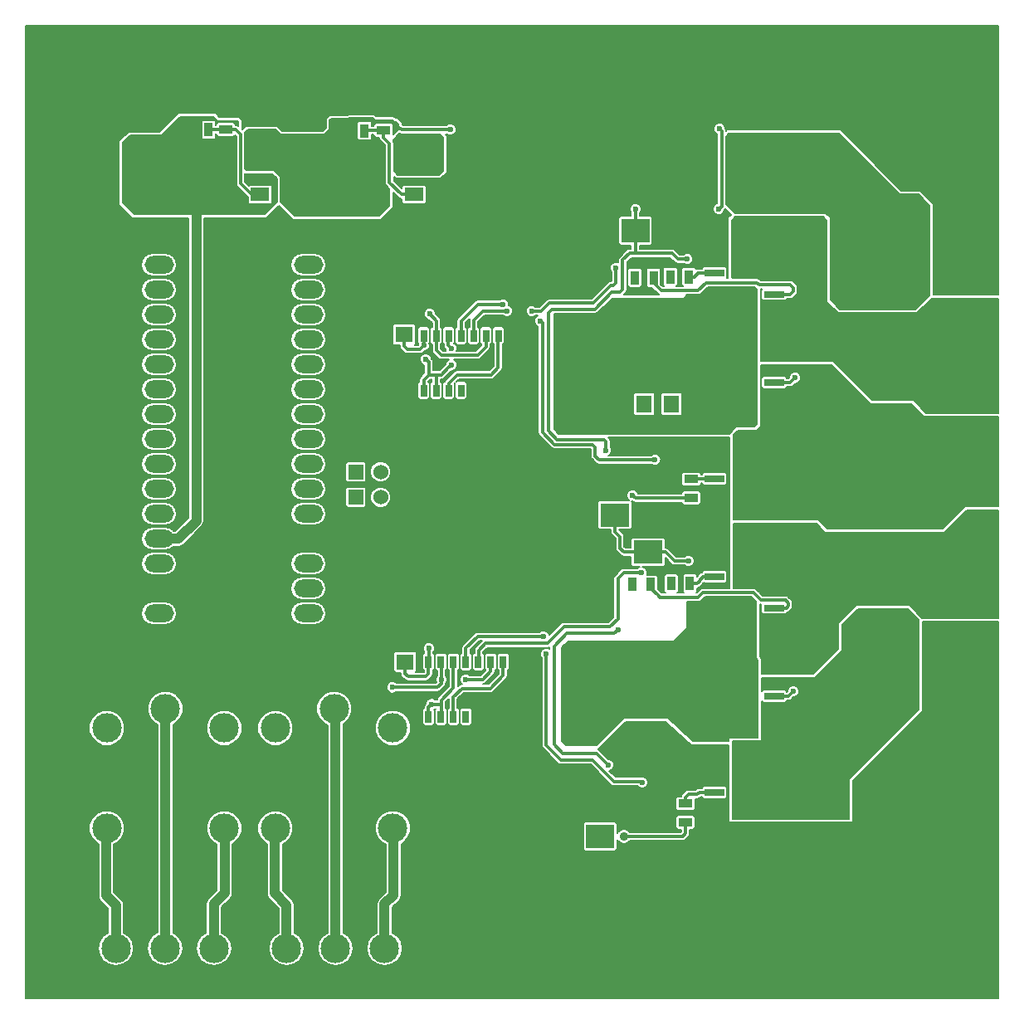
<source format=gtl>
G04 (created by PCBNEW (2013-07-07 BZR 4022)-stable) date 01/04/2014 01:53:02*
%MOIN*%
G04 Gerber Fmt 3.4, Leading zero omitted, Abs format*
%FSLAX34Y34*%
G01*
G70*
G90*
G04 APERTURE LIST*
%ADD10C,0.00590551*%
%ADD11R,0.224409X0.216535*%
%ADD12R,0.0748031X0.0551181*%
%ADD13R,0.122047X0.165354*%
%ADD14R,0.0708661X0.19685*%
%ADD15R,0.0787402X0.0275591*%
%ADD16R,0.025X0.05*%
%ADD17R,0.055X0.035*%
%ADD18R,0.035X0.055*%
%ADD19R,0.06X0.06*%
%ADD20C,0.06*%
%ADD21C,0.11811*%
%ADD22R,0.0787402X0.173228*%
%ADD23R,0.173228X0.0787402*%
%ADD24R,0.114173X0.0944882*%
%ADD25R,0.0944882X0.114173*%
%ADD26R,0.071X0.063*%
%ADD27R,0.063X0.071*%
%ADD28O,0.11811X0.0708661*%
%ADD29O,0.11811X0.11811*%
%ADD30C,0.023622*%
%ADD31C,0.035*%
%ADD32C,0.011811*%
%ADD33C,0.0275591*%
%ADD34C,0.0393701*%
%ADD35C,0.00787402*%
G04 APERTURE END LIST*
G54D10*
G54D11*
X41003Y-27322D03*
G54D12*
X43582Y-28228D03*
X43582Y-26417D03*
G54D11*
X47185Y-27322D03*
G54D12*
X49763Y-28228D03*
X49763Y-26417D03*
G54D13*
X63248Y-38897D03*
G54D14*
X64153Y-38897D03*
G54D15*
X61837Y-38147D03*
X61837Y-38647D03*
X61837Y-39147D03*
X61837Y-39647D03*
G54D13*
X62814Y-45590D03*
G54D14*
X61909Y-45590D03*
G54D15*
X64225Y-46340D03*
X64225Y-45840D03*
X64225Y-45340D03*
X64225Y-44840D03*
G54D13*
X63248Y-42834D03*
G54D14*
X64153Y-42834D03*
G54D15*
X61837Y-42084D03*
X61837Y-42584D03*
X61837Y-43084D03*
X61837Y-43584D03*
G54D13*
X62814Y-49133D03*
G54D14*
X61909Y-49133D03*
G54D15*
X64225Y-49883D03*
X64225Y-49383D03*
X64225Y-48883D03*
X64225Y-48383D03*
G54D13*
X63248Y-51496D03*
G54D14*
X64153Y-51496D03*
G54D15*
X61837Y-50746D03*
X61837Y-51246D03*
X61837Y-51746D03*
X61837Y-52246D03*
G54D13*
X62814Y-36535D03*
G54D14*
X61909Y-36535D03*
G54D15*
X64225Y-37285D03*
X64225Y-36785D03*
X64225Y-36285D03*
X64225Y-35785D03*
G54D13*
X63248Y-30629D03*
G54D14*
X64153Y-30629D03*
G54D15*
X61837Y-29879D03*
X61837Y-30379D03*
X61837Y-30879D03*
X61837Y-31379D03*
G54D13*
X62814Y-32992D03*
G54D14*
X61909Y-32992D03*
G54D15*
X64225Y-33742D03*
X64225Y-33242D03*
X64225Y-32742D03*
X64225Y-32242D03*
G54D16*
X50350Y-49210D03*
X50850Y-49210D03*
X51350Y-49210D03*
X51850Y-49210D03*
X52350Y-49210D03*
X52850Y-49210D03*
X53350Y-49210D03*
X53350Y-47010D03*
X52850Y-47010D03*
X52350Y-47010D03*
X51850Y-47010D03*
X51350Y-47010D03*
X50850Y-47010D03*
X50350Y-47010D03*
X50153Y-36100D03*
X50653Y-36100D03*
X51153Y-36100D03*
X51653Y-36100D03*
X52153Y-36100D03*
X52653Y-36100D03*
X53153Y-36100D03*
X53153Y-33900D03*
X52653Y-33900D03*
X52153Y-33900D03*
X51653Y-33900D03*
X51153Y-33900D03*
X50653Y-33900D03*
X50153Y-33900D03*
G54D17*
X42204Y-25611D03*
X42204Y-24861D03*
X60669Y-53445D03*
X60669Y-52695D03*
G54D18*
X60097Y-43858D03*
X60847Y-43858D03*
X58522Y-43897D03*
X59272Y-43897D03*
X40766Y-25629D03*
X41516Y-25629D03*
G54D17*
X48543Y-25650D03*
X48543Y-24900D03*
G54D18*
X47026Y-25669D03*
X47776Y-25669D03*
G54D17*
X60905Y-40414D03*
X60905Y-39664D03*
G54D18*
X60058Y-31535D03*
X60808Y-31535D03*
X58640Y-31574D03*
X59390Y-31574D03*
G54D19*
X47425Y-39370D03*
G54D20*
X48425Y-39370D03*
X49425Y-39370D03*
G54D19*
X47425Y-40393D03*
G54D20*
X48425Y-40393D03*
X49425Y-40393D03*
G54D21*
X39783Y-48877D03*
X42145Y-49665D03*
X42145Y-53681D03*
X37421Y-53681D03*
X37421Y-49665D03*
X46555Y-48877D03*
X48917Y-49665D03*
X48917Y-53681D03*
X44192Y-53681D03*
X44192Y-49665D03*
G54D22*
X56456Y-49370D03*
X56456Y-52204D03*
X56338Y-34370D03*
X56338Y-31535D03*
G54D23*
X63503Y-27165D03*
X60669Y-27165D03*
G54D22*
X56456Y-47322D03*
X56456Y-44488D03*
X56338Y-36496D03*
X56338Y-39330D03*
G54D24*
X57244Y-54015D03*
X55157Y-54015D03*
X59173Y-42598D03*
X57086Y-42598D03*
X58661Y-29685D03*
X56574Y-29685D03*
G54D25*
X45157Y-26968D03*
X45157Y-24881D03*
X38858Y-26968D03*
X38858Y-24881D03*
G54D24*
X57834Y-41102D03*
X55748Y-41102D03*
G54D26*
X49409Y-47006D03*
X49409Y-45906D03*
G54D27*
X59016Y-36653D03*
X60116Y-36653D03*
G54D26*
X49370Y-33857D03*
X49370Y-32757D03*
G54D28*
X45519Y-45055D03*
X45519Y-44055D03*
X45519Y-43055D03*
X45519Y-42055D03*
X45519Y-41055D03*
X45519Y-40055D03*
X45519Y-39055D03*
X45519Y-38055D03*
X45519Y-37055D03*
X45519Y-36055D03*
X45519Y-35055D03*
X45519Y-34055D03*
X45519Y-33055D03*
X45519Y-32055D03*
X45519Y-31055D03*
X39519Y-31055D03*
X39519Y-32055D03*
X39519Y-33055D03*
X39519Y-34055D03*
X39519Y-35055D03*
X39519Y-36055D03*
X39519Y-37055D03*
X39519Y-38055D03*
X39519Y-39055D03*
X39519Y-40055D03*
X39519Y-41055D03*
X39519Y-42055D03*
X39519Y-43055D03*
X39519Y-44055D03*
X39519Y-45055D03*
G54D21*
X72598Y-26023D03*
X72598Y-27603D03*
X68598Y-30023D03*
X68598Y-31603D03*
X72598Y-34023D03*
X72598Y-35603D03*
X68598Y-38023D03*
X68598Y-39603D03*
X72588Y-42023D03*
X72593Y-43603D03*
X68598Y-46023D03*
X68598Y-47603D03*
G54D29*
X44645Y-58503D03*
X46614Y-58503D03*
X48582Y-58503D03*
X37795Y-58503D03*
X39763Y-58503D03*
X41732Y-58503D03*
G54D30*
X64133Y-29842D03*
X64133Y-30275D03*
X64133Y-30629D03*
X64133Y-31023D03*
X64133Y-31417D03*
X63622Y-30039D03*
X63622Y-30433D03*
X63622Y-30826D03*
X63622Y-31220D03*
X63228Y-31220D03*
X63228Y-30826D03*
X63228Y-30433D03*
X63228Y-30039D03*
X62834Y-30039D03*
X62834Y-30433D03*
X62834Y-30826D03*
X62834Y-31220D03*
X60118Y-36653D03*
X64133Y-38897D03*
X64133Y-38503D03*
X64133Y-39291D03*
X64133Y-39685D03*
X64133Y-38110D03*
X63622Y-38307D03*
X63622Y-38700D03*
X63622Y-39094D03*
X63622Y-39488D03*
X63228Y-39488D03*
X63228Y-39094D03*
X63228Y-38700D03*
X63228Y-38307D03*
X62834Y-38307D03*
X62834Y-38700D03*
X62834Y-39094D03*
X62834Y-39488D03*
X50236Y-34842D03*
X51259Y-34409D03*
X51259Y-35078D03*
X50393Y-33031D03*
X63228Y-43425D03*
X64173Y-42834D03*
X64173Y-43622D03*
X64173Y-43228D03*
X64173Y-42440D03*
X64173Y-42047D03*
X63622Y-42204D03*
X63622Y-42637D03*
X63622Y-43031D03*
X63622Y-43425D03*
X63228Y-43031D03*
X63228Y-42637D03*
X63228Y-42244D03*
X62834Y-42244D03*
X62834Y-42637D03*
X62834Y-43031D03*
X62834Y-43425D03*
X62834Y-52992D03*
X66889Y-53031D03*
X67086Y-51614D03*
X69842Y-48976D03*
X69842Y-45433D03*
X69527Y-45039D03*
X67716Y-45078D03*
X67125Y-45590D03*
X67165Y-46653D03*
X65984Y-47795D03*
X63897Y-47834D03*
X65314Y-48543D03*
X64763Y-50590D03*
X64763Y-50944D03*
X64763Y-51299D03*
X64763Y-51653D03*
X64763Y-52086D03*
X64763Y-52519D03*
X64409Y-50275D03*
X64015Y-50275D03*
X62834Y-52086D03*
X63622Y-50472D03*
X65275Y-48897D03*
X65236Y-49370D03*
X65236Y-49921D03*
X64921Y-50157D03*
X64921Y-49645D03*
X64921Y-49133D03*
X64921Y-48700D03*
X64133Y-52283D03*
X64133Y-51889D03*
X64133Y-51496D03*
X64133Y-51062D03*
X64133Y-50708D03*
X63622Y-50905D03*
X63622Y-51299D03*
X63622Y-51692D03*
X63622Y-52086D03*
X63228Y-52086D03*
X63228Y-51692D03*
X63228Y-51299D03*
X63228Y-50905D03*
X62834Y-50905D03*
X62834Y-51299D03*
X62834Y-51692D03*
X50472Y-48700D03*
X48897Y-48031D03*
X50866Y-47716D03*
X51850Y-47716D03*
X43582Y-26417D03*
X62047Y-25590D03*
X62007Y-28818D03*
X58661Y-28818D03*
X51220Y-25629D03*
X57480Y-38503D03*
X57952Y-45708D03*
X57559Y-51141D03*
X60748Y-30826D03*
X57834Y-41102D03*
X60787Y-42952D03*
X57244Y-53976D03*
X50157Y-34291D03*
X50354Y-46456D03*
X41023Y-27322D03*
X56417Y-52165D03*
X59448Y-41574D03*
X59212Y-41102D03*
X59448Y-29881D03*
X60000Y-29803D03*
X60157Y-29173D03*
X60748Y-29173D03*
X60748Y-29724D03*
X56338Y-39330D03*
X61850Y-38110D03*
X61456Y-52716D03*
X61850Y-52716D03*
X61850Y-51771D03*
X61850Y-51220D03*
X61850Y-50748D03*
X60787Y-41299D03*
X60787Y-41850D03*
X61850Y-29409D03*
X61850Y-29881D03*
X61850Y-30354D03*
X61850Y-30866D03*
X61850Y-41102D03*
X61850Y-40551D03*
X61850Y-40039D03*
X61102Y-39133D03*
X61850Y-39133D03*
X61850Y-38661D03*
X61850Y-41692D03*
X61850Y-42086D03*
X61850Y-42598D03*
X61850Y-43070D03*
X59094Y-39212D03*
X58622Y-31574D03*
X60039Y-31496D03*
X59015Y-36692D03*
X57874Y-31181D03*
X53503Y-32913D03*
X54488Y-32913D03*
X54842Y-33307D03*
X59448Y-38897D03*
X53346Y-32637D03*
X65078Y-35590D03*
X58543Y-40314D03*
X58503Y-43897D03*
X60097Y-43858D03*
X58897Y-43425D03*
X54960Y-45984D03*
X55078Y-46692D03*
X58937Y-51850D03*
X65000Y-48188D03*
G54D31*
X58188Y-54015D03*
G54D30*
X63503Y-27165D03*
X63976Y-27165D03*
X62992Y-27165D03*
X62440Y-25944D03*
X66811Y-25905D03*
X69212Y-28307D03*
X70000Y-28346D03*
X70393Y-28740D03*
X70354Y-32204D03*
X69842Y-32716D03*
X66929Y-32716D03*
X66653Y-32401D03*
X66535Y-28976D03*
X62559Y-28661D03*
X49763Y-26929D03*
X50393Y-26456D03*
X50787Y-25944D03*
X50748Y-27244D03*
X49133Y-27244D03*
X49173Y-25984D03*
X63267Y-34133D03*
X61220Y-32401D03*
X61220Y-32874D03*
X61220Y-33346D03*
X61220Y-33779D03*
X61220Y-34291D03*
X61850Y-34291D03*
X62559Y-34173D03*
X63267Y-35393D03*
X62716Y-35393D03*
X62204Y-35275D03*
X61653Y-35275D03*
X61259Y-35629D03*
X61259Y-36062D03*
X61259Y-36496D03*
X61259Y-36929D03*
X61259Y-37362D03*
X57637Y-32755D03*
X57637Y-33346D03*
X57637Y-34724D03*
X57637Y-35984D03*
X57637Y-37598D03*
X55708Y-33188D03*
X55669Y-33661D03*
X55669Y-34291D03*
X55669Y-34881D03*
X55669Y-35472D03*
X55669Y-36102D03*
X55669Y-36692D03*
X55669Y-37362D03*
X55944Y-37677D03*
X56496Y-37677D03*
X56968Y-37677D03*
X57283Y-37362D03*
X57283Y-36968D03*
X57283Y-36614D03*
X57283Y-36220D03*
X57283Y-35826D03*
X57283Y-35433D03*
X57283Y-35000D03*
X57283Y-34606D03*
X57283Y-34212D03*
X57283Y-33779D03*
X57283Y-33307D03*
X56929Y-33149D03*
X56456Y-33149D03*
X63228Y-33582D03*
X63228Y-33188D03*
X63228Y-32795D03*
X63228Y-32401D03*
X62834Y-32401D03*
X62834Y-32795D03*
X62834Y-33188D03*
X62834Y-33582D03*
X62440Y-33582D03*
X62440Y-33188D03*
X62440Y-32795D03*
X62440Y-32401D03*
X61929Y-32204D03*
X61929Y-32559D03*
X61929Y-32992D03*
X61929Y-33385D03*
X61929Y-33779D03*
X61929Y-36102D03*
X61929Y-35748D03*
X61929Y-36535D03*
X61929Y-36929D03*
X61929Y-37322D03*
X62440Y-35944D03*
X62440Y-36338D03*
X62440Y-36732D03*
X62440Y-37125D03*
X62834Y-37125D03*
X62834Y-36732D03*
X62834Y-36338D03*
X62834Y-35944D03*
X63228Y-35944D03*
X63228Y-36338D03*
X63228Y-36732D03*
X63228Y-37125D03*
X61299Y-44921D03*
X61299Y-45354D03*
X61299Y-45787D03*
X61299Y-46181D03*
X61299Y-46574D03*
X61692Y-46889D03*
X62244Y-46889D03*
X62637Y-46732D03*
X63267Y-46732D03*
X63188Y-48031D03*
X62598Y-48031D03*
X62125Y-47874D03*
X61653Y-47874D03*
X61299Y-48070D03*
X61299Y-48543D03*
X61299Y-49015D03*
X61299Y-49488D03*
X61299Y-49960D03*
X57519Y-49527D03*
X57519Y-48818D03*
X57519Y-47952D03*
X57480Y-47007D03*
X55905Y-46535D03*
X55944Y-48070D03*
X55944Y-48661D03*
X55944Y-49960D03*
X56456Y-49881D03*
X56456Y-48818D03*
X56456Y-47795D03*
X56456Y-46850D03*
X57165Y-46535D03*
X57165Y-47480D03*
X57165Y-48385D03*
X57165Y-49212D03*
X57165Y-49881D03*
X61929Y-46377D03*
X61929Y-45984D03*
X61929Y-45590D03*
X61929Y-45196D03*
X61929Y-44803D03*
X62440Y-45000D03*
X62440Y-45393D03*
X62440Y-45787D03*
X62440Y-46181D03*
X62834Y-46181D03*
X62834Y-45787D03*
X62834Y-45393D03*
X62834Y-45000D03*
X63228Y-44960D03*
X63228Y-45393D03*
X63228Y-45787D03*
X63228Y-46181D03*
X61929Y-49960D03*
X61929Y-49488D03*
X61929Y-49094D03*
X61929Y-48740D03*
X61929Y-48346D03*
X62440Y-48543D03*
X62440Y-48937D03*
X62440Y-49330D03*
X62440Y-49724D03*
X62834Y-49724D03*
X62834Y-49330D03*
X62834Y-48937D03*
X62834Y-48543D03*
X63228Y-48543D03*
X63228Y-48937D03*
X63228Y-49330D03*
X63228Y-49724D03*
G54D32*
X63248Y-30629D02*
X63248Y-30807D01*
X64094Y-30236D02*
X64133Y-29842D01*
X64133Y-30275D02*
X64094Y-30236D01*
X64133Y-31023D02*
X64133Y-30629D01*
X64133Y-30669D02*
X64133Y-31417D01*
X63622Y-30039D02*
X64133Y-30669D01*
X63622Y-30826D02*
X63622Y-30433D01*
X63228Y-31220D02*
X63622Y-31220D01*
X63228Y-30433D02*
X63228Y-30826D01*
X62834Y-30039D02*
X63228Y-30039D01*
X62834Y-30826D02*
X62834Y-30433D01*
X63248Y-30807D02*
X62834Y-31220D01*
X60118Y-36653D02*
X60116Y-36653D01*
X63248Y-38897D02*
X63248Y-39114D01*
X64133Y-38503D02*
X64133Y-38897D01*
X64133Y-39685D02*
X64133Y-39291D01*
X63818Y-38110D02*
X64133Y-38110D01*
X63622Y-38307D02*
X63818Y-38110D01*
X63622Y-39094D02*
X63622Y-38700D01*
X63228Y-39488D02*
X63622Y-39488D01*
X63228Y-38700D02*
X63228Y-39094D01*
X62874Y-38267D02*
X63228Y-38307D01*
X62834Y-38307D02*
X62874Y-38267D01*
X62834Y-39094D02*
X62834Y-38700D01*
X63248Y-39114D02*
X62834Y-39488D01*
X50354Y-34960D02*
X50354Y-35472D01*
X50236Y-34842D02*
X50354Y-34960D01*
X51141Y-35196D02*
X51259Y-35078D01*
X50669Y-35472D02*
X50866Y-35472D01*
X50866Y-35472D02*
X51141Y-35196D01*
X51141Y-34291D02*
X51141Y-33937D01*
X51259Y-34409D02*
X51141Y-34291D01*
X51141Y-33937D02*
X51153Y-33900D01*
X50653Y-36100D02*
X50653Y-35488D01*
X50653Y-35488D02*
X50669Y-35472D01*
X50153Y-36100D02*
X50153Y-35673D01*
X51141Y-33937D02*
X51153Y-33900D01*
X50354Y-35472D02*
X50669Y-35472D01*
X50153Y-35673D02*
X50354Y-35472D01*
X52653Y-33900D02*
X52653Y-34354D01*
X50669Y-33937D02*
X50653Y-33900D01*
X50669Y-34488D02*
X50669Y-33937D01*
X50866Y-34685D02*
X50669Y-34488D01*
X52322Y-34685D02*
X50866Y-34685D01*
X52653Y-34354D02*
X52322Y-34685D01*
X50669Y-33897D02*
X50653Y-33900D01*
X50669Y-33307D02*
X50669Y-33897D01*
X50393Y-33031D02*
X50669Y-33307D01*
X63248Y-43011D02*
X62834Y-43425D01*
X62834Y-52992D02*
X62874Y-53031D01*
X62874Y-53031D02*
X66889Y-53031D01*
X67086Y-51614D02*
X69724Y-48976D01*
X69724Y-48976D02*
X69842Y-48976D01*
X69842Y-45433D02*
X69527Y-45118D01*
X69527Y-45118D02*
X69527Y-45039D01*
X67716Y-45078D02*
X67204Y-45590D01*
X67204Y-45590D02*
X67125Y-45590D01*
X67165Y-46653D02*
X66023Y-47795D01*
X66023Y-47795D02*
X65984Y-47795D01*
X63897Y-47834D02*
X65393Y-47834D01*
X65393Y-47834D02*
X65314Y-47913D01*
X65314Y-47913D02*
X65314Y-48543D01*
X64763Y-50590D02*
X64763Y-50944D01*
X64763Y-51299D02*
X64763Y-51653D01*
X64763Y-52086D02*
X64763Y-52519D01*
X64409Y-50275D02*
X64015Y-50275D01*
X63248Y-51673D02*
X62834Y-52086D01*
X63976Y-50275D02*
X64015Y-50275D01*
X63818Y-50275D02*
X63976Y-50275D01*
X63622Y-50472D02*
X63818Y-50275D01*
X64225Y-48883D02*
X64738Y-48883D01*
X65275Y-49330D02*
X65275Y-48897D01*
X65236Y-49370D02*
X65275Y-49330D01*
X65157Y-49921D02*
X65236Y-49921D01*
X64921Y-50157D02*
X65157Y-49921D01*
X64921Y-49133D02*
X64921Y-49645D01*
X64738Y-48883D02*
X64921Y-48700D01*
X64133Y-50787D02*
X64133Y-50708D01*
X64015Y-50905D02*
X64133Y-50787D01*
X63622Y-50905D02*
X64015Y-50905D01*
X63228Y-52086D02*
X63622Y-52086D01*
X62834Y-50905D02*
X63228Y-50905D01*
G54D33*
X64291Y-49881D02*
X64225Y-49883D01*
G54D32*
X50350Y-49210D02*
X50350Y-48822D01*
X50472Y-48700D02*
X50866Y-48700D01*
X50350Y-48822D02*
X50472Y-48700D01*
X51350Y-47010D02*
X51350Y-48059D01*
X50866Y-49251D02*
X50850Y-49210D01*
X50866Y-48543D02*
X50866Y-48700D01*
X50866Y-48700D02*
X50866Y-49251D01*
X51350Y-48059D02*
X50866Y-48543D01*
X50866Y-47874D02*
X50866Y-47716D01*
X50708Y-48031D02*
X50866Y-47874D01*
X48897Y-48031D02*
X50708Y-48031D01*
X52850Y-47010D02*
X52850Y-47385D01*
X50866Y-47047D02*
X50850Y-47010D01*
X50866Y-47716D02*
X50866Y-47047D01*
X52519Y-47716D02*
X51850Y-47716D01*
X52850Y-47385D02*
X52519Y-47716D01*
X49173Y-25551D02*
X49251Y-25629D01*
X47026Y-25335D02*
X47165Y-25196D01*
X47165Y-25196D02*
X48110Y-25196D01*
X48110Y-25196D02*
X48188Y-25275D01*
X48188Y-25275D02*
X48897Y-25275D01*
X48897Y-25275D02*
X49173Y-25551D01*
X62047Y-25590D02*
X62125Y-25669D01*
X62125Y-25669D02*
X62125Y-28700D01*
X62125Y-28700D02*
X62007Y-28818D01*
X58661Y-29685D02*
X58661Y-28818D01*
X47026Y-25335D02*
X47026Y-25669D01*
X49251Y-25629D02*
X51220Y-25629D01*
X58661Y-29685D02*
X58661Y-30590D01*
X58858Y-30590D02*
X58661Y-30590D01*
X58661Y-30590D02*
X58425Y-30590D01*
X58149Y-30866D02*
X58425Y-30590D01*
X58149Y-32047D02*
X58149Y-30866D01*
X58031Y-32165D02*
X58149Y-32047D01*
X57716Y-32165D02*
X58031Y-32165D01*
X57047Y-32834D02*
X57716Y-32165D01*
X55314Y-32834D02*
X57047Y-32834D01*
X55157Y-32992D02*
X55314Y-32834D01*
X55157Y-37716D02*
X55157Y-32992D01*
X55511Y-38070D02*
X55157Y-37716D01*
X57401Y-38070D02*
X55511Y-38070D01*
X57480Y-38149D02*
X57401Y-38070D01*
X57480Y-38503D02*
X57480Y-38149D01*
X58346Y-42598D02*
X58188Y-42598D01*
X57834Y-41771D02*
X57834Y-41141D01*
X57834Y-41102D02*
X57834Y-41141D01*
X58346Y-42598D02*
X59173Y-42598D01*
X58031Y-41968D02*
X57834Y-41771D01*
X58031Y-42440D02*
X58031Y-41968D01*
X58188Y-42598D02*
X58031Y-42440D01*
X57086Y-50669D02*
X57559Y-51141D01*
X55748Y-50669D02*
X57086Y-50669D01*
X55393Y-50314D02*
X55748Y-50669D01*
X55393Y-46377D02*
X55393Y-50314D01*
X55905Y-45866D02*
X55393Y-46377D01*
X57795Y-45866D02*
X55905Y-45866D01*
X57952Y-45708D02*
X57795Y-45866D01*
X60748Y-30826D02*
X60354Y-30826D01*
X60354Y-30826D02*
X60118Y-30590D01*
X60118Y-30590D02*
X58858Y-30590D01*
X58858Y-30590D02*
X58858Y-30590D01*
X58661Y-29763D02*
X58661Y-29685D01*
X59173Y-42598D02*
X59881Y-42598D01*
X60236Y-42952D02*
X60787Y-42952D01*
X59881Y-42598D02*
X60236Y-42952D01*
X57244Y-53976D02*
X57244Y-54015D01*
X48425Y-39370D02*
X48425Y-39330D01*
X48425Y-39330D02*
X48425Y-39370D01*
G54D34*
X39519Y-42055D02*
X40307Y-42055D01*
X41023Y-41338D02*
X41023Y-27322D01*
X40307Y-42055D02*
X41023Y-41338D01*
X41023Y-27322D02*
X41003Y-27322D01*
G54D32*
X50157Y-34291D02*
X50153Y-34291D01*
X50354Y-47007D02*
X50350Y-47010D01*
X50354Y-46456D02*
X50354Y-47007D01*
G54D34*
X41003Y-27322D02*
X41023Y-27322D01*
G54D32*
X50350Y-47010D02*
X50350Y-47484D01*
X50350Y-47484D02*
X50236Y-47598D01*
X50236Y-47598D02*
X49527Y-47598D01*
X49527Y-47598D02*
X49409Y-47480D01*
X49409Y-47480D02*
X49409Y-47007D01*
X49409Y-47007D02*
X49409Y-47006D01*
X50153Y-33900D02*
X50153Y-34291D01*
X50153Y-34291D02*
X50153Y-34295D01*
X50153Y-34295D02*
X50000Y-34448D01*
X50000Y-34448D02*
X49488Y-34448D01*
X49488Y-34448D02*
X49370Y-34330D01*
X49370Y-34330D02*
X49370Y-33858D01*
X49370Y-33858D02*
X49370Y-33857D01*
X56417Y-52165D02*
X56456Y-52204D01*
X59448Y-41338D02*
X59448Y-41574D01*
X59212Y-41102D02*
X59448Y-41338D01*
X60000Y-29330D02*
X60000Y-29803D01*
X60157Y-29173D02*
X60000Y-29330D01*
X60748Y-29724D02*
X60748Y-29173D01*
X61837Y-38647D02*
X61837Y-38122D01*
X61837Y-38122D02*
X61850Y-38110D01*
X61837Y-51246D02*
X61837Y-51759D01*
X61850Y-52716D02*
X61456Y-52716D01*
X61837Y-51759D02*
X61850Y-51771D01*
X61837Y-50746D02*
X61848Y-50746D01*
X61850Y-51220D02*
X61837Y-51246D01*
X61848Y-50746D02*
X61850Y-50748D01*
X60787Y-41850D02*
X60787Y-41299D01*
X61837Y-30879D02*
X61837Y-30878D01*
X61850Y-30354D02*
X61850Y-29881D01*
X61837Y-30878D02*
X61850Y-30866D01*
X61850Y-40039D02*
X61850Y-40551D01*
X61837Y-38647D02*
X61837Y-38648D01*
X61850Y-39133D02*
X61102Y-39133D01*
X61837Y-38648D02*
X61850Y-38661D01*
X61837Y-43084D02*
X61837Y-43083D01*
X61850Y-42598D02*
X61850Y-42086D01*
X61837Y-43083D02*
X61850Y-43070D01*
G54D34*
X41732Y-58503D02*
X41732Y-56732D01*
X42204Y-53700D02*
X42145Y-53681D01*
X42165Y-56299D02*
X42165Y-53700D01*
X41732Y-56732D02*
X42165Y-56299D01*
X37795Y-58503D02*
X37795Y-56771D01*
X37401Y-53700D02*
X37421Y-53681D01*
X37401Y-56377D02*
X37401Y-53700D01*
X37795Y-56771D02*
X37401Y-56377D01*
G54D32*
X48543Y-25650D02*
X47853Y-25650D01*
X47834Y-25669D02*
X47776Y-25669D01*
X47853Y-25650D02*
X47834Y-25669D01*
X49763Y-28228D02*
X49251Y-28228D01*
X48543Y-25669D02*
X48543Y-25650D01*
X48543Y-25944D02*
X48543Y-25669D01*
X48779Y-26181D02*
X48543Y-25944D01*
X48779Y-27755D02*
X48779Y-26181D01*
X49251Y-28228D02*
X48779Y-27755D01*
G54D34*
X44645Y-58503D02*
X44645Y-56771D01*
X44173Y-53700D02*
X44192Y-53681D01*
X44173Y-56299D02*
X44173Y-53700D01*
X44645Y-56771D02*
X44173Y-56299D01*
G54D32*
X42204Y-25611D02*
X41554Y-25611D01*
X41535Y-25629D02*
X41516Y-25629D01*
X41554Y-25611D02*
X41535Y-25629D01*
X43582Y-28228D02*
X43228Y-28228D01*
X42204Y-25629D02*
X42204Y-25611D01*
X42598Y-25629D02*
X42204Y-25629D01*
X42795Y-25826D02*
X42598Y-25629D01*
X42795Y-27795D02*
X42795Y-25826D01*
X43228Y-28228D02*
X42795Y-27795D01*
X58622Y-31574D02*
X58640Y-31574D01*
X60039Y-31496D02*
X60058Y-31535D01*
X59015Y-36692D02*
X59016Y-36653D01*
X54881Y-32913D02*
X54488Y-32913D01*
X55196Y-32598D02*
X54881Y-32913D01*
X52519Y-32913D02*
X52165Y-33267D01*
X52165Y-33267D02*
X52165Y-33937D01*
X52153Y-33900D02*
X52165Y-33937D01*
X56968Y-32598D02*
X55354Y-32598D01*
X57677Y-31889D02*
X56968Y-32598D01*
X57755Y-31889D02*
X57677Y-31889D01*
X57874Y-31771D02*
X57755Y-31889D01*
X57874Y-31181D02*
X57874Y-31771D01*
X55354Y-32598D02*
X55196Y-32598D01*
X53503Y-32913D02*
X52519Y-32913D01*
X54921Y-33385D02*
X54842Y-33307D01*
X54921Y-33543D02*
X54921Y-37795D01*
X55393Y-38267D02*
X54921Y-37795D01*
X56929Y-38267D02*
X55393Y-38267D01*
X57047Y-38385D02*
X56929Y-38267D01*
X57047Y-38740D02*
X57047Y-38385D01*
X57204Y-38897D02*
X57047Y-38740D01*
X59448Y-38897D02*
X57204Y-38897D01*
X54921Y-33543D02*
X54921Y-33385D01*
X51653Y-33307D02*
X51653Y-33346D01*
X52322Y-32637D02*
X51653Y-33307D01*
X52401Y-32637D02*
X52322Y-32637D01*
X53346Y-32637D02*
X52401Y-32637D01*
X51653Y-33897D02*
X51653Y-33900D01*
X51653Y-33346D02*
X51653Y-33897D01*
X59390Y-31574D02*
X59390Y-31792D01*
X64212Y-32244D02*
X64225Y-32242D01*
X64881Y-32244D02*
X64212Y-32244D01*
X65000Y-32125D02*
X64881Y-32244D01*
X65000Y-31968D02*
X65000Y-32125D01*
X64881Y-31850D02*
X65000Y-31968D01*
X63622Y-31850D02*
X64881Y-31850D01*
X63543Y-31771D02*
X63622Y-31850D01*
X61496Y-31771D02*
X63543Y-31771D01*
X61181Y-32086D02*
X61496Y-31771D01*
X59685Y-32086D02*
X61181Y-32086D01*
X59390Y-31792D02*
X59685Y-32086D01*
X60808Y-31535D02*
X61023Y-31535D01*
X61811Y-31377D02*
X61837Y-31379D01*
X61181Y-31377D02*
X61811Y-31377D01*
X61023Y-31535D02*
X61181Y-31377D01*
X64225Y-35785D02*
X64883Y-35785D01*
X64883Y-35785D02*
X65078Y-35590D01*
X60866Y-40433D02*
X60905Y-40414D01*
X58661Y-40433D02*
X60866Y-40433D01*
X58543Y-40314D02*
X58661Y-40433D01*
X61837Y-39647D02*
X60946Y-39647D01*
X60944Y-39645D02*
X60905Y-39664D01*
X60946Y-39647D02*
X60944Y-39645D01*
G54D34*
X46614Y-58503D02*
X46614Y-48937D01*
X46535Y-48858D02*
X46555Y-48877D01*
X46614Y-48937D02*
X46535Y-48858D01*
G54D32*
X51153Y-36100D02*
X51153Y-35814D01*
X53149Y-33897D02*
X53153Y-33900D01*
X53149Y-35196D02*
X53149Y-33897D01*
X52874Y-35472D02*
X53149Y-35196D01*
X51496Y-35472D02*
X52874Y-35472D01*
X51153Y-35814D02*
X51496Y-35472D01*
X58503Y-43897D02*
X58522Y-43897D01*
G54D34*
X48582Y-58503D02*
X48582Y-56732D01*
X48937Y-53661D02*
X48917Y-53681D01*
X48937Y-56377D02*
X48937Y-53661D01*
X48582Y-56732D02*
X48937Y-56377D01*
G54D32*
X52362Y-47007D02*
X52350Y-47010D01*
X52362Y-46535D02*
X52362Y-47007D01*
X52637Y-46259D02*
X52362Y-46535D01*
X55118Y-46259D02*
X52637Y-46259D01*
X55787Y-45590D02*
X55118Y-46259D01*
X57637Y-45590D02*
X55787Y-45590D01*
X57952Y-45275D02*
X57637Y-45590D01*
X57952Y-43661D02*
X57952Y-45275D01*
X58188Y-43425D02*
X57952Y-43661D01*
X58897Y-43425D02*
X58188Y-43425D01*
X51850Y-47007D02*
X51850Y-47010D01*
X51850Y-46456D02*
X51850Y-47007D01*
X52322Y-45984D02*
X51850Y-46456D01*
X54960Y-45984D02*
X52322Y-45984D01*
X55078Y-50354D02*
X55078Y-46692D01*
X55669Y-50944D02*
X55078Y-50354D01*
X56929Y-50944D02*
X55669Y-50944D01*
X57795Y-51811D02*
X56929Y-50944D01*
X58897Y-51811D02*
X57795Y-51811D01*
X58937Y-51850D02*
X58897Y-51811D01*
X59272Y-43897D02*
X59272Y-44036D01*
X59272Y-44036D02*
X59566Y-44330D01*
X64225Y-44840D02*
X64726Y-44840D01*
X59645Y-44409D02*
X59566Y-44330D01*
X59566Y-44330D02*
X59488Y-44251D01*
X61181Y-44409D02*
X59645Y-44409D01*
X61377Y-44212D02*
X61181Y-44409D01*
X63385Y-44212D02*
X61377Y-44212D01*
X63700Y-44527D02*
X63385Y-44212D01*
X64685Y-44527D02*
X63700Y-44527D01*
X64803Y-44645D02*
X64685Y-44527D01*
X64803Y-44763D02*
X64803Y-44645D01*
X64726Y-44840D02*
X64803Y-44763D01*
X61837Y-43584D02*
X61375Y-43584D01*
X61141Y-43858D02*
X60847Y-43858D01*
X61220Y-43779D02*
X61141Y-43858D01*
X61220Y-43740D02*
X61220Y-43779D01*
X61375Y-43584D02*
X61220Y-43740D01*
X65000Y-48188D02*
X64805Y-48383D01*
X64805Y-48383D02*
X64225Y-48383D01*
X60669Y-53897D02*
X60669Y-53445D01*
X60551Y-54015D02*
X60669Y-53897D01*
X58188Y-54015D02*
X60551Y-54015D01*
X60669Y-52695D02*
X60669Y-52440D01*
X61218Y-52246D02*
X61837Y-52246D01*
X61141Y-52322D02*
X61218Y-52246D01*
X60787Y-52322D02*
X61141Y-52322D01*
X60669Y-52440D02*
X60787Y-52322D01*
X53350Y-47010D02*
X53350Y-47555D01*
X51338Y-49212D02*
X51350Y-49210D01*
X51338Y-48425D02*
X51338Y-49212D01*
X51692Y-48070D02*
X51338Y-48425D01*
X52834Y-48070D02*
X51692Y-48070D01*
X53350Y-47555D02*
X52834Y-48070D01*
G54D34*
X39783Y-48877D02*
X39783Y-58523D01*
X39763Y-58543D02*
X39763Y-58503D01*
X39783Y-58523D02*
X39763Y-58543D01*
G54D32*
X63976Y-27165D02*
X63503Y-27165D01*
X62992Y-26496D02*
X62992Y-27165D01*
X62440Y-25944D02*
X62992Y-26496D01*
X69212Y-28307D02*
X66811Y-25905D01*
X70393Y-28740D02*
X70000Y-28346D01*
X69842Y-32716D02*
X70354Y-32204D01*
X66929Y-32677D02*
X66929Y-32716D01*
X66653Y-32401D02*
X66929Y-32677D01*
X66259Y-28700D02*
X66535Y-28976D01*
X62598Y-28700D02*
X66259Y-28700D01*
X62559Y-28661D02*
X62598Y-28700D01*
X49763Y-26417D02*
X49606Y-26417D01*
X50393Y-26338D02*
X50393Y-26456D01*
X50787Y-25944D02*
X50393Y-26338D01*
X49133Y-27244D02*
X50748Y-27244D01*
X49606Y-26417D02*
X49173Y-25984D01*
X49763Y-26417D02*
X49763Y-26456D01*
X61811Y-32992D02*
X61220Y-32401D01*
X61220Y-32874D02*
X61220Y-33346D01*
X61220Y-33779D02*
X61220Y-34291D01*
X61850Y-34291D02*
X61968Y-34173D01*
X61968Y-34173D02*
X62559Y-34173D01*
X61811Y-32992D02*
X61909Y-32992D01*
X62322Y-35393D02*
X62716Y-35393D01*
X62204Y-35275D02*
X62322Y-35393D01*
X61614Y-35275D02*
X61653Y-35275D01*
X61259Y-35629D02*
X61614Y-35275D01*
X61259Y-36496D02*
X61259Y-36062D01*
X61259Y-37362D02*
X61259Y-36929D01*
X56338Y-36496D02*
X56535Y-36496D01*
X57637Y-33346D02*
X57637Y-32755D01*
X57637Y-35984D02*
X57637Y-34724D01*
X56535Y-36496D02*
X57637Y-37598D01*
X56338Y-34370D02*
X56338Y-33818D01*
X56338Y-33818D02*
X55708Y-33188D01*
X55669Y-33661D02*
X55669Y-34291D01*
X55669Y-34881D02*
X55669Y-35472D01*
X55669Y-36102D02*
X55669Y-36692D01*
X55669Y-37362D02*
X55944Y-37637D01*
X55944Y-37637D02*
X55944Y-37677D01*
X56496Y-37677D02*
X56968Y-37677D01*
X57283Y-37362D02*
X57283Y-36968D01*
X57283Y-36614D02*
X57283Y-36220D01*
X57283Y-35826D02*
X57283Y-35433D01*
X57283Y-35000D02*
X57283Y-34606D01*
X57283Y-34212D02*
X57283Y-33779D01*
X57283Y-33307D02*
X57125Y-33149D01*
X57125Y-33149D02*
X56929Y-33149D01*
X56456Y-33149D02*
X56417Y-33188D01*
X56417Y-33188D02*
X55708Y-33188D01*
X61909Y-32992D02*
X61909Y-33759D01*
X63228Y-33188D02*
X63228Y-33582D01*
X63228Y-32401D02*
X63228Y-32795D01*
X62834Y-32795D02*
X62834Y-32401D01*
X62834Y-33582D02*
X62834Y-33188D01*
X62440Y-33188D02*
X62440Y-33582D01*
X62440Y-32401D02*
X62440Y-32795D01*
X61929Y-32559D02*
X61929Y-32204D01*
X61929Y-33385D02*
X61929Y-32992D01*
X61909Y-33759D02*
X61929Y-33779D01*
X62814Y-36535D02*
X62814Y-36712D01*
X61929Y-35748D02*
X61929Y-36102D01*
X61929Y-36929D02*
X61929Y-36535D01*
X61929Y-36614D02*
X61929Y-37322D01*
X62440Y-35944D02*
X61929Y-36614D01*
X62440Y-36732D02*
X62440Y-36338D01*
X62834Y-37125D02*
X62440Y-37125D01*
X62834Y-36338D02*
X62834Y-36732D01*
X63228Y-35944D02*
X62834Y-35944D01*
X63228Y-36732D02*
X63228Y-36338D01*
X62814Y-36712D02*
X63228Y-37125D01*
X56456Y-49370D02*
X56653Y-49370D01*
X61299Y-45354D02*
X61299Y-44921D01*
X61299Y-46181D02*
X61299Y-45787D01*
X61299Y-46811D02*
X61299Y-46574D01*
X61377Y-46889D02*
X61299Y-46811D01*
X61692Y-46889D02*
X61377Y-46889D01*
X62480Y-46889D02*
X62244Y-46889D01*
X62637Y-46732D02*
X62480Y-46889D01*
X63267Y-47952D02*
X63267Y-46732D01*
X63188Y-48031D02*
X63267Y-47952D01*
X62598Y-47952D02*
X62598Y-48031D01*
X62519Y-47874D02*
X62598Y-47952D01*
X62125Y-47874D02*
X62519Y-47874D01*
X61496Y-47874D02*
X61653Y-47874D01*
X61299Y-48070D02*
X61496Y-47874D01*
X61299Y-49015D02*
X61299Y-48543D01*
X61299Y-49960D02*
X61299Y-49488D01*
X57519Y-48818D02*
X57519Y-49527D01*
X57519Y-47047D02*
X57519Y-47952D01*
X57480Y-47007D02*
X57519Y-47047D01*
X55905Y-48031D02*
X55905Y-46535D01*
X55944Y-48070D02*
X55905Y-48031D01*
X55944Y-49960D02*
X55944Y-48661D01*
X56456Y-48818D02*
X56456Y-49881D01*
X56456Y-46850D02*
X56456Y-47795D01*
X57165Y-47480D02*
X57165Y-46535D01*
X57165Y-49212D02*
X57165Y-48385D01*
X56653Y-49370D02*
X57165Y-49881D01*
X62322Y-44881D02*
X61929Y-44803D01*
X62440Y-45000D02*
X62322Y-44881D01*
X62834Y-46181D02*
X62440Y-46181D01*
X62834Y-45393D02*
X62834Y-45787D01*
X63188Y-45000D02*
X62834Y-45000D01*
X63228Y-44960D02*
X63188Y-45000D01*
X63188Y-46181D02*
X63228Y-46181D01*
X62814Y-45807D02*
X63188Y-46181D01*
X61909Y-49940D02*
X61929Y-49960D01*
X62244Y-48346D02*
X61929Y-48346D01*
X62440Y-48543D02*
X62244Y-48346D01*
X62834Y-49724D02*
X62440Y-49724D01*
X63228Y-48543D02*
X62834Y-48543D01*
X62814Y-49311D02*
X63228Y-49724D01*
G54D10*
G36*
X70039Y-48920D02*
X67244Y-51715D01*
X67244Y-53307D01*
X62559Y-53307D01*
X62559Y-50196D01*
X63740Y-50196D01*
X63740Y-48597D01*
X63764Y-48621D01*
X63807Y-48639D01*
X63854Y-48639D01*
X64642Y-48639D01*
X64685Y-48621D01*
X64718Y-48588D01*
X64730Y-48561D01*
X64805Y-48561D01*
X64872Y-48547D01*
X64872Y-48547D01*
X64930Y-48509D01*
X65014Y-48425D01*
X65046Y-48425D01*
X65133Y-48389D01*
X65200Y-48322D01*
X65236Y-48236D01*
X65236Y-48142D01*
X65200Y-48055D01*
X65133Y-47988D01*
X65047Y-47952D01*
X64953Y-47952D01*
X64866Y-47988D01*
X64799Y-48054D01*
X64763Y-48141D01*
X64763Y-48174D01*
X64731Y-48206D01*
X64730Y-48206D01*
X64719Y-48179D01*
X64685Y-48145D01*
X64642Y-48127D01*
X64595Y-48127D01*
X63808Y-48127D01*
X63764Y-48145D01*
X63740Y-48170D01*
X63740Y-47637D01*
X65882Y-47637D01*
X66968Y-46551D01*
X66968Y-45528D01*
X67614Y-44881D01*
X69589Y-44881D01*
X70039Y-45331D01*
X70039Y-48920D01*
X70039Y-48920D01*
G37*
G54D35*
X70039Y-48920D02*
X67244Y-51715D01*
X67244Y-53307D01*
X62559Y-53307D01*
X62559Y-50196D01*
X63740Y-50196D01*
X63740Y-48597D01*
X63764Y-48621D01*
X63807Y-48639D01*
X63854Y-48639D01*
X64642Y-48639D01*
X64685Y-48621D01*
X64718Y-48588D01*
X64730Y-48561D01*
X64805Y-48561D01*
X64872Y-48547D01*
X64872Y-48547D01*
X64930Y-48509D01*
X65014Y-48425D01*
X65046Y-48425D01*
X65133Y-48389D01*
X65200Y-48322D01*
X65236Y-48236D01*
X65236Y-48142D01*
X65200Y-48055D01*
X65133Y-47988D01*
X65047Y-47952D01*
X64953Y-47952D01*
X64866Y-47988D01*
X64799Y-48054D01*
X64763Y-48141D01*
X64763Y-48174D01*
X64731Y-48206D01*
X64730Y-48206D01*
X64719Y-48179D01*
X64685Y-48145D01*
X64642Y-48127D01*
X64595Y-48127D01*
X63808Y-48127D01*
X63764Y-48145D01*
X63740Y-48170D01*
X63740Y-47637D01*
X65882Y-47637D01*
X66968Y-46551D01*
X66968Y-45528D01*
X67614Y-44881D01*
X69589Y-44881D01*
X70039Y-45331D01*
X70039Y-48920D01*
G54D10*
G36*
X63582Y-50039D02*
X62401Y-50039D01*
X62401Y-50196D01*
X60960Y-50196D01*
X59976Y-49251D01*
X58212Y-49251D01*
X57109Y-50354D01*
X55882Y-50354D01*
X55708Y-50180D01*
X55708Y-46433D01*
X55961Y-46181D01*
X60213Y-46181D01*
X60748Y-45646D01*
X60748Y-44586D01*
X61181Y-44586D01*
X61248Y-44573D01*
X61248Y-44573D01*
X61306Y-44534D01*
X61451Y-44389D01*
X63312Y-44389D01*
X63503Y-44581D01*
X63503Y-46866D01*
X63582Y-46945D01*
X63582Y-50039D01*
X63582Y-50039D01*
G37*
G54D35*
X63582Y-50039D02*
X62401Y-50039D01*
X62401Y-50196D01*
X60960Y-50196D01*
X59976Y-49251D01*
X58212Y-49251D01*
X57109Y-50354D01*
X55882Y-50354D01*
X55708Y-50180D01*
X55708Y-46433D01*
X55961Y-46181D01*
X60213Y-46181D01*
X60748Y-45646D01*
X60748Y-44586D01*
X61181Y-44586D01*
X61248Y-44573D01*
X61248Y-44573D01*
X61306Y-44534D01*
X61451Y-44389D01*
X63312Y-44389D01*
X63503Y-44581D01*
X63503Y-46866D01*
X63582Y-46945D01*
X63582Y-50039D01*
G54D10*
G36*
X73248Y-45236D02*
X70173Y-45236D01*
X69661Y-44724D01*
X67542Y-44724D01*
X66811Y-45456D01*
X66811Y-46479D01*
X65810Y-47480D01*
X63740Y-47480D01*
X63740Y-46873D01*
X63661Y-46794D01*
X63661Y-44696D01*
X63700Y-44704D01*
X63700Y-44704D01*
X63713Y-44704D01*
X63713Y-44726D01*
X63713Y-45001D01*
X63731Y-45045D01*
X63764Y-45078D01*
X63807Y-45096D01*
X63854Y-45096D01*
X64642Y-45096D01*
X64685Y-45078D01*
X64718Y-45045D01*
X64730Y-45016D01*
X64794Y-45004D01*
X64794Y-45004D01*
X64851Y-44965D01*
X64928Y-44889D01*
X64928Y-44889D01*
X64966Y-44831D01*
X64980Y-44763D01*
X64980Y-44763D01*
X64980Y-44645D01*
X64966Y-44577D01*
X64966Y-44577D01*
X64928Y-44520D01*
X64810Y-44402D01*
X64752Y-44363D01*
X64685Y-44350D01*
X63774Y-44350D01*
X63661Y-44237D01*
X63661Y-44173D01*
X63597Y-44173D01*
X63511Y-44087D01*
X63453Y-44048D01*
X63385Y-44035D01*
X62598Y-44035D01*
X62598Y-41456D01*
X65928Y-41456D01*
X66282Y-41811D01*
X71079Y-41811D01*
X71984Y-40905D01*
X73248Y-40905D01*
X73248Y-45236D01*
X73248Y-45236D01*
G37*
G54D35*
X73248Y-45236D02*
X70173Y-45236D01*
X69661Y-44724D01*
X67542Y-44724D01*
X66811Y-45456D01*
X66811Y-46479D01*
X65810Y-47480D01*
X63740Y-47480D01*
X63740Y-46873D01*
X63661Y-46794D01*
X63661Y-44696D01*
X63700Y-44704D01*
X63700Y-44704D01*
X63713Y-44704D01*
X63713Y-44726D01*
X63713Y-45001D01*
X63731Y-45045D01*
X63764Y-45078D01*
X63807Y-45096D01*
X63854Y-45096D01*
X64642Y-45096D01*
X64685Y-45078D01*
X64718Y-45045D01*
X64730Y-45016D01*
X64794Y-45004D01*
X64794Y-45004D01*
X64851Y-44965D01*
X64928Y-44889D01*
X64928Y-44889D01*
X64966Y-44831D01*
X64980Y-44763D01*
X64980Y-44763D01*
X64980Y-44645D01*
X64966Y-44577D01*
X64966Y-44577D01*
X64928Y-44520D01*
X64810Y-44402D01*
X64752Y-44363D01*
X64685Y-44350D01*
X63774Y-44350D01*
X63661Y-44237D01*
X63661Y-44173D01*
X63597Y-44173D01*
X63511Y-44087D01*
X63453Y-44048D01*
X63385Y-44035D01*
X62598Y-44035D01*
X62598Y-41456D01*
X65928Y-41456D01*
X66282Y-41811D01*
X71079Y-41811D01*
X71984Y-40905D01*
X73248Y-40905D01*
X73248Y-45236D01*
G54D10*
G36*
X73248Y-40748D02*
X71912Y-40748D01*
X71007Y-41653D01*
X70236Y-41653D01*
X66354Y-41653D01*
X66000Y-41299D01*
X65315Y-41299D01*
X65315Y-35543D01*
X65279Y-35456D01*
X65212Y-35390D01*
X65125Y-35354D01*
X65031Y-35354D01*
X64945Y-35390D01*
X64878Y-35456D01*
X64842Y-35543D01*
X64842Y-35576D01*
X64810Y-35608D01*
X64730Y-35608D01*
X64719Y-35580D01*
X64685Y-35547D01*
X64642Y-35529D01*
X64595Y-35529D01*
X63808Y-35529D01*
X63764Y-35547D01*
X63731Y-35580D01*
X63713Y-35624D01*
X63713Y-35671D01*
X63713Y-35946D01*
X63731Y-35990D01*
X63764Y-36023D01*
X63807Y-36041D01*
X63854Y-36041D01*
X64642Y-36041D01*
X64685Y-36023D01*
X64718Y-35990D01*
X64730Y-35962D01*
X64883Y-35962D01*
X64951Y-35949D01*
X64951Y-35949D01*
X65009Y-35910D01*
X65093Y-35826D01*
X65125Y-35826D01*
X65212Y-35790D01*
X65278Y-35724D01*
X65314Y-35637D01*
X65315Y-35543D01*
X65315Y-41299D01*
X62598Y-41299D01*
X62598Y-37890D01*
X62772Y-37716D01*
X63520Y-37716D01*
X63700Y-37535D01*
X63700Y-35078D01*
X66519Y-35078D01*
X68093Y-36653D01*
X69747Y-36653D01*
X70208Y-37114D01*
X70259Y-37165D01*
X73248Y-37165D01*
X73248Y-40748D01*
X73248Y-40748D01*
G37*
G54D35*
X73248Y-40748D02*
X71912Y-40748D01*
X71007Y-41653D01*
X70236Y-41653D01*
X66354Y-41653D01*
X66000Y-41299D01*
X65315Y-41299D01*
X65315Y-35543D01*
X65279Y-35456D01*
X65212Y-35390D01*
X65125Y-35354D01*
X65031Y-35354D01*
X64945Y-35390D01*
X64878Y-35456D01*
X64842Y-35543D01*
X64842Y-35576D01*
X64810Y-35608D01*
X64730Y-35608D01*
X64719Y-35580D01*
X64685Y-35547D01*
X64642Y-35529D01*
X64595Y-35529D01*
X63808Y-35529D01*
X63764Y-35547D01*
X63731Y-35580D01*
X63713Y-35624D01*
X63713Y-35671D01*
X63713Y-35946D01*
X63731Y-35990D01*
X63764Y-36023D01*
X63807Y-36041D01*
X63854Y-36041D01*
X64642Y-36041D01*
X64685Y-36023D01*
X64718Y-35990D01*
X64730Y-35962D01*
X64883Y-35962D01*
X64951Y-35949D01*
X64951Y-35949D01*
X65009Y-35910D01*
X65093Y-35826D01*
X65125Y-35826D01*
X65212Y-35790D01*
X65278Y-35724D01*
X65314Y-35637D01*
X65315Y-35543D01*
X65315Y-41299D01*
X62598Y-41299D01*
X62598Y-37890D01*
X62772Y-37716D01*
X63520Y-37716D01*
X63700Y-37535D01*
X63700Y-35078D01*
X66519Y-35078D01*
X68093Y-36653D01*
X69747Y-36653D01*
X70208Y-37114D01*
X70259Y-37165D01*
X73248Y-37165D01*
X73248Y-40748D01*
G54D10*
G36*
X73248Y-37007D02*
X70331Y-37007D01*
X69819Y-36496D01*
X68165Y-36496D01*
X66591Y-34921D01*
X63700Y-34921D01*
X63700Y-32027D01*
X63741Y-32027D01*
X63731Y-32037D01*
X63713Y-32080D01*
X63713Y-32127D01*
X63713Y-32403D01*
X63731Y-32446D01*
X63764Y-32479D01*
X63807Y-32498D01*
X63854Y-32498D01*
X64642Y-32498D01*
X64685Y-32480D01*
X64718Y-32446D01*
X64729Y-32421D01*
X64881Y-32421D01*
X64949Y-32407D01*
X64949Y-32407D01*
X65007Y-32369D01*
X65125Y-32251D01*
X65163Y-32193D01*
X65163Y-32193D01*
X65177Y-32125D01*
X65177Y-31968D01*
X65163Y-31900D01*
X65163Y-31900D01*
X65125Y-31843D01*
X65007Y-31725D01*
X64949Y-31686D01*
X64881Y-31673D01*
X63695Y-31673D01*
X63668Y-31646D01*
X63611Y-31607D01*
X63543Y-31594D01*
X62555Y-31594D01*
X62519Y-31558D01*
X62519Y-29268D01*
X62654Y-29133D01*
X66204Y-29133D01*
X66338Y-29268D01*
X66338Y-32535D01*
X66794Y-32992D01*
X69976Y-32992D01*
X70567Y-32401D01*
X73248Y-32401D01*
X73248Y-37007D01*
X73248Y-37007D01*
G37*
G54D35*
X73248Y-37007D02*
X70331Y-37007D01*
X69819Y-36496D01*
X68165Y-36496D01*
X66591Y-34921D01*
X63700Y-34921D01*
X63700Y-32027D01*
X63741Y-32027D01*
X63731Y-32037D01*
X63713Y-32080D01*
X63713Y-32127D01*
X63713Y-32403D01*
X63731Y-32446D01*
X63764Y-32479D01*
X63807Y-32498D01*
X63854Y-32498D01*
X64642Y-32498D01*
X64685Y-32480D01*
X64718Y-32446D01*
X64729Y-32421D01*
X64881Y-32421D01*
X64949Y-32407D01*
X64949Y-32407D01*
X65007Y-32369D01*
X65125Y-32251D01*
X65163Y-32193D01*
X65163Y-32193D01*
X65177Y-32125D01*
X65177Y-31968D01*
X65163Y-31900D01*
X65163Y-31900D01*
X65125Y-31843D01*
X65007Y-31725D01*
X64949Y-31686D01*
X64881Y-31673D01*
X63695Y-31673D01*
X63668Y-31646D01*
X63611Y-31607D01*
X63543Y-31594D01*
X62555Y-31594D01*
X62519Y-31558D01*
X62519Y-29268D01*
X62654Y-29133D01*
X66204Y-29133D01*
X66338Y-29268D01*
X66338Y-32535D01*
X66794Y-32992D01*
X69976Y-32992D01*
X70567Y-32401D01*
X73248Y-32401D01*
X73248Y-37007D01*
G54D10*
G36*
X63543Y-37464D02*
X63448Y-37559D01*
X62700Y-37559D01*
X62424Y-37834D01*
X60550Y-37834D01*
X60550Y-36985D01*
X60550Y-36275D01*
X60532Y-36231D01*
X60498Y-36198D01*
X60455Y-36180D01*
X60408Y-36180D01*
X59778Y-36180D01*
X59735Y-36198D01*
X59701Y-36231D01*
X59683Y-36274D01*
X59683Y-36321D01*
X59683Y-37031D01*
X59701Y-37075D01*
X59734Y-37108D01*
X59778Y-37126D01*
X59825Y-37126D01*
X60455Y-37126D01*
X60498Y-37108D01*
X60531Y-37075D01*
X60550Y-37032D01*
X60550Y-36985D01*
X60550Y-37834D01*
X59450Y-37834D01*
X59450Y-36985D01*
X59450Y-36275D01*
X59432Y-36231D01*
X59398Y-36198D01*
X59355Y-36180D01*
X59308Y-36180D01*
X58678Y-36180D01*
X58635Y-36198D01*
X58601Y-36231D01*
X58583Y-36274D01*
X58583Y-36321D01*
X58583Y-37031D01*
X58601Y-37075D01*
X58634Y-37108D01*
X58678Y-37126D01*
X58725Y-37126D01*
X59355Y-37126D01*
X59398Y-37108D01*
X59431Y-37075D01*
X59450Y-37032D01*
X59450Y-36985D01*
X59450Y-37834D01*
X55567Y-37834D01*
X55393Y-37660D01*
X55393Y-33011D01*
X57047Y-33011D01*
X57115Y-32998D01*
X57115Y-32998D01*
X57172Y-32959D01*
X57730Y-32401D01*
X60606Y-32401D01*
X60744Y-32263D01*
X61181Y-32263D01*
X61248Y-32250D01*
X61248Y-32250D01*
X61306Y-32211D01*
X61569Y-31948D01*
X63428Y-31948D01*
X63543Y-32063D01*
X63543Y-37464D01*
X63543Y-37464D01*
G37*
G54D35*
X63543Y-37464D02*
X63448Y-37559D01*
X62700Y-37559D01*
X62424Y-37834D01*
X60550Y-37834D01*
X60550Y-36985D01*
X60550Y-36275D01*
X60532Y-36231D01*
X60498Y-36198D01*
X60455Y-36180D01*
X60408Y-36180D01*
X59778Y-36180D01*
X59735Y-36198D01*
X59701Y-36231D01*
X59683Y-36274D01*
X59683Y-36321D01*
X59683Y-37031D01*
X59701Y-37075D01*
X59734Y-37108D01*
X59778Y-37126D01*
X59825Y-37126D01*
X60455Y-37126D01*
X60498Y-37108D01*
X60531Y-37075D01*
X60550Y-37032D01*
X60550Y-36985D01*
X60550Y-37834D01*
X59450Y-37834D01*
X59450Y-36985D01*
X59450Y-36275D01*
X59432Y-36231D01*
X59398Y-36198D01*
X59355Y-36180D01*
X59308Y-36180D01*
X58678Y-36180D01*
X58635Y-36198D01*
X58601Y-36231D01*
X58583Y-36274D01*
X58583Y-36321D01*
X58583Y-37031D01*
X58601Y-37075D01*
X58634Y-37108D01*
X58678Y-37126D01*
X58725Y-37126D01*
X59355Y-37126D01*
X59398Y-37108D01*
X59431Y-37075D01*
X59450Y-37032D01*
X59450Y-36985D01*
X59450Y-37834D01*
X55567Y-37834D01*
X55393Y-37660D01*
X55393Y-33011D01*
X57047Y-33011D01*
X57115Y-32998D01*
X57115Y-32998D01*
X57172Y-32959D01*
X57730Y-32401D01*
X60606Y-32401D01*
X60744Y-32263D01*
X61181Y-32263D01*
X61248Y-32250D01*
X61248Y-32250D01*
X61306Y-32211D01*
X61569Y-31948D01*
X63428Y-31948D01*
X63543Y-32063D01*
X63543Y-37464D01*
G54D10*
G36*
X70472Y-32267D02*
X69904Y-32834D01*
X66866Y-32834D01*
X66496Y-32464D01*
X66496Y-29156D01*
X66315Y-28976D01*
X62654Y-28976D01*
X62303Y-28625D01*
X62303Y-25902D01*
X62417Y-25787D01*
X66834Y-25787D01*
X68397Y-27350D01*
X69275Y-28228D01*
X69763Y-28228D01*
X70023Y-28228D01*
X70472Y-28677D01*
X70472Y-32244D01*
X70472Y-32267D01*
X70472Y-32267D01*
G37*
G54D35*
X70472Y-32267D02*
X69904Y-32834D01*
X66866Y-32834D01*
X66496Y-32464D01*
X66496Y-29156D01*
X66315Y-28976D01*
X62654Y-28976D01*
X62303Y-28625D01*
X62303Y-25902D01*
X62417Y-25787D01*
X66834Y-25787D01*
X68397Y-27350D01*
X69275Y-28228D01*
X69763Y-28228D01*
X70023Y-28228D01*
X70472Y-28677D01*
X70472Y-32244D01*
X70472Y-32267D01*
G54D10*
G36*
X49133Y-25613D02*
X48936Y-25811D01*
X48936Y-25802D01*
X48936Y-25452D01*
X48918Y-25408D01*
X48885Y-25375D01*
X48841Y-25357D01*
X48794Y-25357D01*
X48244Y-25357D01*
X48201Y-25375D01*
X48168Y-25408D01*
X48150Y-25451D01*
X48150Y-25473D01*
X48069Y-25473D01*
X48069Y-25370D01*
X48051Y-25327D01*
X48018Y-25294D01*
X47975Y-25276D01*
X47928Y-25276D01*
X47578Y-25276D01*
X47534Y-25294D01*
X47501Y-25327D01*
X47483Y-25370D01*
X47483Y-25417D01*
X47483Y-25967D01*
X47501Y-26011D01*
X47534Y-26044D01*
X47577Y-26062D01*
X47624Y-26062D01*
X47974Y-26062D01*
X48018Y-26044D01*
X48051Y-26011D01*
X48069Y-25967D01*
X48069Y-25920D01*
X48069Y-25827D01*
X48150Y-25827D01*
X48150Y-25848D01*
X48168Y-25892D01*
X48201Y-25925D01*
X48244Y-25943D01*
X48291Y-25943D01*
X48366Y-25943D01*
X48366Y-25944D01*
X48379Y-26012D01*
X48418Y-26070D01*
X48602Y-26254D01*
X48602Y-27755D01*
X48615Y-27823D01*
X48654Y-27881D01*
X48779Y-28006D01*
X48779Y-28684D01*
X48369Y-29094D01*
X44976Y-29094D01*
X44409Y-28526D01*
X44409Y-27503D01*
X44150Y-27244D01*
X43047Y-27244D01*
X42972Y-27168D01*
X42972Y-25826D01*
X42972Y-25826D01*
X42958Y-25758D01*
X42958Y-25758D01*
X43087Y-25629D01*
X44196Y-25629D01*
X44393Y-25826D01*
X46158Y-25826D01*
X46377Y-25606D01*
X46377Y-25252D01*
X46433Y-25196D01*
X48054Y-25196D01*
X48172Y-25314D01*
X49038Y-25314D01*
X49133Y-25410D01*
X49133Y-25613D01*
X49133Y-25613D01*
G37*
G54D35*
X49133Y-25613D02*
X48936Y-25811D01*
X48936Y-25802D01*
X48936Y-25452D01*
X48918Y-25408D01*
X48885Y-25375D01*
X48841Y-25357D01*
X48794Y-25357D01*
X48244Y-25357D01*
X48201Y-25375D01*
X48168Y-25408D01*
X48150Y-25451D01*
X48150Y-25473D01*
X48069Y-25473D01*
X48069Y-25370D01*
X48051Y-25327D01*
X48018Y-25294D01*
X47975Y-25276D01*
X47928Y-25276D01*
X47578Y-25276D01*
X47534Y-25294D01*
X47501Y-25327D01*
X47483Y-25370D01*
X47483Y-25417D01*
X47483Y-25967D01*
X47501Y-26011D01*
X47534Y-26044D01*
X47577Y-26062D01*
X47624Y-26062D01*
X47974Y-26062D01*
X48018Y-26044D01*
X48051Y-26011D01*
X48069Y-25967D01*
X48069Y-25920D01*
X48069Y-25827D01*
X48150Y-25827D01*
X48150Y-25848D01*
X48168Y-25892D01*
X48201Y-25925D01*
X48244Y-25943D01*
X48291Y-25943D01*
X48366Y-25943D01*
X48366Y-25944D01*
X48379Y-26012D01*
X48418Y-26070D01*
X48602Y-26254D01*
X48602Y-27755D01*
X48615Y-27823D01*
X48654Y-27881D01*
X48779Y-28006D01*
X48779Y-28684D01*
X48369Y-29094D01*
X44976Y-29094D01*
X44409Y-28526D01*
X44409Y-27503D01*
X44150Y-27244D01*
X43047Y-27244D01*
X42972Y-27168D01*
X42972Y-25826D01*
X42972Y-25826D01*
X42958Y-25758D01*
X42958Y-25758D01*
X43087Y-25629D01*
X44196Y-25629D01*
X44393Y-25826D01*
X46158Y-25826D01*
X46377Y-25606D01*
X46377Y-25252D01*
X46433Y-25196D01*
X48054Y-25196D01*
X48172Y-25314D01*
X49038Y-25314D01*
X49133Y-25410D01*
X49133Y-25613D01*
G54D10*
G36*
X50944Y-27267D02*
X50771Y-27440D01*
X49110Y-27440D01*
X48956Y-27286D01*
X48956Y-26181D01*
X48943Y-26113D01*
X48943Y-26113D01*
X48937Y-26104D01*
X48937Y-26104D01*
X48937Y-26039D01*
X49183Y-25793D01*
X49184Y-25793D01*
X49251Y-25807D01*
X49251Y-25807D01*
X50790Y-25807D01*
X50944Y-25961D01*
X50944Y-27267D01*
X50944Y-27267D01*
G37*
G54D35*
X50944Y-27267D02*
X50771Y-27440D01*
X49110Y-27440D01*
X48956Y-27286D01*
X48956Y-26181D01*
X48943Y-26113D01*
X48943Y-26113D01*
X48937Y-26104D01*
X48937Y-26104D01*
X48937Y-26039D01*
X49183Y-25793D01*
X49184Y-25793D01*
X49251Y-25807D01*
X49251Y-25807D01*
X50790Y-25807D01*
X50944Y-25961D01*
X50944Y-27267D01*
G54D10*
G36*
X44251Y-28526D02*
X43763Y-29015D01*
X38520Y-29015D01*
X38070Y-28566D01*
X38070Y-26158D01*
X38362Y-25866D01*
X39622Y-25866D01*
X40303Y-25185D01*
X40370Y-25118D01*
X41715Y-25118D01*
X41873Y-25275D01*
X42660Y-25275D01*
X42716Y-25331D01*
X42716Y-25499D01*
X42666Y-25466D01*
X42598Y-25452D01*
X42597Y-25452D01*
X42597Y-25412D01*
X42579Y-25369D01*
X42546Y-25336D01*
X42503Y-25318D01*
X42456Y-25318D01*
X41906Y-25318D01*
X41862Y-25336D01*
X41829Y-25369D01*
X41811Y-25412D01*
X41811Y-25434D01*
X41809Y-25434D01*
X41809Y-25331D01*
X41791Y-25288D01*
X41758Y-25254D01*
X41715Y-25236D01*
X41668Y-25236D01*
X41318Y-25236D01*
X41274Y-25254D01*
X41241Y-25287D01*
X41223Y-25331D01*
X41223Y-25378D01*
X41223Y-25928D01*
X41241Y-25971D01*
X41274Y-26004D01*
X41318Y-26023D01*
X41365Y-26023D01*
X41715Y-26023D01*
X41758Y-26005D01*
X41791Y-25971D01*
X41809Y-25928D01*
X41809Y-25881D01*
X41809Y-25788D01*
X41811Y-25788D01*
X41811Y-25809D01*
X41829Y-25853D01*
X41862Y-25886D01*
X41906Y-25904D01*
X41953Y-25904D01*
X42503Y-25904D01*
X42546Y-25886D01*
X42575Y-25857D01*
X42618Y-25900D01*
X42618Y-27795D01*
X42631Y-27863D01*
X42670Y-27920D01*
X43090Y-28341D01*
X43090Y-28527D01*
X43108Y-28570D01*
X43141Y-28604D01*
X43185Y-28622D01*
X43232Y-28622D01*
X43980Y-28622D01*
X44023Y-28604D01*
X44056Y-28570D01*
X44074Y-28527D01*
X44074Y-28480D01*
X44074Y-27929D01*
X44056Y-27885D01*
X44023Y-27852D01*
X43980Y-27834D01*
X43933Y-27834D01*
X43185Y-27834D01*
X43141Y-27852D01*
X43122Y-27871D01*
X42972Y-27721D01*
X42972Y-27398D01*
X42975Y-27401D01*
X44078Y-27401D01*
X44251Y-27575D01*
X44251Y-28526D01*
X44251Y-28526D01*
G37*
G54D35*
X44251Y-28526D02*
X43763Y-29015D01*
X38520Y-29015D01*
X38070Y-28566D01*
X38070Y-26158D01*
X38362Y-25866D01*
X39622Y-25866D01*
X40303Y-25185D01*
X40370Y-25118D01*
X41715Y-25118D01*
X41873Y-25275D01*
X42660Y-25275D01*
X42716Y-25331D01*
X42716Y-25499D01*
X42666Y-25466D01*
X42598Y-25452D01*
X42597Y-25452D01*
X42597Y-25412D01*
X42579Y-25369D01*
X42546Y-25336D01*
X42503Y-25318D01*
X42456Y-25318D01*
X41906Y-25318D01*
X41862Y-25336D01*
X41829Y-25369D01*
X41811Y-25412D01*
X41811Y-25434D01*
X41809Y-25434D01*
X41809Y-25331D01*
X41791Y-25288D01*
X41758Y-25254D01*
X41715Y-25236D01*
X41668Y-25236D01*
X41318Y-25236D01*
X41274Y-25254D01*
X41241Y-25287D01*
X41223Y-25331D01*
X41223Y-25378D01*
X41223Y-25928D01*
X41241Y-25971D01*
X41274Y-26004D01*
X41318Y-26023D01*
X41365Y-26023D01*
X41715Y-26023D01*
X41758Y-26005D01*
X41791Y-25971D01*
X41809Y-25928D01*
X41809Y-25881D01*
X41809Y-25788D01*
X41811Y-25788D01*
X41811Y-25809D01*
X41829Y-25853D01*
X41862Y-25886D01*
X41906Y-25904D01*
X41953Y-25904D01*
X42503Y-25904D01*
X42546Y-25886D01*
X42575Y-25857D01*
X42618Y-25900D01*
X42618Y-27795D01*
X42631Y-27863D01*
X42670Y-27920D01*
X43090Y-28341D01*
X43090Y-28527D01*
X43108Y-28570D01*
X43141Y-28604D01*
X43185Y-28622D01*
X43232Y-28622D01*
X43980Y-28622D01*
X44023Y-28604D01*
X44056Y-28570D01*
X44074Y-28527D01*
X44074Y-28480D01*
X44074Y-27929D01*
X44056Y-27885D01*
X44023Y-27852D01*
X43980Y-27834D01*
X43933Y-27834D01*
X43185Y-27834D01*
X43141Y-27852D01*
X43122Y-27871D01*
X42972Y-27721D01*
X42972Y-27398D01*
X42975Y-27401D01*
X44078Y-27401D01*
X44251Y-27575D01*
X44251Y-28526D01*
G54D10*
G36*
X73248Y-60531D02*
X62349Y-60531D01*
X62349Y-52360D01*
X62349Y-52084D01*
X62331Y-52041D01*
X62298Y-52008D01*
X62255Y-51990D01*
X62208Y-51990D01*
X61420Y-51990D01*
X61377Y-52008D01*
X61344Y-52041D01*
X61332Y-52068D01*
X61218Y-52068D01*
X61150Y-52082D01*
X61093Y-52120D01*
X61068Y-52145D01*
X60787Y-52145D01*
X60719Y-52159D01*
X60662Y-52197D01*
X60544Y-52315D01*
X60505Y-52373D01*
X60499Y-52402D01*
X60370Y-52402D01*
X60327Y-52420D01*
X60294Y-52453D01*
X60276Y-52497D01*
X60276Y-52544D01*
X60276Y-52894D01*
X60294Y-52937D01*
X60327Y-52970D01*
X60370Y-52988D01*
X60417Y-52988D01*
X60967Y-52988D01*
X61011Y-52971D01*
X61044Y-52937D01*
X61062Y-52894D01*
X61062Y-52847D01*
X61062Y-52500D01*
X61141Y-52500D01*
X61209Y-52486D01*
X61209Y-52486D01*
X61267Y-52448D01*
X61291Y-52423D01*
X61332Y-52423D01*
X61343Y-52450D01*
X61377Y-52483D01*
X61420Y-52501D01*
X61467Y-52501D01*
X62254Y-52501D01*
X62298Y-52484D01*
X62331Y-52450D01*
X62349Y-52407D01*
X62349Y-52360D01*
X62349Y-60531D01*
X61062Y-60531D01*
X61062Y-53597D01*
X61062Y-53247D01*
X61044Y-53204D01*
X61011Y-53170D01*
X60967Y-53152D01*
X60920Y-53152D01*
X60370Y-53152D01*
X60327Y-53170D01*
X60294Y-53203D01*
X60276Y-53247D01*
X60276Y-53294D01*
X60276Y-53644D01*
X60294Y-53687D01*
X60327Y-53720D01*
X60370Y-53738D01*
X60417Y-53738D01*
X60492Y-53738D01*
X60492Y-53824D01*
X60477Y-53838D01*
X58426Y-53838D01*
X58355Y-53767D01*
X58247Y-53722D01*
X58130Y-53722D01*
X58023Y-53767D01*
X57940Y-53849D01*
X57933Y-53867D01*
X57933Y-53519D01*
X57915Y-53476D01*
X57881Y-53443D01*
X57838Y-53425D01*
X57791Y-53425D01*
X56649Y-53425D01*
X56606Y-53443D01*
X56573Y-53476D01*
X56555Y-53519D01*
X56555Y-53566D01*
X56555Y-54511D01*
X56573Y-54555D01*
X56606Y-54588D01*
X56649Y-54606D01*
X56696Y-54606D01*
X57838Y-54606D01*
X57881Y-54588D01*
X57915Y-54555D01*
X57933Y-54511D01*
X57933Y-54464D01*
X57933Y-54164D01*
X57940Y-54181D01*
X58022Y-54264D01*
X58130Y-54308D01*
X58247Y-54308D01*
X58354Y-54264D01*
X58426Y-54192D01*
X60551Y-54192D01*
X60618Y-54179D01*
X60618Y-54179D01*
X60676Y-54141D01*
X60794Y-54022D01*
X60832Y-53965D01*
X60832Y-53965D01*
X60846Y-53897D01*
X60846Y-53738D01*
X60967Y-53738D01*
X61011Y-53721D01*
X61044Y-53687D01*
X61062Y-53644D01*
X61062Y-53597D01*
X61062Y-60531D01*
X53593Y-60531D01*
X53593Y-47236D01*
X53593Y-46736D01*
X53575Y-46693D01*
X53542Y-46660D01*
X53498Y-46642D01*
X53452Y-46642D01*
X53202Y-46642D01*
X53158Y-46660D01*
X53125Y-46693D01*
X53107Y-46736D01*
X53107Y-46783D01*
X53107Y-47283D01*
X53125Y-47327D01*
X53158Y-47360D01*
X53173Y-47366D01*
X53173Y-47481D01*
X52761Y-47893D01*
X52519Y-47893D01*
X52587Y-47880D01*
X52587Y-47880D01*
X52644Y-47841D01*
X52975Y-47511D01*
X53014Y-47453D01*
X53027Y-47385D01*
X53027Y-47366D01*
X53042Y-47360D01*
X53075Y-47327D01*
X53093Y-47283D01*
X53093Y-47236D01*
X53093Y-46736D01*
X53075Y-46693D01*
X53042Y-46660D01*
X52998Y-46642D01*
X52952Y-46642D01*
X52702Y-46642D01*
X52658Y-46660D01*
X52625Y-46693D01*
X52607Y-46736D01*
X52607Y-46783D01*
X52607Y-47283D01*
X52625Y-47327D01*
X52641Y-47343D01*
X52446Y-47539D01*
X52007Y-47539D01*
X51984Y-47516D01*
X51897Y-47480D01*
X51803Y-47480D01*
X51716Y-47516D01*
X51650Y-47582D01*
X51614Y-47669D01*
X51614Y-47763D01*
X51650Y-47850D01*
X51693Y-47893D01*
X51692Y-47893D01*
X51625Y-47907D01*
X51567Y-47945D01*
X51527Y-47985D01*
X51527Y-47366D01*
X51542Y-47360D01*
X51575Y-47327D01*
X51593Y-47283D01*
X51593Y-47236D01*
X51593Y-46736D01*
X51575Y-46693D01*
X51542Y-46660D01*
X51498Y-46642D01*
X51452Y-46642D01*
X51202Y-46642D01*
X51158Y-46660D01*
X51125Y-46693D01*
X51107Y-46736D01*
X51107Y-46783D01*
X51107Y-47283D01*
X51125Y-47327D01*
X51158Y-47360D01*
X51173Y-47366D01*
X51173Y-47985D01*
X51102Y-48056D01*
X51102Y-47669D01*
X51102Y-47669D01*
X51066Y-47582D01*
X51043Y-47559D01*
X51043Y-47359D01*
X51075Y-47327D01*
X51093Y-47283D01*
X51093Y-47236D01*
X51093Y-46736D01*
X51075Y-46693D01*
X51042Y-46660D01*
X50998Y-46642D01*
X50952Y-46642D01*
X50702Y-46642D01*
X50658Y-46660D01*
X50625Y-46693D01*
X50607Y-46736D01*
X50607Y-46783D01*
X50607Y-47283D01*
X50625Y-47327D01*
X50658Y-47360D01*
X50688Y-47373D01*
X50688Y-47559D01*
X50666Y-47582D01*
X50629Y-47669D01*
X50629Y-47763D01*
X50658Y-47831D01*
X50635Y-47854D01*
X50593Y-47854D01*
X50593Y-47236D01*
X50593Y-46736D01*
X50575Y-46693D01*
X50542Y-46660D01*
X50531Y-46655D01*
X50531Y-46613D01*
X50554Y-46590D01*
X50590Y-46503D01*
X50590Y-46409D01*
X50554Y-46323D01*
X50488Y-46256D01*
X50401Y-46220D01*
X50307Y-46220D01*
X50220Y-46256D01*
X50154Y-46322D01*
X50118Y-46409D01*
X50118Y-46503D01*
X50153Y-46590D01*
X50177Y-46613D01*
X50177Y-46652D01*
X50158Y-46660D01*
X50125Y-46693D01*
X50107Y-46736D01*
X50107Y-46783D01*
X50107Y-47283D01*
X50125Y-47327D01*
X50158Y-47360D01*
X50173Y-47366D01*
X50173Y-47410D01*
X50162Y-47421D01*
X49831Y-47421D01*
X49864Y-47388D01*
X49882Y-47345D01*
X49882Y-47298D01*
X49882Y-46668D01*
X49864Y-46624D01*
X49831Y-46591D01*
X49788Y-46573D01*
X49741Y-46573D01*
X49031Y-46573D01*
X48987Y-46591D01*
X48954Y-46624D01*
X48936Y-46668D01*
X48936Y-46715D01*
X48936Y-47345D01*
X48954Y-47388D01*
X48987Y-47421D01*
X49030Y-47439D01*
X49077Y-47439D01*
X49232Y-47439D01*
X49232Y-47480D01*
X49245Y-47548D01*
X49284Y-47605D01*
X49402Y-47723D01*
X49459Y-47762D01*
X49459Y-47762D01*
X49527Y-47775D01*
X50236Y-47775D01*
X50304Y-47762D01*
X50304Y-47762D01*
X50361Y-47723D01*
X50475Y-47609D01*
X50475Y-47609D01*
X50475Y-47609D01*
X50514Y-47552D01*
X50527Y-47484D01*
X50527Y-47484D01*
X50527Y-47366D01*
X50542Y-47360D01*
X50575Y-47327D01*
X50593Y-47283D01*
X50593Y-47236D01*
X50593Y-47854D01*
X49054Y-47854D01*
X49031Y-47831D01*
X48944Y-47795D01*
X48850Y-47795D01*
X48843Y-47798D01*
X48843Y-40310D01*
X48843Y-39287D01*
X48779Y-39133D01*
X48662Y-39015D01*
X48508Y-38952D01*
X48342Y-38951D01*
X48188Y-39015D01*
X48070Y-39132D01*
X48007Y-39286D01*
X48007Y-39452D01*
X48070Y-39606D01*
X48188Y-39724D01*
X48341Y-39788D01*
X48507Y-39788D01*
X48661Y-39724D01*
X48779Y-39607D01*
X48843Y-39453D01*
X48843Y-39287D01*
X48843Y-40310D01*
X48779Y-40157D01*
X48662Y-40039D01*
X48508Y-39975D01*
X48342Y-39975D01*
X48188Y-40039D01*
X48070Y-40156D01*
X48007Y-40310D01*
X48007Y-40476D01*
X48070Y-40630D01*
X48188Y-40747D01*
X48341Y-40811D01*
X48507Y-40811D01*
X48661Y-40748D01*
X48779Y-40630D01*
X48843Y-40477D01*
X48843Y-40310D01*
X48843Y-47798D01*
X48764Y-47831D01*
X48697Y-47897D01*
X48661Y-47984D01*
X48661Y-48078D01*
X48697Y-48165D01*
X48763Y-48231D01*
X48850Y-48267D01*
X48944Y-48267D01*
X49031Y-48231D01*
X49054Y-48208D01*
X50708Y-48208D01*
X50776Y-48195D01*
X50776Y-48195D01*
X50833Y-48156D01*
X50991Y-47999D01*
X51029Y-47941D01*
X51043Y-47874D01*
X51043Y-47873D01*
X51066Y-47850D01*
X51102Y-47763D01*
X51102Y-47716D01*
X51102Y-47669D01*
X51102Y-48056D01*
X51102Y-48056D01*
X50740Y-48418D01*
X50702Y-48475D01*
X50692Y-48523D01*
X50629Y-48523D01*
X50606Y-48500D01*
X50519Y-48464D01*
X50425Y-48464D01*
X50338Y-48500D01*
X50272Y-48566D01*
X50236Y-48653D01*
X50236Y-48686D01*
X50225Y-48697D01*
X50186Y-48755D01*
X50173Y-48822D01*
X50173Y-48853D01*
X50158Y-48860D01*
X50125Y-48893D01*
X50107Y-48936D01*
X50107Y-48983D01*
X50107Y-49483D01*
X50125Y-49527D01*
X50158Y-49560D01*
X50201Y-49578D01*
X50248Y-49578D01*
X50498Y-49578D01*
X50542Y-49560D01*
X50575Y-49527D01*
X50593Y-49483D01*
X50593Y-49436D01*
X50593Y-48936D01*
X50582Y-48910D01*
X50606Y-48901D01*
X50629Y-48877D01*
X50640Y-48877D01*
X50625Y-48893D01*
X50607Y-48936D01*
X50607Y-48983D01*
X50607Y-49483D01*
X50625Y-49527D01*
X50658Y-49560D01*
X50701Y-49578D01*
X50748Y-49578D01*
X50998Y-49578D01*
X51042Y-49560D01*
X51075Y-49527D01*
X51093Y-49483D01*
X51093Y-49436D01*
X51093Y-48936D01*
X51075Y-48893D01*
X51043Y-48861D01*
X51043Y-48700D01*
X51043Y-48616D01*
X51102Y-48557D01*
X51161Y-48498D01*
X51161Y-48858D01*
X51158Y-48860D01*
X51125Y-48893D01*
X51107Y-48936D01*
X51107Y-48983D01*
X51107Y-49483D01*
X51125Y-49527D01*
X51158Y-49560D01*
X51201Y-49578D01*
X51248Y-49578D01*
X51498Y-49578D01*
X51542Y-49560D01*
X51575Y-49527D01*
X51593Y-49483D01*
X51593Y-49436D01*
X51593Y-48936D01*
X51575Y-48893D01*
X51542Y-48860D01*
X51515Y-48849D01*
X51515Y-48498D01*
X51766Y-48248D01*
X52834Y-48248D01*
X52902Y-48234D01*
X52902Y-48234D01*
X52959Y-48196D01*
X53475Y-47680D01*
X53475Y-47680D01*
X53514Y-47622D01*
X53527Y-47555D01*
X53527Y-47555D01*
X53527Y-47366D01*
X53542Y-47360D01*
X53575Y-47327D01*
X53593Y-47283D01*
X53593Y-47236D01*
X53593Y-60531D01*
X52093Y-60531D01*
X52093Y-49436D01*
X52093Y-48936D01*
X52075Y-48893D01*
X52042Y-48860D01*
X51998Y-48842D01*
X51952Y-48842D01*
X51702Y-48842D01*
X51658Y-48860D01*
X51625Y-48893D01*
X51607Y-48936D01*
X51607Y-48983D01*
X51607Y-49483D01*
X51625Y-49527D01*
X51658Y-49560D01*
X51701Y-49578D01*
X51748Y-49578D01*
X51998Y-49578D01*
X52042Y-49560D01*
X52075Y-49527D01*
X52093Y-49483D01*
X52093Y-49436D01*
X52093Y-60531D01*
X51102Y-60531D01*
X49626Y-60531D01*
X49626Y-53540D01*
X49626Y-49525D01*
X49518Y-49264D01*
X49319Y-49064D01*
X49058Y-48956D01*
X48776Y-48956D01*
X48516Y-49064D01*
X48316Y-49263D01*
X48208Y-49523D01*
X48208Y-49805D01*
X48316Y-50066D01*
X48515Y-50265D01*
X48775Y-50373D01*
X49057Y-50374D01*
X49318Y-50266D01*
X49517Y-50067D01*
X49625Y-49806D01*
X49626Y-49525D01*
X49626Y-53540D01*
X49518Y-53280D01*
X49319Y-53080D01*
X49058Y-52972D01*
X48776Y-52972D01*
X48516Y-53079D01*
X48316Y-53279D01*
X48208Y-53539D01*
X48208Y-53821D01*
X48316Y-54082D01*
X48515Y-54281D01*
X48622Y-54325D01*
X48622Y-56247D01*
X48359Y-56509D01*
X48291Y-56611D01*
X48267Y-56732D01*
X48267Y-57869D01*
X48067Y-58002D01*
X47914Y-58232D01*
X47860Y-58503D01*
X47914Y-58775D01*
X48067Y-59005D01*
X48297Y-59158D01*
X48568Y-59212D01*
X48596Y-59212D01*
X48867Y-59158D01*
X49097Y-59005D01*
X49251Y-58775D01*
X49305Y-58503D01*
X49251Y-58232D01*
X49097Y-58002D01*
X48897Y-57869D01*
X48897Y-56862D01*
X49159Y-56600D01*
X49159Y-56600D01*
X49227Y-56498D01*
X49251Y-56377D01*
X49251Y-56377D01*
X49251Y-54309D01*
X49318Y-54282D01*
X49517Y-54083D01*
X49625Y-53822D01*
X49626Y-53540D01*
X49626Y-60531D01*
X47843Y-60531D01*
X47843Y-40670D01*
X47843Y-40070D01*
X47843Y-39646D01*
X47843Y-39046D01*
X47825Y-39003D01*
X47792Y-38970D01*
X47748Y-38951D01*
X47701Y-38951D01*
X47101Y-38951D01*
X47058Y-38969D01*
X47025Y-39003D01*
X47007Y-39046D01*
X47007Y-39093D01*
X47007Y-39693D01*
X47025Y-39736D01*
X47058Y-39770D01*
X47101Y-39788D01*
X47148Y-39788D01*
X47748Y-39788D01*
X47792Y-39770D01*
X47825Y-39737D01*
X47843Y-39693D01*
X47843Y-39646D01*
X47843Y-40070D01*
X47825Y-40026D01*
X47792Y-39993D01*
X47748Y-39975D01*
X47701Y-39975D01*
X47101Y-39975D01*
X47058Y-39993D01*
X47025Y-40026D01*
X47007Y-40070D01*
X47007Y-40117D01*
X47007Y-40717D01*
X47025Y-40760D01*
X47058Y-40793D01*
X47101Y-40811D01*
X47148Y-40811D01*
X47748Y-40811D01*
X47792Y-40793D01*
X47825Y-40760D01*
X47843Y-40717D01*
X47843Y-40670D01*
X47843Y-60531D01*
X47336Y-60531D01*
X47336Y-58503D01*
X47282Y-58232D01*
X47129Y-58002D01*
X46929Y-57869D01*
X46929Y-49490D01*
X46956Y-49479D01*
X47155Y-49279D01*
X47263Y-49019D01*
X47263Y-48737D01*
X47156Y-48477D01*
X46957Y-48277D01*
X46696Y-48169D01*
X46414Y-48169D01*
X46242Y-48240D01*
X46242Y-45055D01*
X46242Y-44055D01*
X46242Y-43055D01*
X46242Y-41055D01*
X46242Y-40055D01*
X46242Y-39055D01*
X46242Y-38055D01*
X46242Y-37055D01*
X46242Y-36055D01*
X46242Y-35055D01*
X46242Y-34055D01*
X46242Y-33055D01*
X46242Y-32055D01*
X46242Y-31055D01*
X46206Y-30874D01*
X46103Y-30721D01*
X45950Y-30618D01*
X45769Y-30582D01*
X45269Y-30582D01*
X45088Y-30618D01*
X44935Y-30721D01*
X44833Y-30874D01*
X44797Y-31055D01*
X44833Y-31235D01*
X44935Y-31389D01*
X45088Y-31491D01*
X45269Y-31527D01*
X45769Y-31527D01*
X45950Y-31491D01*
X46103Y-31389D01*
X46206Y-31235D01*
X46242Y-31055D01*
X46242Y-32055D01*
X46206Y-31874D01*
X46103Y-31721D01*
X45950Y-31618D01*
X45769Y-31582D01*
X45269Y-31582D01*
X45088Y-31618D01*
X44935Y-31721D01*
X44833Y-31874D01*
X44797Y-32055D01*
X44833Y-32235D01*
X44935Y-32389D01*
X45088Y-32491D01*
X45269Y-32527D01*
X45769Y-32527D01*
X45950Y-32491D01*
X46103Y-32389D01*
X46206Y-32235D01*
X46242Y-32055D01*
X46242Y-33055D01*
X46206Y-32874D01*
X46103Y-32721D01*
X45950Y-32618D01*
X45769Y-32582D01*
X45269Y-32582D01*
X45088Y-32618D01*
X44935Y-32721D01*
X44833Y-32874D01*
X44797Y-33055D01*
X44833Y-33235D01*
X44935Y-33389D01*
X45088Y-33491D01*
X45269Y-33527D01*
X45769Y-33527D01*
X45950Y-33491D01*
X46103Y-33389D01*
X46206Y-33235D01*
X46242Y-33055D01*
X46242Y-34055D01*
X46206Y-33874D01*
X46103Y-33721D01*
X45950Y-33618D01*
X45769Y-33582D01*
X45269Y-33582D01*
X45088Y-33618D01*
X44935Y-33721D01*
X44833Y-33874D01*
X44797Y-34055D01*
X44833Y-34235D01*
X44935Y-34389D01*
X45088Y-34491D01*
X45269Y-34527D01*
X45769Y-34527D01*
X45950Y-34491D01*
X46103Y-34389D01*
X46206Y-34235D01*
X46242Y-34055D01*
X46242Y-35055D01*
X46206Y-34874D01*
X46103Y-34721D01*
X45950Y-34618D01*
X45769Y-34582D01*
X45269Y-34582D01*
X45088Y-34618D01*
X44935Y-34721D01*
X44833Y-34874D01*
X44797Y-35055D01*
X44833Y-35235D01*
X44935Y-35389D01*
X45088Y-35491D01*
X45269Y-35527D01*
X45769Y-35527D01*
X45950Y-35491D01*
X46103Y-35389D01*
X46206Y-35235D01*
X46242Y-35055D01*
X46242Y-36055D01*
X46206Y-35874D01*
X46103Y-35721D01*
X45950Y-35618D01*
X45769Y-35582D01*
X45269Y-35582D01*
X45088Y-35618D01*
X44935Y-35721D01*
X44833Y-35874D01*
X44797Y-36055D01*
X44833Y-36235D01*
X44935Y-36389D01*
X45088Y-36491D01*
X45269Y-36527D01*
X45769Y-36527D01*
X45950Y-36491D01*
X46103Y-36389D01*
X46206Y-36235D01*
X46242Y-36055D01*
X46242Y-37055D01*
X46206Y-36874D01*
X46103Y-36721D01*
X45950Y-36618D01*
X45769Y-36582D01*
X45269Y-36582D01*
X45088Y-36618D01*
X44935Y-36721D01*
X44833Y-36874D01*
X44797Y-37055D01*
X44833Y-37235D01*
X44935Y-37389D01*
X45088Y-37491D01*
X45269Y-37527D01*
X45769Y-37527D01*
X45950Y-37491D01*
X46103Y-37389D01*
X46206Y-37235D01*
X46242Y-37055D01*
X46242Y-38055D01*
X46206Y-37874D01*
X46103Y-37721D01*
X45950Y-37618D01*
X45769Y-37582D01*
X45269Y-37582D01*
X45088Y-37618D01*
X44935Y-37721D01*
X44833Y-37874D01*
X44797Y-38055D01*
X44833Y-38235D01*
X44935Y-38389D01*
X45088Y-38491D01*
X45269Y-38527D01*
X45769Y-38527D01*
X45950Y-38491D01*
X46103Y-38389D01*
X46206Y-38235D01*
X46242Y-38055D01*
X46242Y-39055D01*
X46206Y-38874D01*
X46103Y-38721D01*
X45950Y-38618D01*
X45769Y-38582D01*
X45269Y-38582D01*
X45088Y-38618D01*
X44935Y-38721D01*
X44833Y-38874D01*
X44797Y-39055D01*
X44833Y-39235D01*
X44935Y-39389D01*
X45088Y-39491D01*
X45269Y-39527D01*
X45769Y-39527D01*
X45950Y-39491D01*
X46103Y-39389D01*
X46206Y-39235D01*
X46242Y-39055D01*
X46242Y-40055D01*
X46206Y-39874D01*
X46103Y-39721D01*
X45950Y-39618D01*
X45769Y-39582D01*
X45269Y-39582D01*
X45088Y-39618D01*
X44935Y-39721D01*
X44833Y-39874D01*
X44797Y-40055D01*
X44833Y-40235D01*
X44935Y-40389D01*
X45088Y-40491D01*
X45269Y-40527D01*
X45769Y-40527D01*
X45950Y-40491D01*
X46103Y-40389D01*
X46206Y-40235D01*
X46242Y-40055D01*
X46242Y-41055D01*
X46206Y-40874D01*
X46103Y-40721D01*
X45950Y-40618D01*
X45769Y-40582D01*
X45269Y-40582D01*
X45088Y-40618D01*
X44935Y-40721D01*
X44833Y-40874D01*
X44797Y-41055D01*
X44833Y-41235D01*
X44935Y-41389D01*
X45088Y-41491D01*
X45269Y-41527D01*
X45769Y-41527D01*
X45950Y-41491D01*
X46103Y-41389D01*
X46206Y-41235D01*
X46242Y-41055D01*
X46242Y-43055D01*
X46206Y-42874D01*
X46103Y-42721D01*
X45950Y-42618D01*
X45769Y-42582D01*
X45269Y-42582D01*
X45088Y-42618D01*
X44935Y-42721D01*
X44833Y-42874D01*
X44797Y-43055D01*
X44833Y-43235D01*
X44935Y-43389D01*
X45088Y-43491D01*
X45269Y-43527D01*
X45769Y-43527D01*
X45950Y-43491D01*
X46103Y-43389D01*
X46206Y-43235D01*
X46242Y-43055D01*
X46242Y-44055D01*
X46206Y-43874D01*
X46103Y-43721D01*
X45950Y-43618D01*
X45769Y-43582D01*
X45269Y-43582D01*
X45088Y-43618D01*
X44935Y-43721D01*
X44833Y-43874D01*
X44797Y-44055D01*
X44833Y-44235D01*
X44935Y-44389D01*
X45088Y-44491D01*
X45269Y-44527D01*
X45769Y-44527D01*
X45950Y-44491D01*
X46103Y-44389D01*
X46206Y-44235D01*
X46242Y-44055D01*
X46242Y-45055D01*
X46206Y-44874D01*
X46103Y-44721D01*
X45950Y-44618D01*
X45769Y-44582D01*
X45269Y-44582D01*
X45088Y-44618D01*
X44935Y-44721D01*
X44833Y-44874D01*
X44797Y-45055D01*
X44833Y-45235D01*
X44935Y-45389D01*
X45088Y-45491D01*
X45269Y-45527D01*
X45769Y-45527D01*
X45950Y-45491D01*
X46103Y-45389D01*
X46206Y-45235D01*
X46242Y-45055D01*
X46242Y-48240D01*
X46154Y-48276D01*
X45954Y-48476D01*
X45846Y-48736D01*
X45846Y-49018D01*
X45953Y-49278D01*
X46153Y-49478D01*
X46299Y-49539D01*
X46299Y-57869D01*
X46099Y-58002D01*
X45945Y-58232D01*
X45891Y-58503D01*
X45945Y-58775D01*
X46099Y-59005D01*
X46329Y-59158D01*
X46600Y-59212D01*
X46628Y-59212D01*
X46899Y-59158D01*
X47129Y-59005D01*
X47282Y-58775D01*
X47336Y-58503D01*
X47336Y-60531D01*
X45368Y-60531D01*
X45368Y-58503D01*
X45314Y-58232D01*
X45160Y-58002D01*
X44960Y-57869D01*
X44960Y-56771D01*
X44936Y-56651D01*
X44868Y-56548D01*
X44868Y-56548D01*
X44488Y-56168D01*
X44488Y-54325D01*
X44593Y-54282D01*
X44793Y-54083D01*
X44901Y-53822D01*
X44901Y-53540D01*
X44901Y-49525D01*
X44794Y-49264D01*
X44594Y-49064D01*
X44334Y-48956D01*
X44052Y-48956D01*
X43792Y-49064D01*
X43592Y-49263D01*
X43484Y-49523D01*
X43484Y-49805D01*
X43591Y-50066D01*
X43790Y-50265D01*
X44051Y-50373D01*
X44333Y-50374D01*
X44593Y-50266D01*
X44793Y-50067D01*
X44901Y-49806D01*
X44901Y-49525D01*
X44901Y-53540D01*
X44794Y-53280D01*
X44594Y-53080D01*
X44334Y-52972D01*
X44052Y-52972D01*
X43792Y-53079D01*
X43592Y-53279D01*
X43484Y-53539D01*
X43484Y-53821D01*
X43591Y-54082D01*
X43790Y-54281D01*
X43858Y-54309D01*
X43858Y-56299D01*
X43882Y-56419D01*
X43950Y-56521D01*
X44330Y-56902D01*
X44330Y-57869D01*
X44130Y-58002D01*
X43977Y-58232D01*
X43923Y-58503D01*
X43977Y-58775D01*
X44130Y-59005D01*
X44360Y-59158D01*
X44631Y-59212D01*
X44659Y-59212D01*
X44930Y-59158D01*
X45160Y-59005D01*
X45314Y-58775D01*
X45368Y-58503D01*
X45368Y-60531D01*
X42854Y-60531D01*
X42854Y-53540D01*
X42854Y-49525D01*
X42746Y-49264D01*
X42547Y-49064D01*
X42287Y-48956D01*
X42005Y-48956D01*
X41744Y-49064D01*
X41545Y-49263D01*
X41437Y-49523D01*
X41436Y-49805D01*
X41544Y-50066D01*
X41743Y-50265D01*
X42004Y-50373D01*
X42286Y-50374D01*
X42546Y-50266D01*
X42746Y-50067D01*
X42854Y-49806D01*
X42854Y-49525D01*
X42854Y-53540D01*
X42746Y-53280D01*
X42547Y-53080D01*
X42287Y-52972D01*
X42005Y-52972D01*
X41744Y-53079D01*
X41545Y-53279D01*
X41437Y-53539D01*
X41436Y-53821D01*
X41544Y-54082D01*
X41743Y-54281D01*
X41850Y-54325D01*
X41850Y-56168D01*
X41509Y-56509D01*
X41441Y-56611D01*
X41417Y-56732D01*
X41417Y-57869D01*
X41217Y-58002D01*
X41063Y-58232D01*
X41009Y-58503D01*
X41063Y-58775D01*
X41217Y-59005D01*
X41447Y-59158D01*
X41718Y-59212D01*
X41746Y-59212D01*
X42017Y-59158D01*
X42247Y-59005D01*
X42400Y-58775D01*
X42454Y-58503D01*
X42400Y-58232D01*
X42247Y-58002D01*
X42047Y-57869D01*
X42047Y-56862D01*
X42388Y-56521D01*
X42388Y-56521D01*
X42415Y-56480D01*
X42456Y-56419D01*
X42456Y-56419D01*
X42480Y-56299D01*
X42480Y-56299D01*
X42480Y-54309D01*
X42546Y-54282D01*
X42746Y-54083D01*
X42854Y-53822D01*
X42854Y-53540D01*
X42854Y-60531D01*
X40492Y-60531D01*
X40492Y-48737D01*
X40384Y-48477D01*
X40242Y-48334D01*
X40242Y-45055D01*
X40242Y-43055D01*
X40206Y-42874D01*
X40103Y-42721D01*
X39950Y-42618D01*
X39769Y-42582D01*
X39269Y-42582D01*
X39088Y-42618D01*
X38935Y-42721D01*
X38833Y-42874D01*
X38797Y-43055D01*
X38833Y-43235D01*
X38935Y-43389D01*
X39088Y-43491D01*
X39269Y-43527D01*
X39769Y-43527D01*
X39950Y-43491D01*
X40103Y-43389D01*
X40206Y-43235D01*
X40242Y-43055D01*
X40242Y-45055D01*
X40206Y-44874D01*
X40103Y-44721D01*
X39950Y-44618D01*
X39769Y-44582D01*
X39269Y-44582D01*
X39088Y-44618D01*
X38935Y-44721D01*
X38833Y-44874D01*
X38797Y-45055D01*
X38833Y-45235D01*
X38935Y-45389D01*
X39088Y-45491D01*
X39269Y-45527D01*
X39769Y-45527D01*
X39950Y-45491D01*
X40103Y-45389D01*
X40206Y-45235D01*
X40242Y-45055D01*
X40242Y-48334D01*
X40185Y-48277D01*
X39925Y-48169D01*
X39643Y-48169D01*
X39382Y-48276D01*
X39183Y-48476D01*
X39074Y-48736D01*
X39074Y-49018D01*
X39182Y-49278D01*
X39381Y-49478D01*
X39468Y-49514D01*
X39468Y-57856D01*
X39248Y-58002D01*
X39095Y-58232D01*
X39041Y-58503D01*
X39095Y-58775D01*
X39248Y-59005D01*
X39478Y-59158D01*
X39749Y-59212D01*
X39777Y-59212D01*
X40048Y-59158D01*
X40278Y-59005D01*
X40432Y-58775D01*
X40486Y-58503D01*
X40432Y-58232D01*
X40278Y-58002D01*
X40098Y-57882D01*
X40098Y-49514D01*
X40184Y-49479D01*
X40383Y-49279D01*
X40492Y-49019D01*
X40492Y-48737D01*
X40492Y-60531D01*
X38517Y-60531D01*
X38517Y-58503D01*
X38463Y-58232D01*
X38310Y-58002D01*
X38110Y-57869D01*
X38110Y-56771D01*
X38086Y-56651D01*
X38017Y-56548D01*
X38017Y-56548D01*
X37716Y-56247D01*
X37716Y-54325D01*
X37822Y-54282D01*
X38021Y-54083D01*
X38129Y-53822D01*
X38130Y-53540D01*
X38130Y-49525D01*
X38022Y-49264D01*
X37823Y-49064D01*
X37562Y-48956D01*
X37280Y-48956D01*
X37020Y-49064D01*
X36820Y-49263D01*
X36712Y-49523D01*
X36712Y-49805D01*
X36820Y-50066D01*
X37019Y-50265D01*
X37279Y-50373D01*
X37561Y-50374D01*
X37822Y-50266D01*
X38021Y-50067D01*
X38129Y-49806D01*
X38130Y-49525D01*
X38130Y-53540D01*
X38022Y-53280D01*
X37823Y-53080D01*
X37562Y-52972D01*
X37280Y-52972D01*
X37020Y-53079D01*
X36820Y-53279D01*
X36712Y-53539D01*
X36712Y-53821D01*
X36820Y-54082D01*
X37019Y-54281D01*
X37086Y-54309D01*
X37086Y-56377D01*
X37110Y-56498D01*
X37178Y-56600D01*
X37480Y-56902D01*
X37480Y-57869D01*
X37280Y-58002D01*
X37126Y-58232D01*
X37072Y-58503D01*
X37126Y-58775D01*
X37280Y-59005D01*
X37510Y-59158D01*
X37781Y-59212D01*
X37809Y-59212D01*
X38080Y-59158D01*
X38310Y-59005D01*
X38463Y-58775D01*
X38517Y-58503D01*
X38517Y-60531D01*
X34153Y-60531D01*
X34153Y-21437D01*
X73248Y-21437D01*
X73248Y-32244D01*
X70629Y-32244D01*
X70629Y-28740D01*
X70629Y-28693D01*
X70629Y-28693D01*
X70629Y-28605D01*
X70095Y-28070D01*
X69347Y-28070D01*
X66906Y-25629D01*
X62345Y-25629D01*
X62303Y-25672D01*
X62303Y-25669D01*
X62303Y-25669D01*
X62289Y-25601D01*
X62283Y-25592D01*
X62283Y-25543D01*
X62247Y-25456D01*
X62181Y-25390D01*
X62094Y-25354D01*
X62000Y-25354D01*
X61913Y-25390D01*
X61847Y-25456D01*
X61811Y-25543D01*
X61810Y-25637D01*
X61846Y-25724D01*
X61913Y-25790D01*
X61948Y-25805D01*
X61948Y-28587D01*
X61874Y-28618D01*
X61807Y-28684D01*
X61771Y-28771D01*
X61771Y-28865D01*
X61807Y-28952D01*
X61873Y-29019D01*
X61960Y-29055D01*
X62054Y-29055D01*
X62141Y-29019D01*
X62208Y-28952D01*
X62244Y-28866D01*
X62244Y-28833D01*
X62251Y-28826D01*
X62260Y-28812D01*
X62499Y-29050D01*
X62362Y-29153D01*
X62362Y-31594D01*
X62321Y-31594D01*
X62331Y-31584D01*
X62349Y-31541D01*
X62349Y-31494D01*
X62349Y-31218D01*
X62331Y-31175D01*
X62298Y-31142D01*
X62255Y-31124D01*
X62208Y-31123D01*
X61420Y-31123D01*
X61377Y-31141D01*
X61344Y-31175D01*
X61333Y-31200D01*
X61181Y-31200D01*
X61113Y-31214D01*
X61096Y-31225D01*
X61083Y-31193D01*
X61050Y-31160D01*
X61006Y-31142D01*
X60959Y-31142D01*
X60609Y-31142D01*
X60566Y-31160D01*
X60533Y-31193D01*
X60514Y-31236D01*
X60514Y-31283D01*
X60514Y-31833D01*
X60532Y-31877D01*
X60565Y-31909D01*
X60301Y-31909D01*
X60333Y-31877D01*
X60351Y-31834D01*
X60351Y-31787D01*
X60351Y-31237D01*
X60333Y-31193D01*
X60300Y-31160D01*
X60256Y-31142D01*
X60209Y-31142D01*
X59859Y-31142D01*
X59816Y-31160D01*
X59783Y-31193D01*
X59764Y-31236D01*
X59764Y-31283D01*
X59764Y-31833D01*
X59782Y-31877D01*
X59815Y-31909D01*
X59758Y-31909D01*
X59683Y-31834D01*
X59683Y-31826D01*
X59683Y-31276D01*
X59665Y-31232D01*
X59632Y-31199D01*
X59589Y-31181D01*
X59542Y-31181D01*
X59192Y-31181D01*
X59148Y-31199D01*
X59115Y-31232D01*
X59097Y-31276D01*
X59097Y-31323D01*
X59097Y-31873D01*
X59115Y-31916D01*
X59148Y-31949D01*
X59192Y-31967D01*
X59239Y-31967D01*
X59315Y-31967D01*
X59559Y-32211D01*
X59559Y-32211D01*
X59607Y-32244D01*
X58933Y-32244D01*
X58933Y-31826D01*
X58933Y-31276D01*
X58915Y-31232D01*
X58882Y-31199D01*
X58839Y-31181D01*
X58792Y-31181D01*
X58442Y-31181D01*
X58398Y-31199D01*
X58365Y-31232D01*
X58347Y-31276D01*
X58347Y-31323D01*
X58347Y-31873D01*
X58365Y-31916D01*
X58398Y-31949D01*
X58442Y-31967D01*
X58489Y-31967D01*
X58839Y-31967D01*
X58882Y-31949D01*
X58915Y-31916D01*
X58933Y-31873D01*
X58933Y-31826D01*
X58933Y-32244D01*
X58203Y-32244D01*
X58274Y-32172D01*
X58313Y-32115D01*
X58313Y-32115D01*
X58326Y-32047D01*
X58326Y-30939D01*
X58498Y-30767D01*
X58661Y-30767D01*
X58858Y-30767D01*
X60044Y-30767D01*
X60229Y-30952D01*
X60286Y-30990D01*
X60286Y-30990D01*
X60354Y-31003D01*
X60591Y-31003D01*
X60614Y-31026D01*
X60700Y-31062D01*
X60794Y-31063D01*
X60881Y-31027D01*
X60948Y-30960D01*
X60984Y-30873D01*
X60984Y-30779D01*
X60948Y-30693D01*
X60882Y-30626D01*
X60795Y-30590D01*
X60701Y-30590D01*
X60614Y-30626D01*
X60591Y-30649D01*
X60427Y-30649D01*
X60243Y-30465D01*
X60185Y-30426D01*
X60118Y-30413D01*
X58858Y-30413D01*
X58838Y-30413D01*
X58838Y-30275D01*
X59255Y-30275D01*
X59299Y-30257D01*
X59332Y-30224D01*
X59350Y-30181D01*
X59350Y-30134D01*
X59350Y-29189D01*
X59332Y-29145D01*
X59299Y-29112D01*
X59255Y-29094D01*
X59208Y-29094D01*
X58838Y-29094D01*
X58838Y-28975D01*
X58861Y-28952D01*
X58897Y-28866D01*
X58897Y-28772D01*
X58861Y-28685D01*
X58795Y-28618D01*
X58708Y-28582D01*
X58614Y-28582D01*
X58527Y-28618D01*
X58461Y-28684D01*
X58425Y-28771D01*
X58425Y-28865D01*
X58461Y-28952D01*
X58484Y-28975D01*
X58484Y-29094D01*
X58067Y-29094D01*
X58023Y-29112D01*
X57990Y-29145D01*
X57972Y-29189D01*
X57972Y-29235D01*
X57972Y-30180D01*
X57990Y-30224D01*
X58023Y-30257D01*
X58066Y-30275D01*
X58113Y-30275D01*
X58484Y-30275D01*
X58484Y-30413D01*
X58425Y-30413D01*
X58357Y-30426D01*
X58299Y-30465D01*
X58024Y-30740D01*
X57985Y-30798D01*
X57972Y-30866D01*
X57972Y-30966D01*
X57921Y-30944D01*
X57827Y-30944D01*
X57740Y-30980D01*
X57673Y-31047D01*
X57637Y-31133D01*
X57637Y-31227D01*
X57673Y-31314D01*
X57696Y-31337D01*
X57696Y-31698D01*
X57682Y-31712D01*
X57677Y-31712D01*
X57609Y-31726D01*
X57551Y-31764D01*
X56895Y-32421D01*
X55354Y-32421D01*
X55196Y-32421D01*
X55129Y-32434D01*
X55071Y-32473D01*
X55071Y-32473D01*
X55071Y-32473D01*
X54808Y-32736D01*
X54645Y-32736D01*
X54622Y-32713D01*
X54535Y-32677D01*
X54441Y-32677D01*
X54354Y-32713D01*
X54288Y-32779D01*
X54252Y-32866D01*
X54251Y-32960D01*
X54287Y-33047D01*
X54354Y-33113D01*
X54440Y-33149D01*
X54534Y-33149D01*
X54621Y-33113D01*
X54645Y-33090D01*
X54747Y-33090D01*
X54708Y-33106D01*
X54642Y-33173D01*
X54606Y-33259D01*
X54606Y-33353D01*
X54642Y-33440D01*
X54708Y-33507D01*
X54744Y-33521D01*
X54744Y-33543D01*
X54744Y-37795D01*
X54757Y-37863D01*
X54795Y-37920D01*
X55268Y-38392D01*
X55325Y-38431D01*
X55325Y-38431D01*
X55393Y-38444D01*
X56855Y-38444D01*
X56870Y-38459D01*
X56870Y-38740D01*
X56883Y-38807D01*
X56921Y-38865D01*
X57079Y-39022D01*
X57136Y-39061D01*
X57204Y-39074D01*
X59291Y-39074D01*
X59314Y-39097D01*
X59401Y-39133D01*
X59495Y-39133D01*
X59582Y-39098D01*
X59648Y-39031D01*
X59684Y-38944D01*
X59685Y-38850D01*
X59649Y-38764D01*
X59582Y-38697D01*
X59496Y-38661D01*
X59402Y-38661D01*
X59315Y-38697D01*
X59291Y-38720D01*
X57574Y-38720D01*
X57613Y-38704D01*
X57680Y-38637D01*
X57716Y-38551D01*
X57716Y-38457D01*
X57680Y-38370D01*
X57657Y-38347D01*
X57657Y-38149D01*
X57657Y-38149D01*
X57643Y-38081D01*
X57605Y-38024D01*
X57605Y-38024D01*
X57573Y-37992D01*
X62440Y-37992D01*
X62440Y-44035D01*
X61377Y-44035D01*
X61310Y-44048D01*
X61252Y-44087D01*
X61252Y-44087D01*
X61252Y-44087D01*
X61127Y-44212D01*
X61110Y-44212D01*
X61122Y-44200D01*
X61140Y-44156D01*
X61140Y-44109D01*
X61140Y-44035D01*
X61141Y-44035D01*
X61209Y-44021D01*
X61209Y-44021D01*
X61267Y-43983D01*
X61345Y-43904D01*
X61345Y-43904D01*
X61384Y-43847D01*
X61388Y-43827D01*
X61420Y-43840D01*
X61467Y-43840D01*
X62254Y-43840D01*
X62298Y-43822D01*
X62331Y-43789D01*
X62349Y-43746D01*
X62349Y-43699D01*
X62349Y-43423D01*
X62349Y-39762D01*
X62349Y-39486D01*
X62331Y-39443D01*
X62298Y-39409D01*
X62255Y-39391D01*
X62208Y-39391D01*
X61420Y-39391D01*
X61377Y-39409D01*
X61344Y-39442D01*
X61332Y-39470D01*
X61298Y-39470D01*
X61298Y-39465D01*
X61280Y-39422D01*
X61247Y-39389D01*
X61204Y-39371D01*
X61157Y-39371D01*
X60607Y-39371D01*
X60563Y-39389D01*
X60530Y-39422D01*
X60512Y-39465D01*
X60512Y-39512D01*
X60512Y-39862D01*
X60530Y-39906D01*
X60563Y-39939D01*
X60606Y-39957D01*
X60653Y-39957D01*
X61203Y-39957D01*
X61247Y-39939D01*
X61280Y-39906D01*
X61298Y-39862D01*
X61298Y-39824D01*
X61332Y-39824D01*
X61343Y-39852D01*
X61377Y-39885D01*
X61420Y-39903D01*
X61467Y-39903D01*
X62254Y-39903D01*
X62298Y-39885D01*
X62331Y-39852D01*
X62349Y-39809D01*
X62349Y-39762D01*
X62349Y-43423D01*
X62331Y-43380D01*
X62298Y-43346D01*
X62255Y-43328D01*
X62208Y-43328D01*
X61420Y-43328D01*
X61377Y-43346D01*
X61344Y-43379D01*
X61328Y-43416D01*
X61308Y-43420D01*
X61250Y-43459D01*
X61140Y-43569D01*
X61140Y-43559D01*
X61122Y-43516D01*
X61089Y-43483D01*
X61046Y-43465D01*
X60999Y-43465D01*
X60649Y-43465D01*
X60605Y-43483D01*
X60572Y-43516D01*
X60554Y-43559D01*
X60554Y-43606D01*
X60554Y-44156D01*
X60572Y-44200D01*
X60604Y-44232D01*
X60340Y-44232D01*
X60372Y-44200D01*
X60390Y-44156D01*
X60390Y-44109D01*
X60390Y-43559D01*
X60372Y-43516D01*
X60339Y-43483D01*
X60296Y-43465D01*
X60249Y-43465D01*
X59899Y-43465D01*
X59855Y-43483D01*
X59822Y-43516D01*
X59804Y-43559D01*
X59804Y-43606D01*
X59804Y-44156D01*
X59822Y-44200D01*
X59854Y-44232D01*
X59719Y-44232D01*
X59692Y-44205D01*
X59692Y-44205D01*
X59692Y-44205D01*
X59613Y-44126D01*
X59565Y-44078D01*
X59565Y-43599D01*
X59547Y-43555D01*
X59514Y-43522D01*
X59471Y-43504D01*
X59424Y-43504D01*
X59120Y-43504D01*
X59133Y-43472D01*
X59133Y-43378D01*
X59098Y-43291D01*
X59031Y-43225D01*
X58944Y-43189D01*
X58921Y-43188D01*
X59767Y-43188D01*
X59810Y-43171D01*
X59844Y-43137D01*
X59862Y-43094D01*
X59862Y-43047D01*
X59862Y-42829D01*
X60110Y-43078D01*
X60168Y-43116D01*
X60236Y-43129D01*
X60630Y-43129D01*
X60653Y-43152D01*
X60740Y-43188D01*
X60834Y-43189D01*
X60921Y-43153D01*
X60987Y-43086D01*
X61023Y-42999D01*
X61023Y-42905D01*
X60987Y-42819D01*
X60921Y-42752D01*
X60834Y-42716D01*
X60740Y-42716D01*
X60653Y-42752D01*
X60630Y-42775D01*
X60309Y-42775D01*
X60007Y-42473D01*
X59949Y-42434D01*
X59881Y-42421D01*
X59862Y-42421D01*
X59862Y-42102D01*
X59844Y-42059D01*
X59811Y-42025D01*
X59767Y-42007D01*
X59720Y-42007D01*
X58578Y-42007D01*
X58535Y-42025D01*
X58502Y-42058D01*
X58484Y-42102D01*
X58484Y-42149D01*
X58484Y-42421D01*
X58346Y-42421D01*
X58262Y-42421D01*
X58208Y-42367D01*
X58208Y-41968D01*
X58208Y-41968D01*
X58195Y-41900D01*
X58156Y-41843D01*
X58156Y-41843D01*
X58011Y-41698D01*
X58011Y-41692D01*
X58428Y-41692D01*
X58472Y-41674D01*
X58505Y-41641D01*
X58523Y-41598D01*
X58523Y-41551D01*
X58523Y-40606D01*
X58505Y-40563D01*
X58492Y-40549D01*
X58496Y-40551D01*
X58528Y-40551D01*
X58536Y-40558D01*
X58593Y-40596D01*
X58593Y-40596D01*
X58661Y-40610D01*
X60512Y-40610D01*
X60512Y-40612D01*
X60530Y-40656D01*
X60563Y-40689D01*
X60606Y-40707D01*
X60653Y-40707D01*
X61203Y-40707D01*
X61247Y-40689D01*
X61280Y-40656D01*
X61298Y-40612D01*
X61298Y-40565D01*
X61298Y-40215D01*
X61280Y-40172D01*
X61247Y-40139D01*
X61204Y-40121D01*
X61157Y-40121D01*
X60607Y-40121D01*
X60563Y-40139D01*
X60530Y-40172D01*
X60512Y-40215D01*
X60512Y-40255D01*
X58774Y-40255D01*
X58743Y-40181D01*
X58677Y-40114D01*
X58590Y-40078D01*
X58496Y-40078D01*
X58409Y-40114D01*
X58343Y-40180D01*
X58307Y-40267D01*
X58307Y-40361D01*
X58342Y-40448D01*
X58406Y-40511D01*
X58382Y-40511D01*
X57240Y-40511D01*
X57196Y-40529D01*
X57163Y-40562D01*
X57145Y-40606D01*
X57145Y-40653D01*
X57145Y-41598D01*
X57163Y-41641D01*
X57196Y-41674D01*
X57240Y-41692D01*
X57287Y-41692D01*
X57657Y-41692D01*
X57657Y-41771D01*
X57670Y-41839D01*
X57709Y-41896D01*
X57854Y-42041D01*
X57854Y-42440D01*
X57867Y-42508D01*
X57906Y-42566D01*
X58063Y-42723D01*
X58121Y-42762D01*
X58188Y-42775D01*
X58346Y-42775D01*
X58484Y-42775D01*
X58484Y-43094D01*
X58502Y-43137D01*
X58535Y-43170D01*
X58578Y-43188D01*
X58625Y-43188D01*
X58850Y-43188D01*
X58764Y-43224D01*
X58740Y-43248D01*
X58188Y-43248D01*
X58121Y-43261D01*
X58063Y-43299D01*
X57827Y-43536D01*
X57789Y-43593D01*
X57775Y-43661D01*
X57775Y-45202D01*
X57564Y-45413D01*
X55787Y-45413D01*
X55719Y-45426D01*
X55662Y-45465D01*
X55194Y-45932D01*
X55161Y-45850D01*
X55094Y-45784D01*
X55007Y-45748D01*
X54913Y-45747D01*
X54826Y-45783D01*
X54803Y-45807D01*
X53740Y-45807D01*
X53740Y-32866D01*
X53704Y-32779D01*
X53637Y-32713D01*
X53580Y-32689D01*
X53582Y-32684D01*
X53582Y-32591D01*
X53546Y-32504D01*
X53480Y-32437D01*
X53393Y-32401D01*
X53299Y-32401D01*
X53212Y-32437D01*
X53189Y-32460D01*
X52401Y-32460D01*
X52322Y-32460D01*
X52255Y-32474D01*
X52197Y-32512D01*
X51528Y-33181D01*
X51489Y-33239D01*
X51476Y-33307D01*
X51476Y-33346D01*
X51476Y-33543D01*
X51461Y-33549D01*
X51456Y-33554D01*
X51456Y-25583D01*
X51420Y-25496D01*
X51354Y-25429D01*
X51267Y-25393D01*
X51173Y-25393D01*
X51086Y-25429D01*
X51063Y-25452D01*
X49325Y-25452D01*
X49298Y-25425D01*
X49291Y-25418D01*
X49291Y-25338D01*
X49110Y-25157D01*
X49030Y-25157D01*
X49022Y-25150D01*
X48965Y-25111D01*
X48897Y-25098D01*
X48262Y-25098D01*
X48235Y-25071D01*
X48178Y-25033D01*
X48110Y-25019D01*
X47165Y-25019D01*
X47097Y-25033D01*
X47088Y-25039D01*
X46361Y-25039D01*
X46220Y-25180D01*
X46220Y-25534D01*
X46086Y-25669D01*
X44465Y-25669D01*
X44268Y-25472D01*
X43015Y-25472D01*
X42874Y-25613D01*
X42874Y-25259D01*
X42732Y-25118D01*
X41945Y-25118D01*
X41787Y-24960D01*
X40298Y-24960D01*
X39550Y-25708D01*
X38290Y-25708D01*
X37913Y-26086D01*
X37913Y-28638D01*
X38448Y-29173D01*
X40708Y-29173D01*
X40708Y-41208D01*
X40242Y-41674D01*
X40242Y-41055D01*
X40242Y-40055D01*
X40242Y-39055D01*
X40242Y-38055D01*
X40242Y-37055D01*
X40242Y-36055D01*
X40242Y-35055D01*
X40242Y-34055D01*
X40242Y-33055D01*
X40242Y-32055D01*
X40242Y-31055D01*
X40206Y-30874D01*
X40103Y-30721D01*
X39950Y-30618D01*
X39769Y-30582D01*
X39269Y-30582D01*
X39088Y-30618D01*
X38935Y-30721D01*
X38833Y-30874D01*
X38797Y-31055D01*
X38833Y-31235D01*
X38935Y-31389D01*
X39088Y-31491D01*
X39269Y-31527D01*
X39769Y-31527D01*
X39950Y-31491D01*
X40103Y-31389D01*
X40206Y-31235D01*
X40242Y-31055D01*
X40242Y-32055D01*
X40206Y-31874D01*
X40103Y-31721D01*
X39950Y-31618D01*
X39769Y-31582D01*
X39269Y-31582D01*
X39088Y-31618D01*
X38935Y-31721D01*
X38833Y-31874D01*
X38797Y-32055D01*
X38833Y-32235D01*
X38935Y-32389D01*
X39088Y-32491D01*
X39269Y-32527D01*
X39769Y-32527D01*
X39950Y-32491D01*
X40103Y-32389D01*
X40206Y-32235D01*
X40242Y-32055D01*
X40242Y-33055D01*
X40206Y-32874D01*
X40103Y-32721D01*
X39950Y-32618D01*
X39769Y-32582D01*
X39269Y-32582D01*
X39088Y-32618D01*
X38935Y-32721D01*
X38833Y-32874D01*
X38797Y-33055D01*
X38833Y-33235D01*
X38935Y-33389D01*
X39088Y-33491D01*
X39269Y-33527D01*
X39769Y-33527D01*
X39950Y-33491D01*
X40103Y-33389D01*
X40206Y-33235D01*
X40242Y-33055D01*
X40242Y-34055D01*
X40206Y-33874D01*
X40103Y-33721D01*
X39950Y-33618D01*
X39769Y-33582D01*
X39269Y-33582D01*
X39088Y-33618D01*
X38935Y-33721D01*
X38833Y-33874D01*
X38797Y-34055D01*
X38833Y-34235D01*
X38935Y-34389D01*
X39088Y-34491D01*
X39269Y-34527D01*
X39769Y-34527D01*
X39950Y-34491D01*
X40103Y-34389D01*
X40206Y-34235D01*
X40242Y-34055D01*
X40242Y-35055D01*
X40206Y-34874D01*
X40103Y-34721D01*
X39950Y-34618D01*
X39769Y-34582D01*
X39269Y-34582D01*
X39088Y-34618D01*
X38935Y-34721D01*
X38833Y-34874D01*
X38797Y-35055D01*
X38833Y-35235D01*
X38935Y-35389D01*
X39088Y-35491D01*
X39269Y-35527D01*
X39769Y-35527D01*
X39950Y-35491D01*
X40103Y-35389D01*
X40206Y-35235D01*
X40242Y-35055D01*
X40242Y-36055D01*
X40206Y-35874D01*
X40103Y-35721D01*
X39950Y-35618D01*
X39769Y-35582D01*
X39269Y-35582D01*
X39088Y-35618D01*
X38935Y-35721D01*
X38833Y-35874D01*
X38797Y-36055D01*
X38833Y-36235D01*
X38935Y-36389D01*
X39088Y-36491D01*
X39269Y-36527D01*
X39769Y-36527D01*
X39950Y-36491D01*
X40103Y-36389D01*
X40206Y-36235D01*
X40242Y-36055D01*
X40242Y-37055D01*
X40206Y-36874D01*
X40103Y-36721D01*
X39950Y-36618D01*
X39769Y-36582D01*
X39269Y-36582D01*
X39088Y-36618D01*
X38935Y-36721D01*
X38833Y-36874D01*
X38797Y-37055D01*
X38833Y-37235D01*
X38935Y-37389D01*
X39088Y-37491D01*
X39269Y-37527D01*
X39769Y-37527D01*
X39950Y-37491D01*
X40103Y-37389D01*
X40206Y-37235D01*
X40242Y-37055D01*
X40242Y-38055D01*
X40206Y-37874D01*
X40103Y-37721D01*
X39950Y-37618D01*
X39769Y-37582D01*
X39269Y-37582D01*
X39088Y-37618D01*
X38935Y-37721D01*
X38833Y-37874D01*
X38797Y-38055D01*
X38833Y-38235D01*
X38935Y-38389D01*
X39088Y-38491D01*
X39269Y-38527D01*
X39769Y-38527D01*
X39950Y-38491D01*
X40103Y-38389D01*
X40206Y-38235D01*
X40242Y-38055D01*
X40242Y-39055D01*
X40206Y-38874D01*
X40103Y-38721D01*
X39950Y-38618D01*
X39769Y-38582D01*
X39269Y-38582D01*
X39088Y-38618D01*
X38935Y-38721D01*
X38833Y-38874D01*
X38797Y-39055D01*
X38833Y-39235D01*
X38935Y-39389D01*
X39088Y-39491D01*
X39269Y-39527D01*
X39769Y-39527D01*
X39950Y-39491D01*
X40103Y-39389D01*
X40206Y-39235D01*
X40242Y-39055D01*
X40242Y-40055D01*
X40206Y-39874D01*
X40103Y-39721D01*
X39950Y-39618D01*
X39769Y-39582D01*
X39269Y-39582D01*
X39088Y-39618D01*
X38935Y-39721D01*
X38833Y-39874D01*
X38797Y-40055D01*
X38833Y-40235D01*
X38935Y-40389D01*
X39088Y-40491D01*
X39269Y-40527D01*
X39769Y-40527D01*
X39950Y-40491D01*
X40103Y-40389D01*
X40206Y-40235D01*
X40242Y-40055D01*
X40242Y-41055D01*
X40206Y-40874D01*
X40103Y-40721D01*
X39950Y-40618D01*
X39769Y-40582D01*
X39269Y-40582D01*
X39088Y-40618D01*
X38935Y-40721D01*
X38833Y-40874D01*
X38797Y-41055D01*
X38833Y-41235D01*
X38935Y-41389D01*
X39088Y-41491D01*
X39269Y-41527D01*
X39769Y-41527D01*
X39950Y-41491D01*
X40103Y-41389D01*
X40206Y-41235D01*
X40242Y-41055D01*
X40242Y-41674D01*
X40176Y-41740D01*
X40116Y-41740D01*
X40103Y-41721D01*
X39950Y-41618D01*
X39769Y-41582D01*
X39269Y-41582D01*
X39088Y-41618D01*
X38935Y-41721D01*
X38833Y-41874D01*
X38797Y-42055D01*
X38833Y-42235D01*
X38935Y-42389D01*
X39088Y-42491D01*
X39269Y-42527D01*
X39769Y-42527D01*
X39950Y-42491D01*
X40103Y-42389D01*
X40116Y-42370D01*
X40307Y-42370D01*
X40307Y-42370D01*
X40427Y-42346D01*
X40529Y-42277D01*
X41246Y-41561D01*
X41246Y-41561D01*
X41314Y-41459D01*
X41338Y-41338D01*
X41338Y-41338D01*
X41338Y-29173D01*
X43835Y-29173D01*
X44330Y-28677D01*
X44904Y-29251D01*
X48441Y-29251D01*
X48937Y-28756D01*
X48937Y-28163D01*
X49126Y-28353D01*
X49184Y-28392D01*
X49251Y-28405D01*
X49271Y-28405D01*
X49271Y-28527D01*
X49289Y-28570D01*
X49322Y-28604D01*
X49366Y-28622D01*
X49413Y-28622D01*
X50161Y-28622D01*
X50204Y-28604D01*
X50237Y-28570D01*
X50255Y-28527D01*
X50255Y-28480D01*
X50255Y-27929D01*
X50237Y-27885D01*
X50204Y-27852D01*
X50161Y-27834D01*
X50114Y-27834D01*
X49366Y-27834D01*
X49322Y-27852D01*
X49289Y-27885D01*
X49271Y-27929D01*
X49271Y-27976D01*
X49271Y-27997D01*
X48956Y-27682D01*
X48956Y-27516D01*
X49038Y-27598D01*
X50843Y-27598D01*
X51102Y-27339D01*
X51102Y-25889D01*
X51020Y-25807D01*
X51063Y-25807D01*
X51086Y-25830D01*
X51173Y-25866D01*
X51267Y-25866D01*
X51354Y-25830D01*
X51420Y-25763D01*
X51456Y-25677D01*
X51456Y-25583D01*
X51456Y-33554D01*
X51428Y-33583D01*
X51410Y-33626D01*
X51410Y-33673D01*
X51410Y-34173D01*
X51428Y-34216D01*
X51461Y-34250D01*
X51504Y-34268D01*
X51551Y-34268D01*
X51801Y-34268D01*
X51845Y-34250D01*
X51878Y-34216D01*
X51896Y-34173D01*
X51896Y-34126D01*
X51896Y-33626D01*
X51878Y-33583D01*
X51845Y-33549D01*
X51830Y-33543D01*
X51830Y-33380D01*
X51999Y-33211D01*
X51988Y-33267D01*
X51988Y-33538D01*
X51961Y-33549D01*
X51928Y-33583D01*
X51910Y-33626D01*
X51910Y-33673D01*
X51910Y-34173D01*
X51928Y-34216D01*
X51961Y-34250D01*
X52004Y-34268D01*
X52051Y-34268D01*
X52301Y-34268D01*
X52345Y-34250D01*
X52378Y-34216D01*
X52396Y-34173D01*
X52396Y-34126D01*
X52396Y-33626D01*
X52378Y-33583D01*
X52345Y-33549D01*
X52342Y-33548D01*
X52342Y-33341D01*
X52593Y-33090D01*
X53347Y-33090D01*
X53369Y-33113D01*
X53456Y-33149D01*
X53550Y-33149D01*
X53637Y-33113D01*
X53704Y-33047D01*
X53740Y-32960D01*
X53740Y-32866D01*
X53740Y-45807D01*
X53396Y-45807D01*
X53396Y-34126D01*
X53396Y-33626D01*
X53378Y-33583D01*
X53345Y-33549D01*
X53302Y-33531D01*
X53255Y-33531D01*
X53005Y-33531D01*
X52961Y-33549D01*
X52928Y-33583D01*
X52910Y-33626D01*
X52910Y-33673D01*
X52910Y-34173D01*
X52928Y-34216D01*
X52961Y-34250D01*
X52972Y-34254D01*
X52972Y-35123D01*
X52896Y-35199D01*
X52896Y-34126D01*
X52896Y-33626D01*
X52878Y-33583D01*
X52845Y-33549D01*
X52802Y-33531D01*
X52755Y-33531D01*
X52505Y-33531D01*
X52461Y-33549D01*
X52428Y-33583D01*
X52410Y-33626D01*
X52410Y-33673D01*
X52410Y-34173D01*
X52428Y-34216D01*
X52461Y-34250D01*
X52476Y-34256D01*
X52476Y-34280D01*
X52249Y-34507D01*
X51474Y-34507D01*
X51496Y-34456D01*
X51496Y-34362D01*
X51460Y-34275D01*
X51393Y-34209D01*
X51383Y-34205D01*
X51396Y-34173D01*
X51396Y-34126D01*
X51396Y-33626D01*
X51378Y-33583D01*
X51345Y-33549D01*
X51302Y-33531D01*
X51255Y-33531D01*
X51102Y-33531D01*
X51005Y-33531D01*
X50961Y-33549D01*
X50928Y-33583D01*
X50910Y-33626D01*
X50910Y-33673D01*
X50910Y-34173D01*
X50928Y-34216D01*
X50961Y-34250D01*
X50964Y-34251D01*
X50964Y-34291D01*
X50978Y-34359D01*
X51016Y-34416D01*
X51023Y-34423D01*
X51023Y-34456D01*
X51044Y-34507D01*
X50939Y-34507D01*
X50846Y-34414D01*
X50846Y-34249D01*
X50878Y-34216D01*
X50896Y-34173D01*
X50896Y-34126D01*
X50896Y-33626D01*
X50878Y-33583D01*
X50846Y-33550D01*
X50846Y-33307D01*
X50832Y-33239D01*
X50794Y-33181D01*
X50629Y-33017D01*
X50629Y-32984D01*
X50594Y-32897D01*
X50527Y-32831D01*
X50440Y-32795D01*
X50346Y-32795D01*
X50260Y-32831D01*
X50193Y-32897D01*
X50157Y-32984D01*
X50157Y-33078D01*
X50193Y-33165D01*
X50259Y-33231D01*
X50346Y-33267D01*
X50379Y-33267D01*
X50492Y-33380D01*
X50492Y-33537D01*
X50461Y-33549D01*
X50428Y-33583D01*
X50410Y-33626D01*
X50410Y-33673D01*
X50410Y-34173D01*
X50428Y-34216D01*
X50461Y-34250D01*
X50492Y-34262D01*
X50492Y-34488D01*
X50505Y-34555D01*
X50544Y-34613D01*
X50740Y-34810D01*
X50740Y-34810D01*
X50798Y-34848D01*
X50866Y-34862D01*
X50866Y-34862D01*
X51102Y-34862D01*
X51165Y-34862D01*
X51126Y-34878D01*
X51102Y-34902D01*
X51059Y-34944D01*
X51023Y-35031D01*
X51023Y-35064D01*
X51016Y-35071D01*
X50792Y-35295D01*
X50669Y-35295D01*
X50531Y-35295D01*
X50531Y-34960D01*
X50518Y-34892D01*
X50518Y-34892D01*
X50479Y-34835D01*
X50472Y-34828D01*
X50472Y-34795D01*
X50436Y-34708D01*
X50396Y-34668D01*
X50396Y-34126D01*
X50396Y-33626D01*
X50378Y-33583D01*
X50345Y-33549D01*
X50302Y-33531D01*
X50255Y-33531D01*
X50005Y-33531D01*
X49961Y-33549D01*
X49928Y-33583D01*
X49910Y-33626D01*
X49910Y-33673D01*
X49910Y-34173D01*
X49928Y-34216D01*
X49931Y-34219D01*
X49921Y-34244D01*
X49921Y-34271D01*
X49792Y-34271D01*
X49825Y-34239D01*
X49843Y-34195D01*
X49843Y-34148D01*
X49843Y-33518D01*
X49825Y-33475D01*
X49792Y-33442D01*
X49748Y-33423D01*
X49701Y-33423D01*
X48991Y-33423D01*
X48948Y-33441D01*
X48915Y-33475D01*
X48896Y-33518D01*
X48896Y-33565D01*
X48896Y-34195D01*
X48914Y-34238D01*
X48948Y-34272D01*
X48991Y-34290D01*
X49038Y-34290D01*
X49192Y-34290D01*
X49192Y-34330D01*
X49206Y-34398D01*
X49244Y-34455D01*
X49362Y-34574D01*
X49420Y-34612D01*
X49420Y-34612D01*
X49488Y-34625D01*
X50000Y-34625D01*
X50067Y-34612D01*
X50067Y-34612D01*
X50125Y-34574D01*
X50171Y-34527D01*
X50204Y-34527D01*
X50291Y-34491D01*
X50357Y-34425D01*
X50393Y-34338D01*
X50393Y-34244D01*
X50380Y-34212D01*
X50396Y-34173D01*
X50396Y-34126D01*
X50396Y-34668D01*
X50370Y-34642D01*
X50283Y-34606D01*
X50189Y-34606D01*
X50102Y-34642D01*
X50036Y-34708D01*
X50000Y-34795D01*
X49999Y-34889D01*
X50035Y-34976D01*
X50102Y-35042D01*
X50177Y-35073D01*
X50177Y-35399D01*
X50028Y-35547D01*
X49989Y-35605D01*
X49976Y-35673D01*
X49976Y-35743D01*
X49961Y-35749D01*
X49928Y-35783D01*
X49910Y-35826D01*
X49910Y-35873D01*
X49910Y-36373D01*
X49928Y-36416D01*
X49961Y-36450D01*
X50004Y-36468D01*
X50051Y-36468D01*
X50301Y-36468D01*
X50345Y-36450D01*
X50378Y-36416D01*
X50396Y-36373D01*
X50396Y-36326D01*
X50396Y-35826D01*
X50378Y-35783D01*
X50345Y-35749D01*
X50332Y-35744D01*
X50427Y-35649D01*
X50476Y-35649D01*
X50476Y-35743D01*
X50461Y-35749D01*
X50428Y-35783D01*
X50410Y-35826D01*
X50410Y-35873D01*
X50410Y-36373D01*
X50428Y-36416D01*
X50461Y-36450D01*
X50504Y-36468D01*
X50551Y-36468D01*
X50801Y-36468D01*
X50845Y-36450D01*
X50878Y-36416D01*
X50896Y-36373D01*
X50896Y-36326D01*
X50896Y-35826D01*
X50878Y-35783D01*
X50845Y-35749D01*
X50830Y-35743D01*
X50830Y-35649D01*
X50866Y-35649D01*
X50933Y-35636D01*
X50933Y-35636D01*
X50991Y-35597D01*
X51102Y-35486D01*
X51267Y-35322D01*
X51274Y-35314D01*
X51306Y-35315D01*
X51393Y-35279D01*
X51459Y-35212D01*
X51496Y-35125D01*
X51496Y-35031D01*
X51460Y-34945D01*
X51393Y-34878D01*
X51354Y-34862D01*
X52322Y-34862D01*
X52390Y-34848D01*
X52390Y-34848D01*
X52448Y-34810D01*
X52778Y-34479D01*
X52817Y-34422D01*
X52830Y-34354D01*
X52830Y-34256D01*
X52845Y-34250D01*
X52878Y-34216D01*
X52896Y-34173D01*
X52896Y-34126D01*
X52896Y-35199D01*
X52800Y-35295D01*
X51496Y-35295D01*
X51428Y-35308D01*
X51370Y-35347D01*
X51370Y-35347D01*
X51370Y-35347D01*
X51102Y-35615D01*
X51028Y-35689D01*
X50998Y-35734D01*
X50998Y-35734D01*
X50961Y-35749D01*
X50928Y-35783D01*
X50910Y-35826D01*
X50910Y-35873D01*
X50910Y-36373D01*
X50928Y-36416D01*
X50961Y-36450D01*
X51004Y-36468D01*
X51051Y-36468D01*
X51102Y-36468D01*
X51301Y-36468D01*
X51345Y-36450D01*
X51378Y-36416D01*
X51396Y-36373D01*
X51396Y-36326D01*
X51396Y-35826D01*
X51395Y-35823D01*
X51423Y-35795D01*
X51410Y-35826D01*
X51410Y-35873D01*
X51410Y-36373D01*
X51428Y-36416D01*
X51461Y-36450D01*
X51504Y-36468D01*
X51551Y-36468D01*
X51801Y-36468D01*
X51845Y-36450D01*
X51878Y-36416D01*
X51896Y-36373D01*
X51896Y-36326D01*
X51896Y-35826D01*
X51878Y-35783D01*
X51845Y-35749D01*
X51802Y-35731D01*
X51755Y-35731D01*
X51505Y-35731D01*
X51474Y-35744D01*
X51569Y-35649D01*
X52874Y-35649D01*
X52941Y-35636D01*
X52941Y-35636D01*
X52999Y-35597D01*
X53274Y-35322D01*
X53313Y-35264D01*
X53326Y-35196D01*
X53326Y-34257D01*
X53345Y-34250D01*
X53378Y-34216D01*
X53396Y-34173D01*
X53396Y-34126D01*
X53396Y-45807D01*
X52322Y-45807D01*
X52255Y-45820D01*
X52197Y-45858D01*
X51725Y-46331D01*
X51686Y-46388D01*
X51673Y-46456D01*
X51673Y-46653D01*
X51658Y-46660D01*
X51625Y-46693D01*
X51607Y-46736D01*
X51607Y-46783D01*
X51607Y-47283D01*
X51625Y-47327D01*
X51658Y-47360D01*
X51701Y-47378D01*
X51748Y-47378D01*
X51998Y-47378D01*
X52042Y-47360D01*
X52075Y-47327D01*
X52093Y-47283D01*
X52093Y-47236D01*
X52093Y-46736D01*
X52075Y-46693D01*
X52042Y-46660D01*
X52027Y-46654D01*
X52027Y-46530D01*
X52396Y-46161D01*
X52485Y-46161D01*
X52236Y-46410D01*
X52198Y-46467D01*
X52185Y-46535D01*
X52185Y-46649D01*
X52158Y-46660D01*
X52125Y-46693D01*
X52107Y-46736D01*
X52107Y-46783D01*
X52107Y-47283D01*
X52125Y-47327D01*
X52158Y-47360D01*
X52201Y-47378D01*
X52248Y-47378D01*
X52498Y-47378D01*
X52542Y-47360D01*
X52575Y-47327D01*
X52593Y-47283D01*
X52593Y-47236D01*
X52593Y-46736D01*
X52575Y-46693D01*
X52542Y-46660D01*
X52539Y-46658D01*
X52539Y-46608D01*
X52711Y-46437D01*
X55118Y-46437D01*
X55185Y-46423D01*
X55185Y-46423D01*
X55216Y-46403D01*
X55216Y-46496D01*
X55212Y-46492D01*
X55125Y-46456D01*
X55031Y-46456D01*
X54945Y-46492D01*
X54878Y-46558D01*
X54842Y-46645D01*
X54842Y-46739D01*
X54878Y-46826D01*
X54901Y-46849D01*
X54901Y-50354D01*
X54915Y-50422D01*
X54953Y-50479D01*
X55544Y-51070D01*
X55601Y-51108D01*
X55669Y-51122D01*
X56855Y-51122D01*
X57670Y-51936D01*
X57670Y-51936D01*
X57727Y-51974D01*
X57795Y-51988D01*
X57795Y-51988D01*
X58740Y-51988D01*
X58803Y-52050D01*
X58889Y-52086D01*
X58983Y-52086D01*
X59070Y-52050D01*
X59137Y-51984D01*
X59173Y-51897D01*
X59173Y-51803D01*
X59137Y-51716D01*
X59070Y-51650D01*
X58984Y-51614D01*
X58890Y-51614D01*
X58842Y-51633D01*
X57868Y-51633D01*
X57610Y-51375D01*
X57692Y-51342D01*
X57759Y-51275D01*
X57795Y-51188D01*
X57795Y-51094D01*
X57759Y-51008D01*
X57693Y-50941D01*
X57606Y-50905D01*
X57573Y-50905D01*
X57211Y-50544D01*
X57163Y-50511D01*
X57181Y-50511D01*
X58284Y-49409D01*
X59865Y-49409D01*
X59894Y-49437D01*
X60890Y-50354D01*
X62401Y-50354D01*
X62401Y-53464D01*
X67401Y-53464D01*
X67401Y-51787D01*
X70196Y-48992D01*
X70196Y-45393D01*
X73248Y-45393D01*
X73248Y-60531D01*
X73248Y-60531D01*
G37*
G54D35*
X73248Y-60531D02*
X62349Y-60531D01*
X62349Y-52360D01*
X62349Y-52084D01*
X62331Y-52041D01*
X62298Y-52008D01*
X62255Y-51990D01*
X62208Y-51990D01*
X61420Y-51990D01*
X61377Y-52008D01*
X61344Y-52041D01*
X61332Y-52068D01*
X61218Y-52068D01*
X61150Y-52082D01*
X61093Y-52120D01*
X61068Y-52145D01*
X60787Y-52145D01*
X60719Y-52159D01*
X60662Y-52197D01*
X60544Y-52315D01*
X60505Y-52373D01*
X60499Y-52402D01*
X60370Y-52402D01*
X60327Y-52420D01*
X60294Y-52453D01*
X60276Y-52497D01*
X60276Y-52544D01*
X60276Y-52894D01*
X60294Y-52937D01*
X60327Y-52970D01*
X60370Y-52988D01*
X60417Y-52988D01*
X60967Y-52988D01*
X61011Y-52971D01*
X61044Y-52937D01*
X61062Y-52894D01*
X61062Y-52847D01*
X61062Y-52500D01*
X61141Y-52500D01*
X61209Y-52486D01*
X61209Y-52486D01*
X61267Y-52448D01*
X61291Y-52423D01*
X61332Y-52423D01*
X61343Y-52450D01*
X61377Y-52483D01*
X61420Y-52501D01*
X61467Y-52501D01*
X62254Y-52501D01*
X62298Y-52484D01*
X62331Y-52450D01*
X62349Y-52407D01*
X62349Y-52360D01*
X62349Y-60531D01*
X61062Y-60531D01*
X61062Y-53597D01*
X61062Y-53247D01*
X61044Y-53204D01*
X61011Y-53170D01*
X60967Y-53152D01*
X60920Y-53152D01*
X60370Y-53152D01*
X60327Y-53170D01*
X60294Y-53203D01*
X60276Y-53247D01*
X60276Y-53294D01*
X60276Y-53644D01*
X60294Y-53687D01*
X60327Y-53720D01*
X60370Y-53738D01*
X60417Y-53738D01*
X60492Y-53738D01*
X60492Y-53824D01*
X60477Y-53838D01*
X58426Y-53838D01*
X58355Y-53767D01*
X58247Y-53722D01*
X58130Y-53722D01*
X58023Y-53767D01*
X57940Y-53849D01*
X57933Y-53867D01*
X57933Y-53519D01*
X57915Y-53476D01*
X57881Y-53443D01*
X57838Y-53425D01*
X57791Y-53425D01*
X56649Y-53425D01*
X56606Y-53443D01*
X56573Y-53476D01*
X56555Y-53519D01*
X56555Y-53566D01*
X56555Y-54511D01*
X56573Y-54555D01*
X56606Y-54588D01*
X56649Y-54606D01*
X56696Y-54606D01*
X57838Y-54606D01*
X57881Y-54588D01*
X57915Y-54555D01*
X57933Y-54511D01*
X57933Y-54464D01*
X57933Y-54164D01*
X57940Y-54181D01*
X58022Y-54264D01*
X58130Y-54308D01*
X58247Y-54308D01*
X58354Y-54264D01*
X58426Y-54192D01*
X60551Y-54192D01*
X60618Y-54179D01*
X60618Y-54179D01*
X60676Y-54141D01*
X60794Y-54022D01*
X60832Y-53965D01*
X60832Y-53965D01*
X60846Y-53897D01*
X60846Y-53738D01*
X60967Y-53738D01*
X61011Y-53721D01*
X61044Y-53687D01*
X61062Y-53644D01*
X61062Y-53597D01*
X61062Y-60531D01*
X53593Y-60531D01*
X53593Y-47236D01*
X53593Y-46736D01*
X53575Y-46693D01*
X53542Y-46660D01*
X53498Y-46642D01*
X53452Y-46642D01*
X53202Y-46642D01*
X53158Y-46660D01*
X53125Y-46693D01*
X53107Y-46736D01*
X53107Y-46783D01*
X53107Y-47283D01*
X53125Y-47327D01*
X53158Y-47360D01*
X53173Y-47366D01*
X53173Y-47481D01*
X52761Y-47893D01*
X52519Y-47893D01*
X52587Y-47880D01*
X52587Y-47880D01*
X52644Y-47841D01*
X52975Y-47511D01*
X53014Y-47453D01*
X53027Y-47385D01*
X53027Y-47366D01*
X53042Y-47360D01*
X53075Y-47327D01*
X53093Y-47283D01*
X53093Y-47236D01*
X53093Y-46736D01*
X53075Y-46693D01*
X53042Y-46660D01*
X52998Y-46642D01*
X52952Y-46642D01*
X52702Y-46642D01*
X52658Y-46660D01*
X52625Y-46693D01*
X52607Y-46736D01*
X52607Y-46783D01*
X52607Y-47283D01*
X52625Y-47327D01*
X52641Y-47343D01*
X52446Y-47539D01*
X52007Y-47539D01*
X51984Y-47516D01*
X51897Y-47480D01*
X51803Y-47480D01*
X51716Y-47516D01*
X51650Y-47582D01*
X51614Y-47669D01*
X51614Y-47763D01*
X51650Y-47850D01*
X51693Y-47893D01*
X51692Y-47893D01*
X51625Y-47907D01*
X51567Y-47945D01*
X51527Y-47985D01*
X51527Y-47366D01*
X51542Y-47360D01*
X51575Y-47327D01*
X51593Y-47283D01*
X51593Y-47236D01*
X51593Y-46736D01*
X51575Y-46693D01*
X51542Y-46660D01*
X51498Y-46642D01*
X51452Y-46642D01*
X51202Y-46642D01*
X51158Y-46660D01*
X51125Y-46693D01*
X51107Y-46736D01*
X51107Y-46783D01*
X51107Y-47283D01*
X51125Y-47327D01*
X51158Y-47360D01*
X51173Y-47366D01*
X51173Y-47985D01*
X51102Y-48056D01*
X51102Y-47669D01*
X51102Y-47669D01*
X51066Y-47582D01*
X51043Y-47559D01*
X51043Y-47359D01*
X51075Y-47327D01*
X51093Y-47283D01*
X51093Y-47236D01*
X51093Y-46736D01*
X51075Y-46693D01*
X51042Y-46660D01*
X50998Y-46642D01*
X50952Y-46642D01*
X50702Y-46642D01*
X50658Y-46660D01*
X50625Y-46693D01*
X50607Y-46736D01*
X50607Y-46783D01*
X50607Y-47283D01*
X50625Y-47327D01*
X50658Y-47360D01*
X50688Y-47373D01*
X50688Y-47559D01*
X50666Y-47582D01*
X50629Y-47669D01*
X50629Y-47763D01*
X50658Y-47831D01*
X50635Y-47854D01*
X50593Y-47854D01*
X50593Y-47236D01*
X50593Y-46736D01*
X50575Y-46693D01*
X50542Y-46660D01*
X50531Y-46655D01*
X50531Y-46613D01*
X50554Y-46590D01*
X50590Y-46503D01*
X50590Y-46409D01*
X50554Y-46323D01*
X50488Y-46256D01*
X50401Y-46220D01*
X50307Y-46220D01*
X50220Y-46256D01*
X50154Y-46322D01*
X50118Y-46409D01*
X50118Y-46503D01*
X50153Y-46590D01*
X50177Y-46613D01*
X50177Y-46652D01*
X50158Y-46660D01*
X50125Y-46693D01*
X50107Y-46736D01*
X50107Y-46783D01*
X50107Y-47283D01*
X50125Y-47327D01*
X50158Y-47360D01*
X50173Y-47366D01*
X50173Y-47410D01*
X50162Y-47421D01*
X49831Y-47421D01*
X49864Y-47388D01*
X49882Y-47345D01*
X49882Y-47298D01*
X49882Y-46668D01*
X49864Y-46624D01*
X49831Y-46591D01*
X49788Y-46573D01*
X49741Y-46573D01*
X49031Y-46573D01*
X48987Y-46591D01*
X48954Y-46624D01*
X48936Y-46668D01*
X48936Y-46715D01*
X48936Y-47345D01*
X48954Y-47388D01*
X48987Y-47421D01*
X49030Y-47439D01*
X49077Y-47439D01*
X49232Y-47439D01*
X49232Y-47480D01*
X49245Y-47548D01*
X49284Y-47605D01*
X49402Y-47723D01*
X49459Y-47762D01*
X49459Y-47762D01*
X49527Y-47775D01*
X50236Y-47775D01*
X50304Y-47762D01*
X50304Y-47762D01*
X50361Y-47723D01*
X50475Y-47609D01*
X50475Y-47609D01*
X50475Y-47609D01*
X50514Y-47552D01*
X50527Y-47484D01*
X50527Y-47484D01*
X50527Y-47366D01*
X50542Y-47360D01*
X50575Y-47327D01*
X50593Y-47283D01*
X50593Y-47236D01*
X50593Y-47854D01*
X49054Y-47854D01*
X49031Y-47831D01*
X48944Y-47795D01*
X48850Y-47795D01*
X48843Y-47798D01*
X48843Y-40310D01*
X48843Y-39287D01*
X48779Y-39133D01*
X48662Y-39015D01*
X48508Y-38952D01*
X48342Y-38951D01*
X48188Y-39015D01*
X48070Y-39132D01*
X48007Y-39286D01*
X48007Y-39452D01*
X48070Y-39606D01*
X48188Y-39724D01*
X48341Y-39788D01*
X48507Y-39788D01*
X48661Y-39724D01*
X48779Y-39607D01*
X48843Y-39453D01*
X48843Y-39287D01*
X48843Y-40310D01*
X48779Y-40157D01*
X48662Y-40039D01*
X48508Y-39975D01*
X48342Y-39975D01*
X48188Y-40039D01*
X48070Y-40156D01*
X48007Y-40310D01*
X48007Y-40476D01*
X48070Y-40630D01*
X48188Y-40747D01*
X48341Y-40811D01*
X48507Y-40811D01*
X48661Y-40748D01*
X48779Y-40630D01*
X48843Y-40477D01*
X48843Y-40310D01*
X48843Y-47798D01*
X48764Y-47831D01*
X48697Y-47897D01*
X48661Y-47984D01*
X48661Y-48078D01*
X48697Y-48165D01*
X48763Y-48231D01*
X48850Y-48267D01*
X48944Y-48267D01*
X49031Y-48231D01*
X49054Y-48208D01*
X50708Y-48208D01*
X50776Y-48195D01*
X50776Y-48195D01*
X50833Y-48156D01*
X50991Y-47999D01*
X51029Y-47941D01*
X51043Y-47874D01*
X51043Y-47873D01*
X51066Y-47850D01*
X51102Y-47763D01*
X51102Y-47716D01*
X51102Y-47669D01*
X51102Y-48056D01*
X51102Y-48056D01*
X50740Y-48418D01*
X50702Y-48475D01*
X50692Y-48523D01*
X50629Y-48523D01*
X50606Y-48500D01*
X50519Y-48464D01*
X50425Y-48464D01*
X50338Y-48500D01*
X50272Y-48566D01*
X50236Y-48653D01*
X50236Y-48686D01*
X50225Y-48697D01*
X50186Y-48755D01*
X50173Y-48822D01*
X50173Y-48853D01*
X50158Y-48860D01*
X50125Y-48893D01*
X50107Y-48936D01*
X50107Y-48983D01*
X50107Y-49483D01*
X50125Y-49527D01*
X50158Y-49560D01*
X50201Y-49578D01*
X50248Y-49578D01*
X50498Y-49578D01*
X50542Y-49560D01*
X50575Y-49527D01*
X50593Y-49483D01*
X50593Y-49436D01*
X50593Y-48936D01*
X50582Y-48910D01*
X50606Y-48901D01*
X50629Y-48877D01*
X50640Y-48877D01*
X50625Y-48893D01*
X50607Y-48936D01*
X50607Y-48983D01*
X50607Y-49483D01*
X50625Y-49527D01*
X50658Y-49560D01*
X50701Y-49578D01*
X50748Y-49578D01*
X50998Y-49578D01*
X51042Y-49560D01*
X51075Y-49527D01*
X51093Y-49483D01*
X51093Y-49436D01*
X51093Y-48936D01*
X51075Y-48893D01*
X51043Y-48861D01*
X51043Y-48700D01*
X51043Y-48616D01*
X51102Y-48557D01*
X51161Y-48498D01*
X51161Y-48858D01*
X51158Y-48860D01*
X51125Y-48893D01*
X51107Y-48936D01*
X51107Y-48983D01*
X51107Y-49483D01*
X51125Y-49527D01*
X51158Y-49560D01*
X51201Y-49578D01*
X51248Y-49578D01*
X51498Y-49578D01*
X51542Y-49560D01*
X51575Y-49527D01*
X51593Y-49483D01*
X51593Y-49436D01*
X51593Y-48936D01*
X51575Y-48893D01*
X51542Y-48860D01*
X51515Y-48849D01*
X51515Y-48498D01*
X51766Y-48248D01*
X52834Y-48248D01*
X52902Y-48234D01*
X52902Y-48234D01*
X52959Y-48196D01*
X53475Y-47680D01*
X53475Y-47680D01*
X53514Y-47622D01*
X53527Y-47555D01*
X53527Y-47555D01*
X53527Y-47366D01*
X53542Y-47360D01*
X53575Y-47327D01*
X53593Y-47283D01*
X53593Y-47236D01*
X53593Y-60531D01*
X52093Y-60531D01*
X52093Y-49436D01*
X52093Y-48936D01*
X52075Y-48893D01*
X52042Y-48860D01*
X51998Y-48842D01*
X51952Y-48842D01*
X51702Y-48842D01*
X51658Y-48860D01*
X51625Y-48893D01*
X51607Y-48936D01*
X51607Y-48983D01*
X51607Y-49483D01*
X51625Y-49527D01*
X51658Y-49560D01*
X51701Y-49578D01*
X51748Y-49578D01*
X51998Y-49578D01*
X52042Y-49560D01*
X52075Y-49527D01*
X52093Y-49483D01*
X52093Y-49436D01*
X52093Y-60531D01*
X51102Y-60531D01*
X49626Y-60531D01*
X49626Y-53540D01*
X49626Y-49525D01*
X49518Y-49264D01*
X49319Y-49064D01*
X49058Y-48956D01*
X48776Y-48956D01*
X48516Y-49064D01*
X48316Y-49263D01*
X48208Y-49523D01*
X48208Y-49805D01*
X48316Y-50066D01*
X48515Y-50265D01*
X48775Y-50373D01*
X49057Y-50374D01*
X49318Y-50266D01*
X49517Y-50067D01*
X49625Y-49806D01*
X49626Y-49525D01*
X49626Y-53540D01*
X49518Y-53280D01*
X49319Y-53080D01*
X49058Y-52972D01*
X48776Y-52972D01*
X48516Y-53079D01*
X48316Y-53279D01*
X48208Y-53539D01*
X48208Y-53821D01*
X48316Y-54082D01*
X48515Y-54281D01*
X48622Y-54325D01*
X48622Y-56247D01*
X48359Y-56509D01*
X48291Y-56611D01*
X48267Y-56732D01*
X48267Y-57869D01*
X48067Y-58002D01*
X47914Y-58232D01*
X47860Y-58503D01*
X47914Y-58775D01*
X48067Y-59005D01*
X48297Y-59158D01*
X48568Y-59212D01*
X48596Y-59212D01*
X48867Y-59158D01*
X49097Y-59005D01*
X49251Y-58775D01*
X49305Y-58503D01*
X49251Y-58232D01*
X49097Y-58002D01*
X48897Y-57869D01*
X48897Y-56862D01*
X49159Y-56600D01*
X49159Y-56600D01*
X49227Y-56498D01*
X49251Y-56377D01*
X49251Y-56377D01*
X49251Y-54309D01*
X49318Y-54282D01*
X49517Y-54083D01*
X49625Y-53822D01*
X49626Y-53540D01*
X49626Y-60531D01*
X47843Y-60531D01*
X47843Y-40670D01*
X47843Y-40070D01*
X47843Y-39646D01*
X47843Y-39046D01*
X47825Y-39003D01*
X47792Y-38970D01*
X47748Y-38951D01*
X47701Y-38951D01*
X47101Y-38951D01*
X47058Y-38969D01*
X47025Y-39003D01*
X47007Y-39046D01*
X47007Y-39093D01*
X47007Y-39693D01*
X47025Y-39736D01*
X47058Y-39770D01*
X47101Y-39788D01*
X47148Y-39788D01*
X47748Y-39788D01*
X47792Y-39770D01*
X47825Y-39737D01*
X47843Y-39693D01*
X47843Y-39646D01*
X47843Y-40070D01*
X47825Y-40026D01*
X47792Y-39993D01*
X47748Y-39975D01*
X47701Y-39975D01*
X47101Y-39975D01*
X47058Y-39993D01*
X47025Y-40026D01*
X47007Y-40070D01*
X47007Y-40117D01*
X47007Y-40717D01*
X47025Y-40760D01*
X47058Y-40793D01*
X47101Y-40811D01*
X47148Y-40811D01*
X47748Y-40811D01*
X47792Y-40793D01*
X47825Y-40760D01*
X47843Y-40717D01*
X47843Y-40670D01*
X47843Y-60531D01*
X47336Y-60531D01*
X47336Y-58503D01*
X47282Y-58232D01*
X47129Y-58002D01*
X46929Y-57869D01*
X46929Y-49490D01*
X46956Y-49479D01*
X47155Y-49279D01*
X47263Y-49019D01*
X47263Y-48737D01*
X47156Y-48477D01*
X46957Y-48277D01*
X46696Y-48169D01*
X46414Y-48169D01*
X46242Y-48240D01*
X46242Y-45055D01*
X46242Y-44055D01*
X46242Y-43055D01*
X46242Y-41055D01*
X46242Y-40055D01*
X46242Y-39055D01*
X46242Y-38055D01*
X46242Y-37055D01*
X46242Y-36055D01*
X46242Y-35055D01*
X46242Y-34055D01*
X46242Y-33055D01*
X46242Y-32055D01*
X46242Y-31055D01*
X46206Y-30874D01*
X46103Y-30721D01*
X45950Y-30618D01*
X45769Y-30582D01*
X45269Y-30582D01*
X45088Y-30618D01*
X44935Y-30721D01*
X44833Y-30874D01*
X44797Y-31055D01*
X44833Y-31235D01*
X44935Y-31389D01*
X45088Y-31491D01*
X45269Y-31527D01*
X45769Y-31527D01*
X45950Y-31491D01*
X46103Y-31389D01*
X46206Y-31235D01*
X46242Y-31055D01*
X46242Y-32055D01*
X46206Y-31874D01*
X46103Y-31721D01*
X45950Y-31618D01*
X45769Y-31582D01*
X45269Y-31582D01*
X45088Y-31618D01*
X44935Y-31721D01*
X44833Y-31874D01*
X44797Y-32055D01*
X44833Y-32235D01*
X44935Y-32389D01*
X45088Y-32491D01*
X45269Y-32527D01*
X45769Y-32527D01*
X45950Y-32491D01*
X46103Y-32389D01*
X46206Y-32235D01*
X46242Y-32055D01*
X46242Y-33055D01*
X46206Y-32874D01*
X46103Y-32721D01*
X45950Y-32618D01*
X45769Y-32582D01*
X45269Y-32582D01*
X45088Y-32618D01*
X44935Y-32721D01*
X44833Y-32874D01*
X44797Y-33055D01*
X44833Y-33235D01*
X44935Y-33389D01*
X45088Y-33491D01*
X45269Y-33527D01*
X45769Y-33527D01*
X45950Y-33491D01*
X46103Y-33389D01*
X46206Y-33235D01*
X46242Y-33055D01*
X46242Y-34055D01*
X46206Y-33874D01*
X46103Y-33721D01*
X45950Y-33618D01*
X45769Y-33582D01*
X45269Y-33582D01*
X45088Y-33618D01*
X44935Y-33721D01*
X44833Y-33874D01*
X44797Y-34055D01*
X44833Y-34235D01*
X44935Y-34389D01*
X45088Y-34491D01*
X45269Y-34527D01*
X45769Y-34527D01*
X45950Y-34491D01*
X46103Y-34389D01*
X46206Y-34235D01*
X46242Y-34055D01*
X46242Y-35055D01*
X46206Y-34874D01*
X46103Y-34721D01*
X45950Y-34618D01*
X45769Y-34582D01*
X45269Y-34582D01*
X45088Y-34618D01*
X44935Y-34721D01*
X44833Y-34874D01*
X44797Y-35055D01*
X44833Y-35235D01*
X44935Y-35389D01*
X45088Y-35491D01*
X45269Y-35527D01*
X45769Y-35527D01*
X45950Y-35491D01*
X46103Y-35389D01*
X46206Y-35235D01*
X46242Y-35055D01*
X46242Y-36055D01*
X46206Y-35874D01*
X46103Y-35721D01*
X45950Y-35618D01*
X45769Y-35582D01*
X45269Y-35582D01*
X45088Y-35618D01*
X44935Y-35721D01*
X44833Y-35874D01*
X44797Y-36055D01*
X44833Y-36235D01*
X44935Y-36389D01*
X45088Y-36491D01*
X45269Y-36527D01*
X45769Y-36527D01*
X45950Y-36491D01*
X46103Y-36389D01*
X46206Y-36235D01*
X46242Y-36055D01*
X46242Y-37055D01*
X46206Y-36874D01*
X46103Y-36721D01*
X45950Y-36618D01*
X45769Y-36582D01*
X45269Y-36582D01*
X45088Y-36618D01*
X44935Y-36721D01*
X44833Y-36874D01*
X44797Y-37055D01*
X44833Y-37235D01*
X44935Y-37389D01*
X45088Y-37491D01*
X45269Y-37527D01*
X45769Y-37527D01*
X45950Y-37491D01*
X46103Y-37389D01*
X46206Y-37235D01*
X46242Y-37055D01*
X46242Y-38055D01*
X46206Y-37874D01*
X46103Y-37721D01*
X45950Y-37618D01*
X45769Y-37582D01*
X45269Y-37582D01*
X45088Y-37618D01*
X44935Y-37721D01*
X44833Y-37874D01*
X44797Y-38055D01*
X44833Y-38235D01*
X44935Y-38389D01*
X45088Y-38491D01*
X45269Y-38527D01*
X45769Y-38527D01*
X45950Y-38491D01*
X46103Y-38389D01*
X46206Y-38235D01*
X46242Y-38055D01*
X46242Y-39055D01*
X46206Y-38874D01*
X46103Y-38721D01*
X45950Y-38618D01*
X45769Y-38582D01*
X45269Y-38582D01*
X45088Y-38618D01*
X44935Y-38721D01*
X44833Y-38874D01*
X44797Y-39055D01*
X44833Y-39235D01*
X44935Y-39389D01*
X45088Y-39491D01*
X45269Y-39527D01*
X45769Y-39527D01*
X45950Y-39491D01*
X46103Y-39389D01*
X46206Y-39235D01*
X46242Y-39055D01*
X46242Y-40055D01*
X46206Y-39874D01*
X46103Y-39721D01*
X45950Y-39618D01*
X45769Y-39582D01*
X45269Y-39582D01*
X45088Y-39618D01*
X44935Y-39721D01*
X44833Y-39874D01*
X44797Y-40055D01*
X44833Y-40235D01*
X44935Y-40389D01*
X45088Y-40491D01*
X45269Y-40527D01*
X45769Y-40527D01*
X45950Y-40491D01*
X46103Y-40389D01*
X46206Y-40235D01*
X46242Y-40055D01*
X46242Y-41055D01*
X46206Y-40874D01*
X46103Y-40721D01*
X45950Y-40618D01*
X45769Y-40582D01*
X45269Y-40582D01*
X45088Y-40618D01*
X44935Y-40721D01*
X44833Y-40874D01*
X44797Y-41055D01*
X44833Y-41235D01*
X44935Y-41389D01*
X45088Y-41491D01*
X45269Y-41527D01*
X45769Y-41527D01*
X45950Y-41491D01*
X46103Y-41389D01*
X46206Y-41235D01*
X46242Y-41055D01*
X46242Y-43055D01*
X46206Y-42874D01*
X46103Y-42721D01*
X45950Y-42618D01*
X45769Y-42582D01*
X45269Y-42582D01*
X45088Y-42618D01*
X44935Y-42721D01*
X44833Y-42874D01*
X44797Y-43055D01*
X44833Y-43235D01*
X44935Y-43389D01*
X45088Y-43491D01*
X45269Y-43527D01*
X45769Y-43527D01*
X45950Y-43491D01*
X46103Y-43389D01*
X46206Y-43235D01*
X46242Y-43055D01*
X46242Y-44055D01*
X46206Y-43874D01*
X46103Y-43721D01*
X45950Y-43618D01*
X45769Y-43582D01*
X45269Y-43582D01*
X45088Y-43618D01*
X44935Y-43721D01*
X44833Y-43874D01*
X44797Y-44055D01*
X44833Y-44235D01*
X44935Y-44389D01*
X45088Y-44491D01*
X45269Y-44527D01*
X45769Y-44527D01*
X45950Y-44491D01*
X46103Y-44389D01*
X46206Y-44235D01*
X46242Y-44055D01*
X46242Y-45055D01*
X46206Y-44874D01*
X46103Y-44721D01*
X45950Y-44618D01*
X45769Y-44582D01*
X45269Y-44582D01*
X45088Y-44618D01*
X44935Y-44721D01*
X44833Y-44874D01*
X44797Y-45055D01*
X44833Y-45235D01*
X44935Y-45389D01*
X45088Y-45491D01*
X45269Y-45527D01*
X45769Y-45527D01*
X45950Y-45491D01*
X46103Y-45389D01*
X46206Y-45235D01*
X46242Y-45055D01*
X46242Y-48240D01*
X46154Y-48276D01*
X45954Y-48476D01*
X45846Y-48736D01*
X45846Y-49018D01*
X45953Y-49278D01*
X46153Y-49478D01*
X46299Y-49539D01*
X46299Y-57869D01*
X46099Y-58002D01*
X45945Y-58232D01*
X45891Y-58503D01*
X45945Y-58775D01*
X46099Y-59005D01*
X46329Y-59158D01*
X46600Y-59212D01*
X46628Y-59212D01*
X46899Y-59158D01*
X47129Y-59005D01*
X47282Y-58775D01*
X47336Y-58503D01*
X47336Y-60531D01*
X45368Y-60531D01*
X45368Y-58503D01*
X45314Y-58232D01*
X45160Y-58002D01*
X44960Y-57869D01*
X44960Y-56771D01*
X44936Y-56651D01*
X44868Y-56548D01*
X44868Y-56548D01*
X44488Y-56168D01*
X44488Y-54325D01*
X44593Y-54282D01*
X44793Y-54083D01*
X44901Y-53822D01*
X44901Y-53540D01*
X44901Y-49525D01*
X44794Y-49264D01*
X44594Y-49064D01*
X44334Y-48956D01*
X44052Y-48956D01*
X43792Y-49064D01*
X43592Y-49263D01*
X43484Y-49523D01*
X43484Y-49805D01*
X43591Y-50066D01*
X43790Y-50265D01*
X44051Y-50373D01*
X44333Y-50374D01*
X44593Y-50266D01*
X44793Y-50067D01*
X44901Y-49806D01*
X44901Y-49525D01*
X44901Y-53540D01*
X44794Y-53280D01*
X44594Y-53080D01*
X44334Y-52972D01*
X44052Y-52972D01*
X43792Y-53079D01*
X43592Y-53279D01*
X43484Y-53539D01*
X43484Y-53821D01*
X43591Y-54082D01*
X43790Y-54281D01*
X43858Y-54309D01*
X43858Y-56299D01*
X43882Y-56419D01*
X43950Y-56521D01*
X44330Y-56902D01*
X44330Y-57869D01*
X44130Y-58002D01*
X43977Y-58232D01*
X43923Y-58503D01*
X43977Y-58775D01*
X44130Y-59005D01*
X44360Y-59158D01*
X44631Y-59212D01*
X44659Y-59212D01*
X44930Y-59158D01*
X45160Y-59005D01*
X45314Y-58775D01*
X45368Y-58503D01*
X45368Y-60531D01*
X42854Y-60531D01*
X42854Y-53540D01*
X42854Y-49525D01*
X42746Y-49264D01*
X42547Y-49064D01*
X42287Y-48956D01*
X42005Y-48956D01*
X41744Y-49064D01*
X41545Y-49263D01*
X41437Y-49523D01*
X41436Y-49805D01*
X41544Y-50066D01*
X41743Y-50265D01*
X42004Y-50373D01*
X42286Y-50374D01*
X42546Y-50266D01*
X42746Y-50067D01*
X42854Y-49806D01*
X42854Y-49525D01*
X42854Y-53540D01*
X42746Y-53280D01*
X42547Y-53080D01*
X42287Y-52972D01*
X42005Y-52972D01*
X41744Y-53079D01*
X41545Y-53279D01*
X41437Y-53539D01*
X41436Y-53821D01*
X41544Y-54082D01*
X41743Y-54281D01*
X41850Y-54325D01*
X41850Y-56168D01*
X41509Y-56509D01*
X41441Y-56611D01*
X41417Y-56732D01*
X41417Y-57869D01*
X41217Y-58002D01*
X41063Y-58232D01*
X41009Y-58503D01*
X41063Y-58775D01*
X41217Y-59005D01*
X41447Y-59158D01*
X41718Y-59212D01*
X41746Y-59212D01*
X42017Y-59158D01*
X42247Y-59005D01*
X42400Y-58775D01*
X42454Y-58503D01*
X42400Y-58232D01*
X42247Y-58002D01*
X42047Y-57869D01*
X42047Y-56862D01*
X42388Y-56521D01*
X42388Y-56521D01*
X42415Y-56480D01*
X42456Y-56419D01*
X42456Y-56419D01*
X42480Y-56299D01*
X42480Y-56299D01*
X42480Y-54309D01*
X42546Y-54282D01*
X42746Y-54083D01*
X42854Y-53822D01*
X42854Y-53540D01*
X42854Y-60531D01*
X40492Y-60531D01*
X40492Y-48737D01*
X40384Y-48477D01*
X40242Y-48334D01*
X40242Y-45055D01*
X40242Y-43055D01*
X40206Y-42874D01*
X40103Y-42721D01*
X39950Y-42618D01*
X39769Y-42582D01*
X39269Y-42582D01*
X39088Y-42618D01*
X38935Y-42721D01*
X38833Y-42874D01*
X38797Y-43055D01*
X38833Y-43235D01*
X38935Y-43389D01*
X39088Y-43491D01*
X39269Y-43527D01*
X39769Y-43527D01*
X39950Y-43491D01*
X40103Y-43389D01*
X40206Y-43235D01*
X40242Y-43055D01*
X40242Y-45055D01*
X40206Y-44874D01*
X40103Y-44721D01*
X39950Y-44618D01*
X39769Y-44582D01*
X39269Y-44582D01*
X39088Y-44618D01*
X38935Y-44721D01*
X38833Y-44874D01*
X38797Y-45055D01*
X38833Y-45235D01*
X38935Y-45389D01*
X39088Y-45491D01*
X39269Y-45527D01*
X39769Y-45527D01*
X39950Y-45491D01*
X40103Y-45389D01*
X40206Y-45235D01*
X40242Y-45055D01*
X40242Y-48334D01*
X40185Y-48277D01*
X39925Y-48169D01*
X39643Y-48169D01*
X39382Y-48276D01*
X39183Y-48476D01*
X39074Y-48736D01*
X39074Y-49018D01*
X39182Y-49278D01*
X39381Y-49478D01*
X39468Y-49514D01*
X39468Y-57856D01*
X39248Y-58002D01*
X39095Y-58232D01*
X39041Y-58503D01*
X39095Y-58775D01*
X39248Y-59005D01*
X39478Y-59158D01*
X39749Y-59212D01*
X39777Y-59212D01*
X40048Y-59158D01*
X40278Y-59005D01*
X40432Y-58775D01*
X40486Y-58503D01*
X40432Y-58232D01*
X40278Y-58002D01*
X40098Y-57882D01*
X40098Y-49514D01*
X40184Y-49479D01*
X40383Y-49279D01*
X40492Y-49019D01*
X40492Y-48737D01*
X40492Y-60531D01*
X38517Y-60531D01*
X38517Y-58503D01*
X38463Y-58232D01*
X38310Y-58002D01*
X38110Y-57869D01*
X38110Y-56771D01*
X38086Y-56651D01*
X38017Y-56548D01*
X38017Y-56548D01*
X37716Y-56247D01*
X37716Y-54325D01*
X37822Y-54282D01*
X38021Y-54083D01*
X38129Y-53822D01*
X38130Y-53540D01*
X38130Y-49525D01*
X38022Y-49264D01*
X37823Y-49064D01*
X37562Y-48956D01*
X37280Y-48956D01*
X37020Y-49064D01*
X36820Y-49263D01*
X36712Y-49523D01*
X36712Y-49805D01*
X36820Y-50066D01*
X37019Y-50265D01*
X37279Y-50373D01*
X37561Y-50374D01*
X37822Y-50266D01*
X38021Y-50067D01*
X38129Y-49806D01*
X38130Y-49525D01*
X38130Y-53540D01*
X38022Y-53280D01*
X37823Y-53080D01*
X37562Y-52972D01*
X37280Y-52972D01*
X37020Y-53079D01*
X36820Y-53279D01*
X36712Y-53539D01*
X36712Y-53821D01*
X36820Y-54082D01*
X37019Y-54281D01*
X37086Y-54309D01*
X37086Y-56377D01*
X37110Y-56498D01*
X37178Y-56600D01*
X37480Y-56902D01*
X37480Y-57869D01*
X37280Y-58002D01*
X37126Y-58232D01*
X37072Y-58503D01*
X37126Y-58775D01*
X37280Y-59005D01*
X37510Y-59158D01*
X37781Y-59212D01*
X37809Y-59212D01*
X38080Y-59158D01*
X38310Y-59005D01*
X38463Y-58775D01*
X38517Y-58503D01*
X38517Y-60531D01*
X34153Y-60531D01*
X34153Y-21437D01*
X73248Y-21437D01*
X73248Y-32244D01*
X70629Y-32244D01*
X70629Y-28740D01*
X70629Y-28693D01*
X70629Y-28693D01*
X70629Y-28605D01*
X70095Y-28070D01*
X69347Y-28070D01*
X66906Y-25629D01*
X62345Y-25629D01*
X62303Y-25672D01*
X62303Y-25669D01*
X62303Y-25669D01*
X62289Y-25601D01*
X62283Y-25592D01*
X62283Y-25543D01*
X62247Y-25456D01*
X62181Y-25390D01*
X62094Y-25354D01*
X62000Y-25354D01*
X61913Y-25390D01*
X61847Y-25456D01*
X61811Y-25543D01*
X61810Y-25637D01*
X61846Y-25724D01*
X61913Y-25790D01*
X61948Y-25805D01*
X61948Y-28587D01*
X61874Y-28618D01*
X61807Y-28684D01*
X61771Y-28771D01*
X61771Y-28865D01*
X61807Y-28952D01*
X61873Y-29019D01*
X61960Y-29055D01*
X62054Y-29055D01*
X62141Y-29019D01*
X62208Y-28952D01*
X62244Y-28866D01*
X62244Y-28833D01*
X62251Y-28826D01*
X62260Y-28812D01*
X62499Y-29050D01*
X62362Y-29153D01*
X62362Y-31594D01*
X62321Y-31594D01*
X62331Y-31584D01*
X62349Y-31541D01*
X62349Y-31494D01*
X62349Y-31218D01*
X62331Y-31175D01*
X62298Y-31142D01*
X62255Y-31124D01*
X62208Y-31123D01*
X61420Y-31123D01*
X61377Y-31141D01*
X61344Y-31175D01*
X61333Y-31200D01*
X61181Y-31200D01*
X61113Y-31214D01*
X61096Y-31225D01*
X61083Y-31193D01*
X61050Y-31160D01*
X61006Y-31142D01*
X60959Y-31142D01*
X60609Y-31142D01*
X60566Y-31160D01*
X60533Y-31193D01*
X60514Y-31236D01*
X60514Y-31283D01*
X60514Y-31833D01*
X60532Y-31877D01*
X60565Y-31909D01*
X60301Y-31909D01*
X60333Y-31877D01*
X60351Y-31834D01*
X60351Y-31787D01*
X60351Y-31237D01*
X60333Y-31193D01*
X60300Y-31160D01*
X60256Y-31142D01*
X60209Y-31142D01*
X59859Y-31142D01*
X59816Y-31160D01*
X59783Y-31193D01*
X59764Y-31236D01*
X59764Y-31283D01*
X59764Y-31833D01*
X59782Y-31877D01*
X59815Y-31909D01*
X59758Y-31909D01*
X59683Y-31834D01*
X59683Y-31826D01*
X59683Y-31276D01*
X59665Y-31232D01*
X59632Y-31199D01*
X59589Y-31181D01*
X59542Y-31181D01*
X59192Y-31181D01*
X59148Y-31199D01*
X59115Y-31232D01*
X59097Y-31276D01*
X59097Y-31323D01*
X59097Y-31873D01*
X59115Y-31916D01*
X59148Y-31949D01*
X59192Y-31967D01*
X59239Y-31967D01*
X59315Y-31967D01*
X59559Y-32211D01*
X59559Y-32211D01*
X59607Y-32244D01*
X58933Y-32244D01*
X58933Y-31826D01*
X58933Y-31276D01*
X58915Y-31232D01*
X58882Y-31199D01*
X58839Y-31181D01*
X58792Y-31181D01*
X58442Y-31181D01*
X58398Y-31199D01*
X58365Y-31232D01*
X58347Y-31276D01*
X58347Y-31323D01*
X58347Y-31873D01*
X58365Y-31916D01*
X58398Y-31949D01*
X58442Y-31967D01*
X58489Y-31967D01*
X58839Y-31967D01*
X58882Y-31949D01*
X58915Y-31916D01*
X58933Y-31873D01*
X58933Y-31826D01*
X58933Y-32244D01*
X58203Y-32244D01*
X58274Y-32172D01*
X58313Y-32115D01*
X58313Y-32115D01*
X58326Y-32047D01*
X58326Y-30939D01*
X58498Y-30767D01*
X58661Y-30767D01*
X58858Y-30767D01*
X60044Y-30767D01*
X60229Y-30952D01*
X60286Y-30990D01*
X60286Y-30990D01*
X60354Y-31003D01*
X60591Y-31003D01*
X60614Y-31026D01*
X60700Y-31062D01*
X60794Y-31063D01*
X60881Y-31027D01*
X60948Y-30960D01*
X60984Y-30873D01*
X60984Y-30779D01*
X60948Y-30693D01*
X60882Y-30626D01*
X60795Y-30590D01*
X60701Y-30590D01*
X60614Y-30626D01*
X60591Y-30649D01*
X60427Y-30649D01*
X60243Y-30465D01*
X60185Y-30426D01*
X60118Y-30413D01*
X58858Y-30413D01*
X58838Y-30413D01*
X58838Y-30275D01*
X59255Y-30275D01*
X59299Y-30257D01*
X59332Y-30224D01*
X59350Y-30181D01*
X59350Y-30134D01*
X59350Y-29189D01*
X59332Y-29145D01*
X59299Y-29112D01*
X59255Y-29094D01*
X59208Y-29094D01*
X58838Y-29094D01*
X58838Y-28975D01*
X58861Y-28952D01*
X58897Y-28866D01*
X58897Y-28772D01*
X58861Y-28685D01*
X58795Y-28618D01*
X58708Y-28582D01*
X58614Y-28582D01*
X58527Y-28618D01*
X58461Y-28684D01*
X58425Y-28771D01*
X58425Y-28865D01*
X58461Y-28952D01*
X58484Y-28975D01*
X58484Y-29094D01*
X58067Y-29094D01*
X58023Y-29112D01*
X57990Y-29145D01*
X57972Y-29189D01*
X57972Y-29235D01*
X57972Y-30180D01*
X57990Y-30224D01*
X58023Y-30257D01*
X58066Y-30275D01*
X58113Y-30275D01*
X58484Y-30275D01*
X58484Y-30413D01*
X58425Y-30413D01*
X58357Y-30426D01*
X58299Y-30465D01*
X58024Y-30740D01*
X57985Y-30798D01*
X57972Y-30866D01*
X57972Y-30966D01*
X57921Y-30944D01*
X57827Y-30944D01*
X57740Y-30980D01*
X57673Y-31047D01*
X57637Y-31133D01*
X57637Y-31227D01*
X57673Y-31314D01*
X57696Y-31337D01*
X57696Y-31698D01*
X57682Y-31712D01*
X57677Y-31712D01*
X57609Y-31726D01*
X57551Y-31764D01*
X56895Y-32421D01*
X55354Y-32421D01*
X55196Y-32421D01*
X55129Y-32434D01*
X55071Y-32473D01*
X55071Y-32473D01*
X55071Y-32473D01*
X54808Y-32736D01*
X54645Y-32736D01*
X54622Y-32713D01*
X54535Y-32677D01*
X54441Y-32677D01*
X54354Y-32713D01*
X54288Y-32779D01*
X54252Y-32866D01*
X54251Y-32960D01*
X54287Y-33047D01*
X54354Y-33113D01*
X54440Y-33149D01*
X54534Y-33149D01*
X54621Y-33113D01*
X54645Y-33090D01*
X54747Y-33090D01*
X54708Y-33106D01*
X54642Y-33173D01*
X54606Y-33259D01*
X54606Y-33353D01*
X54642Y-33440D01*
X54708Y-33507D01*
X54744Y-33521D01*
X54744Y-33543D01*
X54744Y-37795D01*
X54757Y-37863D01*
X54795Y-37920D01*
X55268Y-38392D01*
X55325Y-38431D01*
X55325Y-38431D01*
X55393Y-38444D01*
X56855Y-38444D01*
X56870Y-38459D01*
X56870Y-38740D01*
X56883Y-38807D01*
X56921Y-38865D01*
X57079Y-39022D01*
X57136Y-39061D01*
X57204Y-39074D01*
X59291Y-39074D01*
X59314Y-39097D01*
X59401Y-39133D01*
X59495Y-39133D01*
X59582Y-39098D01*
X59648Y-39031D01*
X59684Y-38944D01*
X59685Y-38850D01*
X59649Y-38764D01*
X59582Y-38697D01*
X59496Y-38661D01*
X59402Y-38661D01*
X59315Y-38697D01*
X59291Y-38720D01*
X57574Y-38720D01*
X57613Y-38704D01*
X57680Y-38637D01*
X57716Y-38551D01*
X57716Y-38457D01*
X57680Y-38370D01*
X57657Y-38347D01*
X57657Y-38149D01*
X57657Y-38149D01*
X57643Y-38081D01*
X57605Y-38024D01*
X57605Y-38024D01*
X57573Y-37992D01*
X62440Y-37992D01*
X62440Y-44035D01*
X61377Y-44035D01*
X61310Y-44048D01*
X61252Y-44087D01*
X61252Y-44087D01*
X61252Y-44087D01*
X61127Y-44212D01*
X61110Y-44212D01*
X61122Y-44200D01*
X61140Y-44156D01*
X61140Y-44109D01*
X61140Y-44035D01*
X61141Y-44035D01*
X61209Y-44021D01*
X61209Y-44021D01*
X61267Y-43983D01*
X61345Y-43904D01*
X61345Y-43904D01*
X61384Y-43847D01*
X61388Y-43827D01*
X61420Y-43840D01*
X61467Y-43840D01*
X62254Y-43840D01*
X62298Y-43822D01*
X62331Y-43789D01*
X62349Y-43746D01*
X62349Y-43699D01*
X62349Y-43423D01*
X62349Y-39762D01*
X62349Y-39486D01*
X62331Y-39443D01*
X62298Y-39409D01*
X62255Y-39391D01*
X62208Y-39391D01*
X61420Y-39391D01*
X61377Y-39409D01*
X61344Y-39442D01*
X61332Y-39470D01*
X61298Y-39470D01*
X61298Y-39465D01*
X61280Y-39422D01*
X61247Y-39389D01*
X61204Y-39371D01*
X61157Y-39371D01*
X60607Y-39371D01*
X60563Y-39389D01*
X60530Y-39422D01*
X60512Y-39465D01*
X60512Y-39512D01*
X60512Y-39862D01*
X60530Y-39906D01*
X60563Y-39939D01*
X60606Y-39957D01*
X60653Y-39957D01*
X61203Y-39957D01*
X61247Y-39939D01*
X61280Y-39906D01*
X61298Y-39862D01*
X61298Y-39824D01*
X61332Y-39824D01*
X61343Y-39852D01*
X61377Y-39885D01*
X61420Y-39903D01*
X61467Y-39903D01*
X62254Y-39903D01*
X62298Y-39885D01*
X62331Y-39852D01*
X62349Y-39809D01*
X62349Y-39762D01*
X62349Y-43423D01*
X62331Y-43380D01*
X62298Y-43346D01*
X62255Y-43328D01*
X62208Y-43328D01*
X61420Y-43328D01*
X61377Y-43346D01*
X61344Y-43379D01*
X61328Y-43416D01*
X61308Y-43420D01*
X61250Y-43459D01*
X61140Y-43569D01*
X61140Y-43559D01*
X61122Y-43516D01*
X61089Y-43483D01*
X61046Y-43465D01*
X60999Y-43465D01*
X60649Y-43465D01*
X60605Y-43483D01*
X60572Y-43516D01*
X60554Y-43559D01*
X60554Y-43606D01*
X60554Y-44156D01*
X60572Y-44200D01*
X60604Y-44232D01*
X60340Y-44232D01*
X60372Y-44200D01*
X60390Y-44156D01*
X60390Y-44109D01*
X60390Y-43559D01*
X60372Y-43516D01*
X60339Y-43483D01*
X60296Y-43465D01*
X60249Y-43465D01*
X59899Y-43465D01*
X59855Y-43483D01*
X59822Y-43516D01*
X59804Y-43559D01*
X59804Y-43606D01*
X59804Y-44156D01*
X59822Y-44200D01*
X59854Y-44232D01*
X59719Y-44232D01*
X59692Y-44205D01*
X59692Y-44205D01*
X59692Y-44205D01*
X59613Y-44126D01*
X59565Y-44078D01*
X59565Y-43599D01*
X59547Y-43555D01*
X59514Y-43522D01*
X59471Y-43504D01*
X59424Y-43504D01*
X59120Y-43504D01*
X59133Y-43472D01*
X59133Y-43378D01*
X59098Y-43291D01*
X59031Y-43225D01*
X58944Y-43189D01*
X58921Y-43188D01*
X59767Y-43188D01*
X59810Y-43171D01*
X59844Y-43137D01*
X59862Y-43094D01*
X59862Y-43047D01*
X59862Y-42829D01*
X60110Y-43078D01*
X60168Y-43116D01*
X60236Y-43129D01*
X60630Y-43129D01*
X60653Y-43152D01*
X60740Y-43188D01*
X60834Y-43189D01*
X60921Y-43153D01*
X60987Y-43086D01*
X61023Y-42999D01*
X61023Y-42905D01*
X60987Y-42819D01*
X60921Y-42752D01*
X60834Y-42716D01*
X60740Y-42716D01*
X60653Y-42752D01*
X60630Y-42775D01*
X60309Y-42775D01*
X60007Y-42473D01*
X59949Y-42434D01*
X59881Y-42421D01*
X59862Y-42421D01*
X59862Y-42102D01*
X59844Y-42059D01*
X59811Y-42025D01*
X59767Y-42007D01*
X59720Y-42007D01*
X58578Y-42007D01*
X58535Y-42025D01*
X58502Y-42058D01*
X58484Y-42102D01*
X58484Y-42149D01*
X58484Y-42421D01*
X58346Y-42421D01*
X58262Y-42421D01*
X58208Y-42367D01*
X58208Y-41968D01*
X58208Y-41968D01*
X58195Y-41900D01*
X58156Y-41843D01*
X58156Y-41843D01*
X58011Y-41698D01*
X58011Y-41692D01*
X58428Y-41692D01*
X58472Y-41674D01*
X58505Y-41641D01*
X58523Y-41598D01*
X58523Y-41551D01*
X58523Y-40606D01*
X58505Y-40563D01*
X58492Y-40549D01*
X58496Y-40551D01*
X58528Y-40551D01*
X58536Y-40558D01*
X58593Y-40596D01*
X58593Y-40596D01*
X58661Y-40610D01*
X60512Y-40610D01*
X60512Y-40612D01*
X60530Y-40656D01*
X60563Y-40689D01*
X60606Y-40707D01*
X60653Y-40707D01*
X61203Y-40707D01*
X61247Y-40689D01*
X61280Y-40656D01*
X61298Y-40612D01*
X61298Y-40565D01*
X61298Y-40215D01*
X61280Y-40172D01*
X61247Y-40139D01*
X61204Y-40121D01*
X61157Y-40121D01*
X60607Y-40121D01*
X60563Y-40139D01*
X60530Y-40172D01*
X60512Y-40215D01*
X60512Y-40255D01*
X58774Y-40255D01*
X58743Y-40181D01*
X58677Y-40114D01*
X58590Y-40078D01*
X58496Y-40078D01*
X58409Y-40114D01*
X58343Y-40180D01*
X58307Y-40267D01*
X58307Y-40361D01*
X58342Y-40448D01*
X58406Y-40511D01*
X58382Y-40511D01*
X57240Y-40511D01*
X57196Y-40529D01*
X57163Y-40562D01*
X57145Y-40606D01*
X57145Y-40653D01*
X57145Y-41598D01*
X57163Y-41641D01*
X57196Y-41674D01*
X57240Y-41692D01*
X57287Y-41692D01*
X57657Y-41692D01*
X57657Y-41771D01*
X57670Y-41839D01*
X57709Y-41896D01*
X57854Y-42041D01*
X57854Y-42440D01*
X57867Y-42508D01*
X57906Y-42566D01*
X58063Y-42723D01*
X58121Y-42762D01*
X58188Y-42775D01*
X58346Y-42775D01*
X58484Y-42775D01*
X58484Y-43094D01*
X58502Y-43137D01*
X58535Y-43170D01*
X58578Y-43188D01*
X58625Y-43188D01*
X58850Y-43188D01*
X58764Y-43224D01*
X58740Y-43248D01*
X58188Y-43248D01*
X58121Y-43261D01*
X58063Y-43299D01*
X57827Y-43536D01*
X57789Y-43593D01*
X57775Y-43661D01*
X57775Y-45202D01*
X57564Y-45413D01*
X55787Y-45413D01*
X55719Y-45426D01*
X55662Y-45465D01*
X55194Y-45932D01*
X55161Y-45850D01*
X55094Y-45784D01*
X55007Y-45748D01*
X54913Y-45747D01*
X54826Y-45783D01*
X54803Y-45807D01*
X53740Y-45807D01*
X53740Y-32866D01*
X53704Y-32779D01*
X53637Y-32713D01*
X53580Y-32689D01*
X53582Y-32684D01*
X53582Y-32591D01*
X53546Y-32504D01*
X53480Y-32437D01*
X53393Y-32401D01*
X53299Y-32401D01*
X53212Y-32437D01*
X53189Y-32460D01*
X52401Y-32460D01*
X52322Y-32460D01*
X52255Y-32474D01*
X52197Y-32512D01*
X51528Y-33181D01*
X51489Y-33239D01*
X51476Y-33307D01*
X51476Y-33346D01*
X51476Y-33543D01*
X51461Y-33549D01*
X51456Y-33554D01*
X51456Y-25583D01*
X51420Y-25496D01*
X51354Y-25429D01*
X51267Y-25393D01*
X51173Y-25393D01*
X51086Y-25429D01*
X51063Y-25452D01*
X49325Y-25452D01*
X49298Y-25425D01*
X49291Y-25418D01*
X49291Y-25338D01*
X49110Y-25157D01*
X49030Y-25157D01*
X49022Y-25150D01*
X48965Y-25111D01*
X48897Y-25098D01*
X48262Y-25098D01*
X48235Y-25071D01*
X48178Y-25033D01*
X48110Y-25019D01*
X47165Y-25019D01*
X47097Y-25033D01*
X47088Y-25039D01*
X46361Y-25039D01*
X46220Y-25180D01*
X46220Y-25534D01*
X46086Y-25669D01*
X44465Y-25669D01*
X44268Y-25472D01*
X43015Y-25472D01*
X42874Y-25613D01*
X42874Y-25259D01*
X42732Y-25118D01*
X41945Y-25118D01*
X41787Y-24960D01*
X40298Y-24960D01*
X39550Y-25708D01*
X38290Y-25708D01*
X37913Y-26086D01*
X37913Y-28638D01*
X38448Y-29173D01*
X40708Y-29173D01*
X40708Y-41208D01*
X40242Y-41674D01*
X40242Y-41055D01*
X40242Y-40055D01*
X40242Y-39055D01*
X40242Y-38055D01*
X40242Y-37055D01*
X40242Y-36055D01*
X40242Y-35055D01*
X40242Y-34055D01*
X40242Y-33055D01*
X40242Y-32055D01*
X40242Y-31055D01*
X40206Y-30874D01*
X40103Y-30721D01*
X39950Y-30618D01*
X39769Y-30582D01*
X39269Y-30582D01*
X39088Y-30618D01*
X38935Y-30721D01*
X38833Y-30874D01*
X38797Y-31055D01*
X38833Y-31235D01*
X38935Y-31389D01*
X39088Y-31491D01*
X39269Y-31527D01*
X39769Y-31527D01*
X39950Y-31491D01*
X40103Y-31389D01*
X40206Y-31235D01*
X40242Y-31055D01*
X40242Y-32055D01*
X40206Y-31874D01*
X40103Y-31721D01*
X39950Y-31618D01*
X39769Y-31582D01*
X39269Y-31582D01*
X39088Y-31618D01*
X38935Y-31721D01*
X38833Y-31874D01*
X38797Y-32055D01*
X38833Y-32235D01*
X38935Y-32389D01*
X39088Y-32491D01*
X39269Y-32527D01*
X39769Y-32527D01*
X39950Y-32491D01*
X40103Y-32389D01*
X40206Y-32235D01*
X40242Y-32055D01*
X40242Y-33055D01*
X40206Y-32874D01*
X40103Y-32721D01*
X39950Y-32618D01*
X39769Y-32582D01*
X39269Y-32582D01*
X39088Y-32618D01*
X38935Y-32721D01*
X38833Y-32874D01*
X38797Y-33055D01*
X38833Y-33235D01*
X38935Y-33389D01*
X39088Y-33491D01*
X39269Y-33527D01*
X39769Y-33527D01*
X39950Y-33491D01*
X40103Y-33389D01*
X40206Y-33235D01*
X40242Y-33055D01*
X40242Y-34055D01*
X40206Y-33874D01*
X40103Y-33721D01*
X39950Y-33618D01*
X39769Y-33582D01*
X39269Y-33582D01*
X39088Y-33618D01*
X38935Y-33721D01*
X38833Y-33874D01*
X38797Y-34055D01*
X38833Y-34235D01*
X38935Y-34389D01*
X39088Y-34491D01*
X39269Y-34527D01*
X39769Y-34527D01*
X39950Y-34491D01*
X40103Y-34389D01*
X40206Y-34235D01*
X40242Y-34055D01*
X40242Y-35055D01*
X40206Y-34874D01*
X40103Y-34721D01*
X39950Y-34618D01*
X39769Y-34582D01*
X39269Y-34582D01*
X39088Y-34618D01*
X38935Y-34721D01*
X38833Y-34874D01*
X38797Y-35055D01*
X38833Y-35235D01*
X38935Y-35389D01*
X39088Y-35491D01*
X39269Y-35527D01*
X39769Y-35527D01*
X39950Y-35491D01*
X40103Y-35389D01*
X40206Y-35235D01*
X40242Y-35055D01*
X40242Y-36055D01*
X40206Y-35874D01*
X40103Y-35721D01*
X39950Y-35618D01*
X39769Y-35582D01*
X39269Y-35582D01*
X39088Y-35618D01*
X38935Y-35721D01*
X38833Y-35874D01*
X38797Y-36055D01*
X38833Y-36235D01*
X38935Y-36389D01*
X39088Y-36491D01*
X39269Y-36527D01*
X39769Y-36527D01*
X39950Y-36491D01*
X40103Y-36389D01*
X40206Y-36235D01*
X40242Y-36055D01*
X40242Y-37055D01*
X40206Y-36874D01*
X40103Y-36721D01*
X39950Y-36618D01*
X39769Y-36582D01*
X39269Y-36582D01*
X39088Y-36618D01*
X38935Y-36721D01*
X38833Y-36874D01*
X38797Y-37055D01*
X38833Y-37235D01*
X38935Y-37389D01*
X39088Y-37491D01*
X39269Y-37527D01*
X39769Y-37527D01*
X39950Y-37491D01*
X40103Y-37389D01*
X40206Y-37235D01*
X40242Y-37055D01*
X40242Y-38055D01*
X40206Y-37874D01*
X40103Y-37721D01*
X39950Y-37618D01*
X39769Y-37582D01*
X39269Y-37582D01*
X39088Y-37618D01*
X38935Y-37721D01*
X38833Y-37874D01*
X38797Y-38055D01*
X38833Y-38235D01*
X38935Y-38389D01*
X39088Y-38491D01*
X39269Y-38527D01*
X39769Y-38527D01*
X39950Y-38491D01*
X40103Y-38389D01*
X40206Y-38235D01*
X40242Y-38055D01*
X40242Y-39055D01*
X40206Y-38874D01*
X40103Y-38721D01*
X39950Y-38618D01*
X39769Y-38582D01*
X39269Y-38582D01*
X39088Y-38618D01*
X38935Y-38721D01*
X38833Y-38874D01*
X38797Y-39055D01*
X38833Y-39235D01*
X38935Y-39389D01*
X39088Y-39491D01*
X39269Y-39527D01*
X39769Y-39527D01*
X39950Y-39491D01*
X40103Y-39389D01*
X40206Y-39235D01*
X40242Y-39055D01*
X40242Y-40055D01*
X40206Y-39874D01*
X40103Y-39721D01*
X39950Y-39618D01*
X39769Y-39582D01*
X39269Y-39582D01*
X39088Y-39618D01*
X38935Y-39721D01*
X38833Y-39874D01*
X38797Y-40055D01*
X38833Y-40235D01*
X38935Y-40389D01*
X39088Y-40491D01*
X39269Y-40527D01*
X39769Y-40527D01*
X39950Y-40491D01*
X40103Y-40389D01*
X40206Y-40235D01*
X40242Y-40055D01*
X40242Y-41055D01*
X40206Y-40874D01*
X40103Y-40721D01*
X39950Y-40618D01*
X39769Y-40582D01*
X39269Y-40582D01*
X39088Y-40618D01*
X38935Y-40721D01*
X38833Y-40874D01*
X38797Y-41055D01*
X38833Y-41235D01*
X38935Y-41389D01*
X39088Y-41491D01*
X39269Y-41527D01*
X39769Y-41527D01*
X39950Y-41491D01*
X40103Y-41389D01*
X40206Y-41235D01*
X40242Y-41055D01*
X40242Y-41674D01*
X40176Y-41740D01*
X40116Y-41740D01*
X40103Y-41721D01*
X39950Y-41618D01*
X39769Y-41582D01*
X39269Y-41582D01*
X39088Y-41618D01*
X38935Y-41721D01*
X38833Y-41874D01*
X38797Y-42055D01*
X38833Y-42235D01*
X38935Y-42389D01*
X39088Y-42491D01*
X39269Y-42527D01*
X39769Y-42527D01*
X39950Y-42491D01*
X40103Y-42389D01*
X40116Y-42370D01*
X40307Y-42370D01*
X40307Y-42370D01*
X40427Y-42346D01*
X40529Y-42277D01*
X41246Y-41561D01*
X41246Y-41561D01*
X41314Y-41459D01*
X41338Y-41338D01*
X41338Y-41338D01*
X41338Y-29173D01*
X43835Y-29173D01*
X44330Y-28677D01*
X44904Y-29251D01*
X48441Y-29251D01*
X48937Y-28756D01*
X48937Y-28163D01*
X49126Y-28353D01*
X49184Y-28392D01*
X49251Y-28405D01*
X49271Y-28405D01*
X49271Y-28527D01*
X49289Y-28570D01*
X49322Y-28604D01*
X49366Y-28622D01*
X49413Y-28622D01*
X50161Y-28622D01*
X50204Y-28604D01*
X50237Y-28570D01*
X50255Y-28527D01*
X50255Y-28480D01*
X50255Y-27929D01*
X50237Y-27885D01*
X50204Y-27852D01*
X50161Y-27834D01*
X50114Y-27834D01*
X49366Y-27834D01*
X49322Y-27852D01*
X49289Y-27885D01*
X49271Y-27929D01*
X49271Y-27976D01*
X49271Y-27997D01*
X48956Y-27682D01*
X48956Y-27516D01*
X49038Y-27598D01*
X50843Y-27598D01*
X51102Y-27339D01*
X51102Y-25889D01*
X51020Y-25807D01*
X51063Y-25807D01*
X51086Y-25830D01*
X51173Y-25866D01*
X51267Y-25866D01*
X51354Y-25830D01*
X51420Y-25763D01*
X51456Y-25677D01*
X51456Y-25583D01*
X51456Y-33554D01*
X51428Y-33583D01*
X51410Y-33626D01*
X51410Y-33673D01*
X51410Y-34173D01*
X51428Y-34216D01*
X51461Y-34250D01*
X51504Y-34268D01*
X51551Y-34268D01*
X51801Y-34268D01*
X51845Y-34250D01*
X51878Y-34216D01*
X51896Y-34173D01*
X51896Y-34126D01*
X51896Y-33626D01*
X51878Y-33583D01*
X51845Y-33549D01*
X51830Y-33543D01*
X51830Y-33380D01*
X51999Y-33211D01*
X51988Y-33267D01*
X51988Y-33538D01*
X51961Y-33549D01*
X51928Y-33583D01*
X51910Y-33626D01*
X51910Y-33673D01*
X51910Y-34173D01*
X51928Y-34216D01*
X51961Y-34250D01*
X52004Y-34268D01*
X52051Y-34268D01*
X52301Y-34268D01*
X52345Y-34250D01*
X52378Y-34216D01*
X52396Y-34173D01*
X52396Y-34126D01*
X52396Y-33626D01*
X52378Y-33583D01*
X52345Y-33549D01*
X52342Y-33548D01*
X52342Y-33341D01*
X52593Y-33090D01*
X53347Y-33090D01*
X53369Y-33113D01*
X53456Y-33149D01*
X53550Y-33149D01*
X53637Y-33113D01*
X53704Y-33047D01*
X53740Y-32960D01*
X53740Y-32866D01*
X53740Y-45807D01*
X53396Y-45807D01*
X53396Y-34126D01*
X53396Y-33626D01*
X53378Y-33583D01*
X53345Y-33549D01*
X53302Y-33531D01*
X53255Y-33531D01*
X53005Y-33531D01*
X52961Y-33549D01*
X52928Y-33583D01*
X52910Y-33626D01*
X52910Y-33673D01*
X52910Y-34173D01*
X52928Y-34216D01*
X52961Y-34250D01*
X52972Y-34254D01*
X52972Y-35123D01*
X52896Y-35199D01*
X52896Y-34126D01*
X52896Y-33626D01*
X52878Y-33583D01*
X52845Y-33549D01*
X52802Y-33531D01*
X52755Y-33531D01*
X52505Y-33531D01*
X52461Y-33549D01*
X52428Y-33583D01*
X52410Y-33626D01*
X52410Y-33673D01*
X52410Y-34173D01*
X52428Y-34216D01*
X52461Y-34250D01*
X52476Y-34256D01*
X52476Y-34280D01*
X52249Y-34507D01*
X51474Y-34507D01*
X51496Y-34456D01*
X51496Y-34362D01*
X51460Y-34275D01*
X51393Y-34209D01*
X51383Y-34205D01*
X51396Y-34173D01*
X51396Y-34126D01*
X51396Y-33626D01*
X51378Y-33583D01*
X51345Y-33549D01*
X51302Y-33531D01*
X51255Y-33531D01*
X51102Y-33531D01*
X51005Y-33531D01*
X50961Y-33549D01*
X50928Y-33583D01*
X50910Y-33626D01*
X50910Y-33673D01*
X50910Y-34173D01*
X50928Y-34216D01*
X50961Y-34250D01*
X50964Y-34251D01*
X50964Y-34291D01*
X50978Y-34359D01*
X51016Y-34416D01*
X51023Y-34423D01*
X51023Y-34456D01*
X51044Y-34507D01*
X50939Y-34507D01*
X50846Y-34414D01*
X50846Y-34249D01*
X50878Y-34216D01*
X50896Y-34173D01*
X50896Y-34126D01*
X50896Y-33626D01*
X50878Y-33583D01*
X50846Y-33550D01*
X50846Y-33307D01*
X50832Y-33239D01*
X50794Y-33181D01*
X50629Y-33017D01*
X50629Y-32984D01*
X50594Y-32897D01*
X50527Y-32831D01*
X50440Y-32795D01*
X50346Y-32795D01*
X50260Y-32831D01*
X50193Y-32897D01*
X50157Y-32984D01*
X50157Y-33078D01*
X50193Y-33165D01*
X50259Y-33231D01*
X50346Y-33267D01*
X50379Y-33267D01*
X50492Y-33380D01*
X50492Y-33537D01*
X50461Y-33549D01*
X50428Y-33583D01*
X50410Y-33626D01*
X50410Y-33673D01*
X50410Y-34173D01*
X50428Y-34216D01*
X50461Y-34250D01*
X50492Y-34262D01*
X50492Y-34488D01*
X50505Y-34555D01*
X50544Y-34613D01*
X50740Y-34810D01*
X50740Y-34810D01*
X50798Y-34848D01*
X50866Y-34862D01*
X50866Y-34862D01*
X51102Y-34862D01*
X51165Y-34862D01*
X51126Y-34878D01*
X51102Y-34902D01*
X51059Y-34944D01*
X51023Y-35031D01*
X51023Y-35064D01*
X51016Y-35071D01*
X50792Y-35295D01*
X50669Y-35295D01*
X50531Y-35295D01*
X50531Y-34960D01*
X50518Y-34892D01*
X50518Y-34892D01*
X50479Y-34835D01*
X50472Y-34828D01*
X50472Y-34795D01*
X50436Y-34708D01*
X50396Y-34668D01*
X50396Y-34126D01*
X50396Y-33626D01*
X50378Y-33583D01*
X50345Y-33549D01*
X50302Y-33531D01*
X50255Y-33531D01*
X50005Y-33531D01*
X49961Y-33549D01*
X49928Y-33583D01*
X49910Y-33626D01*
X49910Y-33673D01*
X49910Y-34173D01*
X49928Y-34216D01*
X49931Y-34219D01*
X49921Y-34244D01*
X49921Y-34271D01*
X49792Y-34271D01*
X49825Y-34239D01*
X49843Y-34195D01*
X49843Y-34148D01*
X49843Y-33518D01*
X49825Y-33475D01*
X49792Y-33442D01*
X49748Y-33423D01*
X49701Y-33423D01*
X48991Y-33423D01*
X48948Y-33441D01*
X48915Y-33475D01*
X48896Y-33518D01*
X48896Y-33565D01*
X48896Y-34195D01*
X48914Y-34238D01*
X48948Y-34272D01*
X48991Y-34290D01*
X49038Y-34290D01*
X49192Y-34290D01*
X49192Y-34330D01*
X49206Y-34398D01*
X49244Y-34455D01*
X49362Y-34574D01*
X49420Y-34612D01*
X49420Y-34612D01*
X49488Y-34625D01*
X50000Y-34625D01*
X50067Y-34612D01*
X50067Y-34612D01*
X50125Y-34574D01*
X50171Y-34527D01*
X50204Y-34527D01*
X50291Y-34491D01*
X50357Y-34425D01*
X50393Y-34338D01*
X50393Y-34244D01*
X50380Y-34212D01*
X50396Y-34173D01*
X50396Y-34126D01*
X50396Y-34668D01*
X50370Y-34642D01*
X50283Y-34606D01*
X50189Y-34606D01*
X50102Y-34642D01*
X50036Y-34708D01*
X50000Y-34795D01*
X49999Y-34889D01*
X50035Y-34976D01*
X50102Y-35042D01*
X50177Y-35073D01*
X50177Y-35399D01*
X50028Y-35547D01*
X49989Y-35605D01*
X49976Y-35673D01*
X49976Y-35743D01*
X49961Y-35749D01*
X49928Y-35783D01*
X49910Y-35826D01*
X49910Y-35873D01*
X49910Y-36373D01*
X49928Y-36416D01*
X49961Y-36450D01*
X50004Y-36468D01*
X50051Y-36468D01*
X50301Y-36468D01*
X50345Y-36450D01*
X50378Y-36416D01*
X50396Y-36373D01*
X50396Y-36326D01*
X50396Y-35826D01*
X50378Y-35783D01*
X50345Y-35749D01*
X50332Y-35744D01*
X50427Y-35649D01*
X50476Y-35649D01*
X50476Y-35743D01*
X50461Y-35749D01*
X50428Y-35783D01*
X50410Y-35826D01*
X50410Y-35873D01*
X50410Y-36373D01*
X50428Y-36416D01*
X50461Y-36450D01*
X50504Y-36468D01*
X50551Y-36468D01*
X50801Y-36468D01*
X50845Y-36450D01*
X50878Y-36416D01*
X50896Y-36373D01*
X50896Y-36326D01*
X50896Y-35826D01*
X50878Y-35783D01*
X50845Y-35749D01*
X50830Y-35743D01*
X50830Y-35649D01*
X50866Y-35649D01*
X50933Y-35636D01*
X50933Y-35636D01*
X50991Y-35597D01*
X51102Y-35486D01*
X51267Y-35322D01*
X51274Y-35314D01*
X51306Y-35315D01*
X51393Y-35279D01*
X51459Y-35212D01*
X51496Y-35125D01*
X51496Y-35031D01*
X51460Y-34945D01*
X51393Y-34878D01*
X51354Y-34862D01*
X52322Y-34862D01*
X52390Y-34848D01*
X52390Y-34848D01*
X52448Y-34810D01*
X52778Y-34479D01*
X52817Y-34422D01*
X52830Y-34354D01*
X52830Y-34256D01*
X52845Y-34250D01*
X52878Y-34216D01*
X52896Y-34173D01*
X52896Y-34126D01*
X52896Y-35199D01*
X52800Y-35295D01*
X51496Y-35295D01*
X51428Y-35308D01*
X51370Y-35347D01*
X51370Y-35347D01*
X51370Y-35347D01*
X51102Y-35615D01*
X51028Y-35689D01*
X50998Y-35734D01*
X50998Y-35734D01*
X50961Y-35749D01*
X50928Y-35783D01*
X50910Y-35826D01*
X50910Y-35873D01*
X50910Y-36373D01*
X50928Y-36416D01*
X50961Y-36450D01*
X51004Y-36468D01*
X51051Y-36468D01*
X51102Y-36468D01*
X51301Y-36468D01*
X51345Y-36450D01*
X51378Y-36416D01*
X51396Y-36373D01*
X51396Y-36326D01*
X51396Y-35826D01*
X51395Y-35823D01*
X51423Y-35795D01*
X51410Y-35826D01*
X51410Y-35873D01*
X51410Y-36373D01*
X51428Y-36416D01*
X51461Y-36450D01*
X51504Y-36468D01*
X51551Y-36468D01*
X51801Y-36468D01*
X51845Y-36450D01*
X51878Y-36416D01*
X51896Y-36373D01*
X51896Y-36326D01*
X51896Y-35826D01*
X51878Y-35783D01*
X51845Y-35749D01*
X51802Y-35731D01*
X51755Y-35731D01*
X51505Y-35731D01*
X51474Y-35744D01*
X51569Y-35649D01*
X52874Y-35649D01*
X52941Y-35636D01*
X52941Y-35636D01*
X52999Y-35597D01*
X53274Y-35322D01*
X53313Y-35264D01*
X53326Y-35196D01*
X53326Y-34257D01*
X53345Y-34250D01*
X53378Y-34216D01*
X53396Y-34173D01*
X53396Y-34126D01*
X53396Y-45807D01*
X52322Y-45807D01*
X52255Y-45820D01*
X52197Y-45858D01*
X51725Y-46331D01*
X51686Y-46388D01*
X51673Y-46456D01*
X51673Y-46653D01*
X51658Y-46660D01*
X51625Y-46693D01*
X51607Y-46736D01*
X51607Y-46783D01*
X51607Y-47283D01*
X51625Y-47327D01*
X51658Y-47360D01*
X51701Y-47378D01*
X51748Y-47378D01*
X51998Y-47378D01*
X52042Y-47360D01*
X52075Y-47327D01*
X52093Y-47283D01*
X52093Y-47236D01*
X52093Y-46736D01*
X52075Y-46693D01*
X52042Y-46660D01*
X52027Y-46654D01*
X52027Y-46530D01*
X52396Y-46161D01*
X52485Y-46161D01*
X52236Y-46410D01*
X52198Y-46467D01*
X52185Y-46535D01*
X52185Y-46649D01*
X52158Y-46660D01*
X52125Y-46693D01*
X52107Y-46736D01*
X52107Y-46783D01*
X52107Y-47283D01*
X52125Y-47327D01*
X52158Y-47360D01*
X52201Y-47378D01*
X52248Y-47378D01*
X52498Y-47378D01*
X52542Y-47360D01*
X52575Y-47327D01*
X52593Y-47283D01*
X52593Y-47236D01*
X52593Y-46736D01*
X52575Y-46693D01*
X52542Y-46660D01*
X52539Y-46658D01*
X52539Y-46608D01*
X52711Y-46437D01*
X55118Y-46437D01*
X55185Y-46423D01*
X55185Y-46423D01*
X55216Y-46403D01*
X55216Y-46496D01*
X55212Y-46492D01*
X55125Y-46456D01*
X55031Y-46456D01*
X54945Y-46492D01*
X54878Y-46558D01*
X54842Y-46645D01*
X54842Y-46739D01*
X54878Y-46826D01*
X54901Y-46849D01*
X54901Y-50354D01*
X54915Y-50422D01*
X54953Y-50479D01*
X55544Y-51070D01*
X55601Y-51108D01*
X55669Y-51122D01*
X56855Y-51122D01*
X57670Y-51936D01*
X57670Y-51936D01*
X57727Y-51974D01*
X57795Y-51988D01*
X57795Y-51988D01*
X58740Y-51988D01*
X58803Y-52050D01*
X58889Y-52086D01*
X58983Y-52086D01*
X59070Y-52050D01*
X59137Y-51984D01*
X59173Y-51897D01*
X59173Y-51803D01*
X59137Y-51716D01*
X59070Y-51650D01*
X58984Y-51614D01*
X58890Y-51614D01*
X58842Y-51633D01*
X57868Y-51633D01*
X57610Y-51375D01*
X57692Y-51342D01*
X57759Y-51275D01*
X57795Y-51188D01*
X57795Y-51094D01*
X57759Y-51008D01*
X57693Y-50941D01*
X57606Y-50905D01*
X57573Y-50905D01*
X57211Y-50544D01*
X57163Y-50511D01*
X57181Y-50511D01*
X58284Y-49409D01*
X59865Y-49409D01*
X59894Y-49437D01*
X60890Y-50354D01*
X62401Y-50354D01*
X62401Y-53464D01*
X67401Y-53464D01*
X67401Y-51787D01*
X70196Y-48992D01*
X70196Y-45393D01*
X73248Y-45393D01*
X73248Y-60531D01*
M02*

</source>
